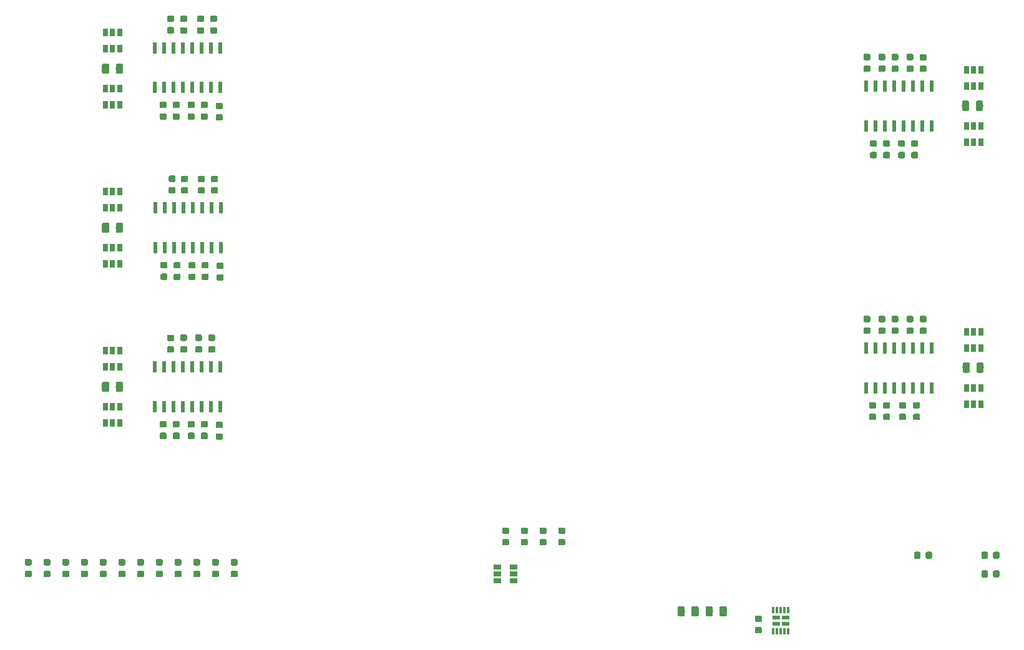
<source format=gbr>
G04 #@! TF.GenerationSoftware,KiCad,Pcbnew,5.0.2-bee76a0~70~ubuntu18.04.1*
G04 #@! TF.CreationDate,2019-05-04T20:09:11-07:00*
G04 #@! TF.ProjectId,aa-daughterboard-lvds,61612d64-6175-4676-9874-6572626f6172,rev?*
G04 #@! TF.SameCoordinates,Original*
G04 #@! TF.FileFunction,Paste,Top*
G04 #@! TF.FilePolarity,Positive*
%FSLAX46Y46*%
G04 Gerber Fmt 4.6, Leading zero omitted, Abs format (unit mm)*
G04 Created by KiCad (PCBNEW 5.0.2-bee76a0~70~ubuntu18.04.1) date Sat 04 May 2019 08:09:11 PM PDT*
%MOMM*%
%LPD*%
G01*
G04 APERTURE LIST*
%ADD10C,0.100000*%
%ADD11C,0.875000*%
%ADD12R,0.600000X1.500000*%
%ADD13C,0.975000*%
%ADD14R,1.050000X0.600000*%
%ADD15R,0.300000X0.850000*%
%ADD16R,0.650000X1.060000*%
%ADD17R,1.060000X0.650000*%
G04 APERTURE END LIST*
D10*
G04 #@! TO.C,C13*
G36*
X98702691Y-94915053D02*
X98723926Y-94918203D01*
X98744750Y-94923419D01*
X98764962Y-94930651D01*
X98784368Y-94939830D01*
X98802781Y-94950866D01*
X98820024Y-94963654D01*
X98835930Y-94978070D01*
X98850346Y-94993976D01*
X98863134Y-95011219D01*
X98874170Y-95029632D01*
X98883349Y-95049038D01*
X98890581Y-95069250D01*
X98895797Y-95090074D01*
X98898947Y-95111309D01*
X98900000Y-95132750D01*
X98900000Y-95570250D01*
X98898947Y-95591691D01*
X98895797Y-95612926D01*
X98890581Y-95633750D01*
X98883349Y-95653962D01*
X98874170Y-95673368D01*
X98863134Y-95691781D01*
X98850346Y-95709024D01*
X98835930Y-95724930D01*
X98820024Y-95739346D01*
X98802781Y-95752134D01*
X98784368Y-95763170D01*
X98764962Y-95772349D01*
X98744750Y-95779581D01*
X98723926Y-95784797D01*
X98702691Y-95787947D01*
X98681250Y-95789000D01*
X98168750Y-95789000D01*
X98147309Y-95787947D01*
X98126074Y-95784797D01*
X98105250Y-95779581D01*
X98085038Y-95772349D01*
X98065632Y-95763170D01*
X98047219Y-95752134D01*
X98029976Y-95739346D01*
X98014070Y-95724930D01*
X97999654Y-95709024D01*
X97986866Y-95691781D01*
X97975830Y-95673368D01*
X97966651Y-95653962D01*
X97959419Y-95633750D01*
X97954203Y-95612926D01*
X97951053Y-95591691D01*
X97950000Y-95570250D01*
X97950000Y-95132750D01*
X97951053Y-95111309D01*
X97954203Y-95090074D01*
X97959419Y-95069250D01*
X97966651Y-95049038D01*
X97975830Y-95029632D01*
X97986866Y-95011219D01*
X97999654Y-94993976D01*
X98014070Y-94978070D01*
X98029976Y-94963654D01*
X98047219Y-94950866D01*
X98065632Y-94939830D01*
X98085038Y-94930651D01*
X98105250Y-94923419D01*
X98126074Y-94918203D01*
X98147309Y-94915053D01*
X98168750Y-94914000D01*
X98681250Y-94914000D01*
X98702691Y-94915053D01*
X98702691Y-94915053D01*
G37*
D11*
X98425000Y-95351500D03*
D10*
G36*
X98702691Y-96490053D02*
X98723926Y-96493203D01*
X98744750Y-96498419D01*
X98764962Y-96505651D01*
X98784368Y-96514830D01*
X98802781Y-96525866D01*
X98820024Y-96538654D01*
X98835930Y-96553070D01*
X98850346Y-96568976D01*
X98863134Y-96586219D01*
X98874170Y-96604632D01*
X98883349Y-96624038D01*
X98890581Y-96644250D01*
X98895797Y-96665074D01*
X98898947Y-96686309D01*
X98900000Y-96707750D01*
X98900000Y-97145250D01*
X98898947Y-97166691D01*
X98895797Y-97187926D01*
X98890581Y-97208750D01*
X98883349Y-97228962D01*
X98874170Y-97248368D01*
X98863134Y-97266781D01*
X98850346Y-97284024D01*
X98835930Y-97299930D01*
X98820024Y-97314346D01*
X98802781Y-97327134D01*
X98784368Y-97338170D01*
X98764962Y-97347349D01*
X98744750Y-97354581D01*
X98723926Y-97359797D01*
X98702691Y-97362947D01*
X98681250Y-97364000D01*
X98168750Y-97364000D01*
X98147309Y-97362947D01*
X98126074Y-97359797D01*
X98105250Y-97354581D01*
X98085038Y-97347349D01*
X98065632Y-97338170D01*
X98047219Y-97327134D01*
X98029976Y-97314346D01*
X98014070Y-97299930D01*
X97999654Y-97284024D01*
X97986866Y-97266781D01*
X97975830Y-97248368D01*
X97966651Y-97228962D01*
X97959419Y-97208750D01*
X97954203Y-97187926D01*
X97951053Y-97166691D01*
X97950000Y-97145250D01*
X97950000Y-96707750D01*
X97951053Y-96686309D01*
X97954203Y-96665074D01*
X97959419Y-96644250D01*
X97966651Y-96624038D01*
X97975830Y-96604632D01*
X97986866Y-96586219D01*
X97999654Y-96568976D01*
X98014070Y-96553070D01*
X98029976Y-96538654D01*
X98047219Y-96525866D01*
X98065632Y-96514830D01*
X98085038Y-96505651D01*
X98105250Y-96498419D01*
X98126074Y-96493203D01*
X98147309Y-96490053D01*
X98168750Y-96489000D01*
X98681250Y-96489000D01*
X98702691Y-96490053D01*
X98702691Y-96490053D01*
G37*
D11*
X98425000Y-96926500D03*
G04 #@! TD*
D10*
G04 #@! TO.C,R33*
G36*
X91971691Y-104694053D02*
X91992926Y-104697203D01*
X92013750Y-104702419D01*
X92033962Y-104709651D01*
X92053368Y-104718830D01*
X92071781Y-104729866D01*
X92089024Y-104742654D01*
X92104930Y-104757070D01*
X92119346Y-104772976D01*
X92132134Y-104790219D01*
X92143170Y-104808632D01*
X92152349Y-104828038D01*
X92159581Y-104848250D01*
X92164797Y-104869074D01*
X92167947Y-104890309D01*
X92169000Y-104911750D01*
X92169000Y-105349250D01*
X92167947Y-105370691D01*
X92164797Y-105391926D01*
X92159581Y-105412750D01*
X92152349Y-105432962D01*
X92143170Y-105452368D01*
X92132134Y-105470781D01*
X92119346Y-105488024D01*
X92104930Y-105503930D01*
X92089024Y-105518346D01*
X92071781Y-105531134D01*
X92053368Y-105542170D01*
X92033962Y-105551349D01*
X92013750Y-105558581D01*
X91992926Y-105563797D01*
X91971691Y-105566947D01*
X91950250Y-105568000D01*
X91437750Y-105568000D01*
X91416309Y-105566947D01*
X91395074Y-105563797D01*
X91374250Y-105558581D01*
X91354038Y-105551349D01*
X91334632Y-105542170D01*
X91316219Y-105531134D01*
X91298976Y-105518346D01*
X91283070Y-105503930D01*
X91268654Y-105488024D01*
X91255866Y-105470781D01*
X91244830Y-105452368D01*
X91235651Y-105432962D01*
X91228419Y-105412750D01*
X91223203Y-105391926D01*
X91220053Y-105370691D01*
X91219000Y-105349250D01*
X91219000Y-104911750D01*
X91220053Y-104890309D01*
X91223203Y-104869074D01*
X91228419Y-104848250D01*
X91235651Y-104828038D01*
X91244830Y-104808632D01*
X91255866Y-104790219D01*
X91268654Y-104772976D01*
X91283070Y-104757070D01*
X91298976Y-104742654D01*
X91316219Y-104729866D01*
X91334632Y-104718830D01*
X91354038Y-104709651D01*
X91374250Y-104702419D01*
X91395074Y-104697203D01*
X91416309Y-104694053D01*
X91437750Y-104693000D01*
X91950250Y-104693000D01*
X91971691Y-104694053D01*
X91971691Y-104694053D01*
G37*
D11*
X91694000Y-105130500D03*
D10*
G36*
X91971691Y-106269053D02*
X91992926Y-106272203D01*
X92013750Y-106277419D01*
X92033962Y-106284651D01*
X92053368Y-106293830D01*
X92071781Y-106304866D01*
X92089024Y-106317654D01*
X92104930Y-106332070D01*
X92119346Y-106347976D01*
X92132134Y-106365219D01*
X92143170Y-106383632D01*
X92152349Y-106403038D01*
X92159581Y-106423250D01*
X92164797Y-106444074D01*
X92167947Y-106465309D01*
X92169000Y-106486750D01*
X92169000Y-106924250D01*
X92167947Y-106945691D01*
X92164797Y-106966926D01*
X92159581Y-106987750D01*
X92152349Y-107007962D01*
X92143170Y-107027368D01*
X92132134Y-107045781D01*
X92119346Y-107063024D01*
X92104930Y-107078930D01*
X92089024Y-107093346D01*
X92071781Y-107106134D01*
X92053368Y-107117170D01*
X92033962Y-107126349D01*
X92013750Y-107133581D01*
X91992926Y-107138797D01*
X91971691Y-107141947D01*
X91950250Y-107143000D01*
X91437750Y-107143000D01*
X91416309Y-107141947D01*
X91395074Y-107138797D01*
X91374250Y-107133581D01*
X91354038Y-107126349D01*
X91334632Y-107117170D01*
X91316219Y-107106134D01*
X91298976Y-107093346D01*
X91283070Y-107078930D01*
X91268654Y-107063024D01*
X91255866Y-107045781D01*
X91244830Y-107027368D01*
X91235651Y-107007962D01*
X91228419Y-106987750D01*
X91223203Y-106966926D01*
X91220053Y-106945691D01*
X91219000Y-106924250D01*
X91219000Y-106486750D01*
X91220053Y-106465309D01*
X91223203Y-106444074D01*
X91228419Y-106423250D01*
X91235651Y-106403038D01*
X91244830Y-106383632D01*
X91255866Y-106365219D01*
X91268654Y-106347976D01*
X91283070Y-106332070D01*
X91298976Y-106317654D01*
X91316219Y-106304866D01*
X91334632Y-106293830D01*
X91354038Y-106284651D01*
X91374250Y-106277419D01*
X91395074Y-106272203D01*
X91416309Y-106269053D01*
X91437750Y-106268000D01*
X91950250Y-106268000D01*
X91971691Y-106269053D01*
X91971691Y-106269053D01*
G37*
D11*
X91694000Y-106705500D03*
G04 #@! TD*
D10*
G04 #@! TO.C,R50*
G36*
X92860691Y-94836127D02*
X92881926Y-94839277D01*
X92902750Y-94844493D01*
X92922962Y-94851725D01*
X92942368Y-94860904D01*
X92960781Y-94871940D01*
X92978024Y-94884728D01*
X92993930Y-94899144D01*
X93008346Y-94915050D01*
X93021134Y-94932293D01*
X93032170Y-94950706D01*
X93041349Y-94970112D01*
X93048581Y-94990324D01*
X93053797Y-95011148D01*
X93056947Y-95032383D01*
X93058000Y-95053824D01*
X93058000Y-95491324D01*
X93056947Y-95512765D01*
X93053797Y-95534000D01*
X93048581Y-95554824D01*
X93041349Y-95575036D01*
X93032170Y-95594442D01*
X93021134Y-95612855D01*
X93008346Y-95630098D01*
X92993930Y-95646004D01*
X92978024Y-95660420D01*
X92960781Y-95673208D01*
X92942368Y-95684244D01*
X92922962Y-95693423D01*
X92902750Y-95700655D01*
X92881926Y-95705871D01*
X92860691Y-95709021D01*
X92839250Y-95710074D01*
X92326750Y-95710074D01*
X92305309Y-95709021D01*
X92284074Y-95705871D01*
X92263250Y-95700655D01*
X92243038Y-95693423D01*
X92223632Y-95684244D01*
X92205219Y-95673208D01*
X92187976Y-95660420D01*
X92172070Y-95646004D01*
X92157654Y-95630098D01*
X92144866Y-95612855D01*
X92133830Y-95594442D01*
X92124651Y-95575036D01*
X92117419Y-95554824D01*
X92112203Y-95534000D01*
X92109053Y-95512765D01*
X92108000Y-95491324D01*
X92108000Y-95053824D01*
X92109053Y-95032383D01*
X92112203Y-95011148D01*
X92117419Y-94990324D01*
X92124651Y-94970112D01*
X92133830Y-94950706D01*
X92144866Y-94932293D01*
X92157654Y-94915050D01*
X92172070Y-94899144D01*
X92187976Y-94884728D01*
X92205219Y-94871940D01*
X92223632Y-94860904D01*
X92243038Y-94851725D01*
X92263250Y-94844493D01*
X92284074Y-94839277D01*
X92305309Y-94836127D01*
X92326750Y-94835074D01*
X92839250Y-94835074D01*
X92860691Y-94836127D01*
X92860691Y-94836127D01*
G37*
D11*
X92583000Y-95272574D03*
D10*
G36*
X92860691Y-96411127D02*
X92881926Y-96414277D01*
X92902750Y-96419493D01*
X92922962Y-96426725D01*
X92942368Y-96435904D01*
X92960781Y-96446940D01*
X92978024Y-96459728D01*
X92993930Y-96474144D01*
X93008346Y-96490050D01*
X93021134Y-96507293D01*
X93032170Y-96525706D01*
X93041349Y-96545112D01*
X93048581Y-96565324D01*
X93053797Y-96586148D01*
X93056947Y-96607383D01*
X93058000Y-96628824D01*
X93058000Y-97066324D01*
X93056947Y-97087765D01*
X93053797Y-97109000D01*
X93048581Y-97129824D01*
X93041349Y-97150036D01*
X93032170Y-97169442D01*
X93021134Y-97187855D01*
X93008346Y-97205098D01*
X92993930Y-97221004D01*
X92978024Y-97235420D01*
X92960781Y-97248208D01*
X92942368Y-97259244D01*
X92922962Y-97268423D01*
X92902750Y-97275655D01*
X92881926Y-97280871D01*
X92860691Y-97284021D01*
X92839250Y-97285074D01*
X92326750Y-97285074D01*
X92305309Y-97284021D01*
X92284074Y-97280871D01*
X92263250Y-97275655D01*
X92243038Y-97268423D01*
X92223632Y-97259244D01*
X92205219Y-97248208D01*
X92187976Y-97235420D01*
X92172070Y-97221004D01*
X92157654Y-97205098D01*
X92144866Y-97187855D01*
X92133830Y-97169442D01*
X92124651Y-97150036D01*
X92117419Y-97129824D01*
X92112203Y-97109000D01*
X92109053Y-97087765D01*
X92108000Y-97066324D01*
X92108000Y-96628824D01*
X92109053Y-96607383D01*
X92112203Y-96586148D01*
X92117419Y-96565324D01*
X92124651Y-96545112D01*
X92133830Y-96525706D01*
X92144866Y-96507293D01*
X92157654Y-96490050D01*
X92172070Y-96474144D01*
X92187976Y-96459728D01*
X92205219Y-96446940D01*
X92223632Y-96435904D01*
X92243038Y-96426725D01*
X92263250Y-96419493D01*
X92284074Y-96414277D01*
X92305309Y-96411127D01*
X92326750Y-96410074D01*
X92839250Y-96410074D01*
X92860691Y-96411127D01*
X92860691Y-96411127D01*
G37*
D11*
X92583000Y-96847574D03*
G04 #@! TD*
D10*
G04 #@! TO.C,C6*
G36*
X186459691Y-103703553D02*
X186480926Y-103706703D01*
X186501750Y-103711919D01*
X186521962Y-103719151D01*
X186541368Y-103728330D01*
X186559781Y-103739366D01*
X186577024Y-103752154D01*
X186592930Y-103766570D01*
X186607346Y-103782476D01*
X186620134Y-103799719D01*
X186631170Y-103818132D01*
X186640349Y-103837538D01*
X186647581Y-103857750D01*
X186652797Y-103878574D01*
X186655947Y-103899809D01*
X186657000Y-103921250D01*
X186657000Y-104358750D01*
X186655947Y-104380191D01*
X186652797Y-104401426D01*
X186647581Y-104422250D01*
X186640349Y-104442462D01*
X186631170Y-104461868D01*
X186620134Y-104480281D01*
X186607346Y-104497524D01*
X186592930Y-104513430D01*
X186577024Y-104527846D01*
X186559781Y-104540634D01*
X186541368Y-104551670D01*
X186521962Y-104560849D01*
X186501750Y-104568081D01*
X186480926Y-104573297D01*
X186459691Y-104576447D01*
X186438250Y-104577500D01*
X185925750Y-104577500D01*
X185904309Y-104576447D01*
X185883074Y-104573297D01*
X185862250Y-104568081D01*
X185842038Y-104560849D01*
X185822632Y-104551670D01*
X185804219Y-104540634D01*
X185786976Y-104527846D01*
X185771070Y-104513430D01*
X185756654Y-104497524D01*
X185743866Y-104480281D01*
X185732830Y-104461868D01*
X185723651Y-104442462D01*
X185716419Y-104422250D01*
X185711203Y-104401426D01*
X185708053Y-104380191D01*
X185707000Y-104358750D01*
X185707000Y-103921250D01*
X185708053Y-103899809D01*
X185711203Y-103878574D01*
X185716419Y-103857750D01*
X185723651Y-103837538D01*
X185732830Y-103818132D01*
X185743866Y-103799719D01*
X185756654Y-103782476D01*
X185771070Y-103766570D01*
X185786976Y-103752154D01*
X185804219Y-103739366D01*
X185822632Y-103728330D01*
X185842038Y-103719151D01*
X185862250Y-103711919D01*
X185883074Y-103706703D01*
X185904309Y-103703553D01*
X185925750Y-103702500D01*
X186438250Y-103702500D01*
X186459691Y-103703553D01*
X186459691Y-103703553D01*
G37*
D11*
X186182000Y-104140000D03*
D10*
G36*
X186459691Y-102128553D02*
X186480926Y-102131703D01*
X186501750Y-102136919D01*
X186521962Y-102144151D01*
X186541368Y-102153330D01*
X186559781Y-102164366D01*
X186577024Y-102177154D01*
X186592930Y-102191570D01*
X186607346Y-102207476D01*
X186620134Y-102224719D01*
X186631170Y-102243132D01*
X186640349Y-102262538D01*
X186647581Y-102282750D01*
X186652797Y-102303574D01*
X186655947Y-102324809D01*
X186657000Y-102346250D01*
X186657000Y-102783750D01*
X186655947Y-102805191D01*
X186652797Y-102826426D01*
X186647581Y-102847250D01*
X186640349Y-102867462D01*
X186631170Y-102886868D01*
X186620134Y-102905281D01*
X186607346Y-102922524D01*
X186592930Y-102938430D01*
X186577024Y-102952846D01*
X186559781Y-102965634D01*
X186541368Y-102976670D01*
X186521962Y-102985849D01*
X186501750Y-102993081D01*
X186480926Y-102998297D01*
X186459691Y-103001447D01*
X186438250Y-103002500D01*
X185925750Y-103002500D01*
X185904309Y-103001447D01*
X185883074Y-102998297D01*
X185862250Y-102993081D01*
X185842038Y-102985849D01*
X185822632Y-102976670D01*
X185804219Y-102965634D01*
X185786976Y-102952846D01*
X185771070Y-102938430D01*
X185756654Y-102922524D01*
X185743866Y-102905281D01*
X185732830Y-102886868D01*
X185723651Y-102867462D01*
X185716419Y-102847250D01*
X185711203Y-102826426D01*
X185708053Y-102805191D01*
X185707000Y-102783750D01*
X185707000Y-102346250D01*
X185708053Y-102324809D01*
X185711203Y-102303574D01*
X185716419Y-102282750D01*
X185723651Y-102262538D01*
X185732830Y-102243132D01*
X185743866Y-102224719D01*
X185756654Y-102207476D01*
X185771070Y-102191570D01*
X185786976Y-102177154D01*
X185804219Y-102164366D01*
X185822632Y-102153330D01*
X185842038Y-102144151D01*
X185862250Y-102136919D01*
X185883074Y-102131703D01*
X185904309Y-102128553D01*
X185925750Y-102127500D01*
X186438250Y-102127500D01*
X186459691Y-102128553D01*
X186459691Y-102128553D01*
G37*
D11*
X186182000Y-102565000D03*
G04 #@! TD*
D10*
G04 #@! TO.C,C14*
G36*
X98575691Y-74773053D02*
X98596926Y-74776203D01*
X98617750Y-74781419D01*
X98637962Y-74788651D01*
X98657368Y-74797830D01*
X98675781Y-74808866D01*
X98693024Y-74821654D01*
X98708930Y-74836070D01*
X98723346Y-74851976D01*
X98736134Y-74869219D01*
X98747170Y-74887632D01*
X98756349Y-74907038D01*
X98763581Y-74927250D01*
X98768797Y-74948074D01*
X98771947Y-74969309D01*
X98773000Y-74990750D01*
X98773000Y-75428250D01*
X98771947Y-75449691D01*
X98768797Y-75470926D01*
X98763581Y-75491750D01*
X98756349Y-75511962D01*
X98747170Y-75531368D01*
X98736134Y-75549781D01*
X98723346Y-75567024D01*
X98708930Y-75582930D01*
X98693024Y-75597346D01*
X98675781Y-75610134D01*
X98657368Y-75621170D01*
X98637962Y-75630349D01*
X98617750Y-75637581D01*
X98596926Y-75642797D01*
X98575691Y-75645947D01*
X98554250Y-75647000D01*
X98041750Y-75647000D01*
X98020309Y-75645947D01*
X97999074Y-75642797D01*
X97978250Y-75637581D01*
X97958038Y-75630349D01*
X97938632Y-75621170D01*
X97920219Y-75610134D01*
X97902976Y-75597346D01*
X97887070Y-75582930D01*
X97872654Y-75567024D01*
X97859866Y-75549781D01*
X97848830Y-75531368D01*
X97839651Y-75511962D01*
X97832419Y-75491750D01*
X97827203Y-75470926D01*
X97824053Y-75449691D01*
X97823000Y-75428250D01*
X97823000Y-74990750D01*
X97824053Y-74969309D01*
X97827203Y-74948074D01*
X97832419Y-74927250D01*
X97839651Y-74907038D01*
X97848830Y-74887632D01*
X97859866Y-74869219D01*
X97872654Y-74851976D01*
X97887070Y-74836070D01*
X97902976Y-74821654D01*
X97920219Y-74808866D01*
X97938632Y-74797830D01*
X97958038Y-74788651D01*
X97978250Y-74781419D01*
X97999074Y-74776203D01*
X98020309Y-74773053D01*
X98041750Y-74772000D01*
X98554250Y-74772000D01*
X98575691Y-74773053D01*
X98575691Y-74773053D01*
G37*
D11*
X98298000Y-75209500D03*
D10*
G36*
X98575691Y-73198053D02*
X98596926Y-73201203D01*
X98617750Y-73206419D01*
X98637962Y-73213651D01*
X98657368Y-73222830D01*
X98675781Y-73233866D01*
X98693024Y-73246654D01*
X98708930Y-73261070D01*
X98723346Y-73276976D01*
X98736134Y-73294219D01*
X98747170Y-73312632D01*
X98756349Y-73332038D01*
X98763581Y-73352250D01*
X98768797Y-73373074D01*
X98771947Y-73394309D01*
X98773000Y-73415750D01*
X98773000Y-73853250D01*
X98771947Y-73874691D01*
X98768797Y-73895926D01*
X98763581Y-73916750D01*
X98756349Y-73936962D01*
X98747170Y-73956368D01*
X98736134Y-73974781D01*
X98723346Y-73992024D01*
X98708930Y-74007930D01*
X98693024Y-74022346D01*
X98675781Y-74035134D01*
X98657368Y-74046170D01*
X98637962Y-74055349D01*
X98617750Y-74062581D01*
X98596926Y-74067797D01*
X98575691Y-74070947D01*
X98554250Y-74072000D01*
X98041750Y-74072000D01*
X98020309Y-74070947D01*
X97999074Y-74067797D01*
X97978250Y-74062581D01*
X97958038Y-74055349D01*
X97938632Y-74046170D01*
X97920219Y-74035134D01*
X97902976Y-74022346D01*
X97887070Y-74007930D01*
X97872654Y-73992024D01*
X97859866Y-73974781D01*
X97848830Y-73956368D01*
X97839651Y-73936962D01*
X97832419Y-73916750D01*
X97827203Y-73895926D01*
X97824053Y-73874691D01*
X97823000Y-73853250D01*
X97823000Y-73415750D01*
X97824053Y-73394309D01*
X97827203Y-73373074D01*
X97832419Y-73352250D01*
X97839651Y-73332038D01*
X97848830Y-73312632D01*
X97859866Y-73294219D01*
X97872654Y-73276976D01*
X97887070Y-73261070D01*
X97902976Y-73246654D01*
X97920219Y-73233866D01*
X97938632Y-73222830D01*
X97958038Y-73213651D01*
X97978250Y-73206419D01*
X97999074Y-73201203D01*
X98020309Y-73198053D01*
X98041750Y-73197000D01*
X98554250Y-73197000D01*
X98575691Y-73198053D01*
X98575691Y-73198053D01*
G37*
D11*
X98298000Y-73634500D03*
G04 #@! TD*
D10*
G04 #@! TO.C,C7*
G36*
X186459691Y-66568553D02*
X186480926Y-66571703D01*
X186501750Y-66576919D01*
X186521962Y-66584151D01*
X186541368Y-66593330D01*
X186559781Y-66604366D01*
X186577024Y-66617154D01*
X186592930Y-66631570D01*
X186607346Y-66647476D01*
X186620134Y-66664719D01*
X186631170Y-66683132D01*
X186640349Y-66702538D01*
X186647581Y-66722750D01*
X186652797Y-66743574D01*
X186655947Y-66764809D01*
X186657000Y-66786250D01*
X186657000Y-67223750D01*
X186655947Y-67245191D01*
X186652797Y-67266426D01*
X186647581Y-67287250D01*
X186640349Y-67307462D01*
X186631170Y-67326868D01*
X186620134Y-67345281D01*
X186607346Y-67362524D01*
X186592930Y-67378430D01*
X186577024Y-67392846D01*
X186559781Y-67405634D01*
X186541368Y-67416670D01*
X186521962Y-67425849D01*
X186501750Y-67433081D01*
X186480926Y-67438297D01*
X186459691Y-67441447D01*
X186438250Y-67442500D01*
X185925750Y-67442500D01*
X185904309Y-67441447D01*
X185883074Y-67438297D01*
X185862250Y-67433081D01*
X185842038Y-67425849D01*
X185822632Y-67416670D01*
X185804219Y-67405634D01*
X185786976Y-67392846D01*
X185771070Y-67378430D01*
X185756654Y-67362524D01*
X185743866Y-67345281D01*
X185732830Y-67326868D01*
X185723651Y-67307462D01*
X185716419Y-67287250D01*
X185711203Y-67266426D01*
X185708053Y-67245191D01*
X185707000Y-67223750D01*
X185707000Y-66786250D01*
X185708053Y-66764809D01*
X185711203Y-66743574D01*
X185716419Y-66722750D01*
X185723651Y-66702538D01*
X185732830Y-66683132D01*
X185743866Y-66664719D01*
X185756654Y-66647476D01*
X185771070Y-66631570D01*
X185786976Y-66617154D01*
X185804219Y-66604366D01*
X185822632Y-66593330D01*
X185842038Y-66584151D01*
X185862250Y-66576919D01*
X185883074Y-66571703D01*
X185904309Y-66568553D01*
X185925750Y-66567500D01*
X186438250Y-66567500D01*
X186459691Y-66568553D01*
X186459691Y-66568553D01*
G37*
D11*
X186182000Y-67005000D03*
D10*
G36*
X186459691Y-68143553D02*
X186480926Y-68146703D01*
X186501750Y-68151919D01*
X186521962Y-68159151D01*
X186541368Y-68168330D01*
X186559781Y-68179366D01*
X186577024Y-68192154D01*
X186592930Y-68206570D01*
X186607346Y-68222476D01*
X186620134Y-68239719D01*
X186631170Y-68258132D01*
X186640349Y-68277538D01*
X186647581Y-68297750D01*
X186652797Y-68318574D01*
X186655947Y-68339809D01*
X186657000Y-68361250D01*
X186657000Y-68798750D01*
X186655947Y-68820191D01*
X186652797Y-68841426D01*
X186647581Y-68862250D01*
X186640349Y-68882462D01*
X186631170Y-68901868D01*
X186620134Y-68920281D01*
X186607346Y-68937524D01*
X186592930Y-68953430D01*
X186577024Y-68967846D01*
X186559781Y-68980634D01*
X186541368Y-68991670D01*
X186521962Y-69000849D01*
X186501750Y-69008081D01*
X186480926Y-69013297D01*
X186459691Y-69016447D01*
X186438250Y-69017500D01*
X185925750Y-69017500D01*
X185904309Y-69016447D01*
X185883074Y-69013297D01*
X185862250Y-69008081D01*
X185842038Y-69000849D01*
X185822632Y-68991670D01*
X185804219Y-68980634D01*
X185786976Y-68967846D01*
X185771070Y-68953430D01*
X185756654Y-68937524D01*
X185743866Y-68920281D01*
X185732830Y-68901868D01*
X185723651Y-68882462D01*
X185716419Y-68862250D01*
X185711203Y-68841426D01*
X185708053Y-68820191D01*
X185707000Y-68798750D01*
X185707000Y-68361250D01*
X185708053Y-68339809D01*
X185711203Y-68318574D01*
X185716419Y-68297750D01*
X185723651Y-68277538D01*
X185732830Y-68258132D01*
X185743866Y-68239719D01*
X185756654Y-68222476D01*
X185771070Y-68206570D01*
X185786976Y-68192154D01*
X185804219Y-68179366D01*
X185822632Y-68168330D01*
X185842038Y-68159151D01*
X185862250Y-68151919D01*
X185883074Y-68146703D01*
X185904309Y-68143553D01*
X185925750Y-68142500D01*
X186438250Y-68142500D01*
X186459691Y-68143553D01*
X186459691Y-68143553D01*
G37*
D11*
X186182000Y-68580000D03*
G04 #@! TD*
D10*
G04 #@! TO.C,C12*
G36*
X98575691Y-116505053D02*
X98596926Y-116508203D01*
X98617750Y-116513419D01*
X98637962Y-116520651D01*
X98657368Y-116529830D01*
X98675781Y-116540866D01*
X98693024Y-116553654D01*
X98708930Y-116568070D01*
X98723346Y-116583976D01*
X98736134Y-116601219D01*
X98747170Y-116619632D01*
X98756349Y-116639038D01*
X98763581Y-116659250D01*
X98768797Y-116680074D01*
X98771947Y-116701309D01*
X98773000Y-116722750D01*
X98773000Y-117160250D01*
X98771947Y-117181691D01*
X98768797Y-117202926D01*
X98763581Y-117223750D01*
X98756349Y-117243962D01*
X98747170Y-117263368D01*
X98736134Y-117281781D01*
X98723346Y-117299024D01*
X98708930Y-117314930D01*
X98693024Y-117329346D01*
X98675781Y-117342134D01*
X98657368Y-117353170D01*
X98637962Y-117362349D01*
X98617750Y-117369581D01*
X98596926Y-117374797D01*
X98575691Y-117377947D01*
X98554250Y-117379000D01*
X98041750Y-117379000D01*
X98020309Y-117377947D01*
X97999074Y-117374797D01*
X97978250Y-117369581D01*
X97958038Y-117362349D01*
X97938632Y-117353170D01*
X97920219Y-117342134D01*
X97902976Y-117329346D01*
X97887070Y-117314930D01*
X97872654Y-117299024D01*
X97859866Y-117281781D01*
X97848830Y-117263368D01*
X97839651Y-117243962D01*
X97832419Y-117223750D01*
X97827203Y-117202926D01*
X97824053Y-117181691D01*
X97823000Y-117160250D01*
X97823000Y-116722750D01*
X97824053Y-116701309D01*
X97827203Y-116680074D01*
X97832419Y-116659250D01*
X97839651Y-116639038D01*
X97848830Y-116619632D01*
X97859866Y-116601219D01*
X97872654Y-116583976D01*
X97887070Y-116568070D01*
X97902976Y-116553654D01*
X97920219Y-116540866D01*
X97938632Y-116529830D01*
X97958038Y-116520651D01*
X97978250Y-116513419D01*
X97999074Y-116508203D01*
X98020309Y-116505053D01*
X98041750Y-116504000D01*
X98554250Y-116504000D01*
X98575691Y-116505053D01*
X98575691Y-116505053D01*
G37*
D11*
X98298000Y-116941500D03*
D10*
G36*
X98575691Y-118080053D02*
X98596926Y-118083203D01*
X98617750Y-118088419D01*
X98637962Y-118095651D01*
X98657368Y-118104830D01*
X98675781Y-118115866D01*
X98693024Y-118128654D01*
X98708930Y-118143070D01*
X98723346Y-118158976D01*
X98736134Y-118176219D01*
X98747170Y-118194632D01*
X98756349Y-118214038D01*
X98763581Y-118234250D01*
X98768797Y-118255074D01*
X98771947Y-118276309D01*
X98773000Y-118297750D01*
X98773000Y-118735250D01*
X98771947Y-118756691D01*
X98768797Y-118777926D01*
X98763581Y-118798750D01*
X98756349Y-118818962D01*
X98747170Y-118838368D01*
X98736134Y-118856781D01*
X98723346Y-118874024D01*
X98708930Y-118889930D01*
X98693024Y-118904346D01*
X98675781Y-118917134D01*
X98657368Y-118928170D01*
X98637962Y-118937349D01*
X98617750Y-118944581D01*
X98596926Y-118949797D01*
X98575691Y-118952947D01*
X98554250Y-118954000D01*
X98041750Y-118954000D01*
X98020309Y-118952947D01*
X97999074Y-118949797D01*
X97978250Y-118944581D01*
X97958038Y-118937349D01*
X97938632Y-118928170D01*
X97920219Y-118917134D01*
X97902976Y-118904346D01*
X97887070Y-118889930D01*
X97872654Y-118874024D01*
X97859866Y-118856781D01*
X97848830Y-118838368D01*
X97839651Y-118818962D01*
X97832419Y-118798750D01*
X97827203Y-118777926D01*
X97824053Y-118756691D01*
X97823000Y-118735250D01*
X97823000Y-118297750D01*
X97824053Y-118276309D01*
X97827203Y-118255074D01*
X97832419Y-118234250D01*
X97839651Y-118214038D01*
X97848830Y-118194632D01*
X97859866Y-118176219D01*
X97872654Y-118158976D01*
X97887070Y-118143070D01*
X97902976Y-118128654D01*
X97920219Y-118115866D01*
X97938632Y-118104830D01*
X97958038Y-118095651D01*
X97978250Y-118088419D01*
X97999074Y-118083203D01*
X98020309Y-118080053D01*
X98041750Y-118079000D01*
X98554250Y-118079000D01*
X98575691Y-118080053D01*
X98575691Y-118080053D01*
G37*
D11*
X98298000Y-118516500D03*
G04 #@! TD*
D10*
G04 #@! TO.C,R30*
G36*
X192301691Y-68143553D02*
X192322926Y-68146703D01*
X192343750Y-68151919D01*
X192363962Y-68159151D01*
X192383368Y-68168330D01*
X192401781Y-68179366D01*
X192419024Y-68192154D01*
X192434930Y-68206570D01*
X192449346Y-68222476D01*
X192462134Y-68239719D01*
X192473170Y-68258132D01*
X192482349Y-68277538D01*
X192489581Y-68297750D01*
X192494797Y-68318574D01*
X192497947Y-68339809D01*
X192499000Y-68361250D01*
X192499000Y-68798750D01*
X192497947Y-68820191D01*
X192494797Y-68841426D01*
X192489581Y-68862250D01*
X192482349Y-68882462D01*
X192473170Y-68901868D01*
X192462134Y-68920281D01*
X192449346Y-68937524D01*
X192434930Y-68953430D01*
X192419024Y-68967846D01*
X192401781Y-68980634D01*
X192383368Y-68991670D01*
X192363962Y-69000849D01*
X192343750Y-69008081D01*
X192322926Y-69013297D01*
X192301691Y-69016447D01*
X192280250Y-69017500D01*
X191767750Y-69017500D01*
X191746309Y-69016447D01*
X191725074Y-69013297D01*
X191704250Y-69008081D01*
X191684038Y-69000849D01*
X191664632Y-68991670D01*
X191646219Y-68980634D01*
X191628976Y-68967846D01*
X191613070Y-68953430D01*
X191598654Y-68937524D01*
X191585866Y-68920281D01*
X191574830Y-68901868D01*
X191565651Y-68882462D01*
X191558419Y-68862250D01*
X191553203Y-68841426D01*
X191550053Y-68820191D01*
X191549000Y-68798750D01*
X191549000Y-68361250D01*
X191550053Y-68339809D01*
X191553203Y-68318574D01*
X191558419Y-68297750D01*
X191565651Y-68277538D01*
X191574830Y-68258132D01*
X191585866Y-68239719D01*
X191598654Y-68222476D01*
X191613070Y-68206570D01*
X191628976Y-68192154D01*
X191646219Y-68179366D01*
X191664632Y-68168330D01*
X191684038Y-68159151D01*
X191704250Y-68151919D01*
X191725074Y-68146703D01*
X191746309Y-68143553D01*
X191767750Y-68142500D01*
X192280250Y-68142500D01*
X192301691Y-68143553D01*
X192301691Y-68143553D01*
G37*
D11*
X192024000Y-68580000D03*
D10*
G36*
X192301691Y-66568553D02*
X192322926Y-66571703D01*
X192343750Y-66576919D01*
X192363962Y-66584151D01*
X192383368Y-66593330D01*
X192401781Y-66604366D01*
X192419024Y-66617154D01*
X192434930Y-66631570D01*
X192449346Y-66647476D01*
X192462134Y-66664719D01*
X192473170Y-66683132D01*
X192482349Y-66702538D01*
X192489581Y-66722750D01*
X192494797Y-66743574D01*
X192497947Y-66764809D01*
X192499000Y-66786250D01*
X192499000Y-67223750D01*
X192497947Y-67245191D01*
X192494797Y-67266426D01*
X192489581Y-67287250D01*
X192482349Y-67307462D01*
X192473170Y-67326868D01*
X192462134Y-67345281D01*
X192449346Y-67362524D01*
X192434930Y-67378430D01*
X192419024Y-67392846D01*
X192401781Y-67405634D01*
X192383368Y-67416670D01*
X192363962Y-67425849D01*
X192343750Y-67433081D01*
X192322926Y-67438297D01*
X192301691Y-67441447D01*
X192280250Y-67442500D01*
X191767750Y-67442500D01*
X191746309Y-67441447D01*
X191725074Y-67438297D01*
X191704250Y-67433081D01*
X191684038Y-67425849D01*
X191664632Y-67416670D01*
X191646219Y-67405634D01*
X191628976Y-67392846D01*
X191613070Y-67378430D01*
X191598654Y-67362524D01*
X191585866Y-67345281D01*
X191574830Y-67326868D01*
X191565651Y-67307462D01*
X191558419Y-67287250D01*
X191553203Y-67266426D01*
X191550053Y-67245191D01*
X191549000Y-67223750D01*
X191549000Y-66786250D01*
X191550053Y-66764809D01*
X191553203Y-66743574D01*
X191558419Y-66722750D01*
X191565651Y-66702538D01*
X191574830Y-66683132D01*
X191585866Y-66664719D01*
X191598654Y-66647476D01*
X191613070Y-66631570D01*
X191628976Y-66617154D01*
X191646219Y-66604366D01*
X191664632Y-66593330D01*
X191684038Y-66584151D01*
X191704250Y-66576919D01*
X191725074Y-66571703D01*
X191746309Y-66568553D01*
X191767750Y-66567500D01*
X192280250Y-66567500D01*
X192301691Y-66568553D01*
X192301691Y-66568553D01*
G37*
D11*
X192024000Y-67005000D03*
G04 #@! TD*
D10*
G04 #@! TO.C,R31*
G36*
X190269691Y-66568553D02*
X190290926Y-66571703D01*
X190311750Y-66576919D01*
X190331962Y-66584151D01*
X190351368Y-66593330D01*
X190369781Y-66604366D01*
X190387024Y-66617154D01*
X190402930Y-66631570D01*
X190417346Y-66647476D01*
X190430134Y-66664719D01*
X190441170Y-66683132D01*
X190450349Y-66702538D01*
X190457581Y-66722750D01*
X190462797Y-66743574D01*
X190465947Y-66764809D01*
X190467000Y-66786250D01*
X190467000Y-67223750D01*
X190465947Y-67245191D01*
X190462797Y-67266426D01*
X190457581Y-67287250D01*
X190450349Y-67307462D01*
X190441170Y-67326868D01*
X190430134Y-67345281D01*
X190417346Y-67362524D01*
X190402930Y-67378430D01*
X190387024Y-67392846D01*
X190369781Y-67405634D01*
X190351368Y-67416670D01*
X190331962Y-67425849D01*
X190311750Y-67433081D01*
X190290926Y-67438297D01*
X190269691Y-67441447D01*
X190248250Y-67442500D01*
X189735750Y-67442500D01*
X189714309Y-67441447D01*
X189693074Y-67438297D01*
X189672250Y-67433081D01*
X189652038Y-67425849D01*
X189632632Y-67416670D01*
X189614219Y-67405634D01*
X189596976Y-67392846D01*
X189581070Y-67378430D01*
X189566654Y-67362524D01*
X189553866Y-67345281D01*
X189542830Y-67326868D01*
X189533651Y-67307462D01*
X189526419Y-67287250D01*
X189521203Y-67266426D01*
X189518053Y-67245191D01*
X189517000Y-67223750D01*
X189517000Y-66786250D01*
X189518053Y-66764809D01*
X189521203Y-66743574D01*
X189526419Y-66722750D01*
X189533651Y-66702538D01*
X189542830Y-66683132D01*
X189553866Y-66664719D01*
X189566654Y-66647476D01*
X189581070Y-66631570D01*
X189596976Y-66617154D01*
X189614219Y-66604366D01*
X189632632Y-66593330D01*
X189652038Y-66584151D01*
X189672250Y-66576919D01*
X189693074Y-66571703D01*
X189714309Y-66568553D01*
X189735750Y-66567500D01*
X190248250Y-66567500D01*
X190269691Y-66568553D01*
X190269691Y-66568553D01*
G37*
D11*
X189992000Y-67005000D03*
D10*
G36*
X190269691Y-68143553D02*
X190290926Y-68146703D01*
X190311750Y-68151919D01*
X190331962Y-68159151D01*
X190351368Y-68168330D01*
X190369781Y-68179366D01*
X190387024Y-68192154D01*
X190402930Y-68206570D01*
X190417346Y-68222476D01*
X190430134Y-68239719D01*
X190441170Y-68258132D01*
X190450349Y-68277538D01*
X190457581Y-68297750D01*
X190462797Y-68318574D01*
X190465947Y-68339809D01*
X190467000Y-68361250D01*
X190467000Y-68798750D01*
X190465947Y-68820191D01*
X190462797Y-68841426D01*
X190457581Y-68862250D01*
X190450349Y-68882462D01*
X190441170Y-68901868D01*
X190430134Y-68920281D01*
X190417346Y-68937524D01*
X190402930Y-68953430D01*
X190387024Y-68967846D01*
X190369781Y-68980634D01*
X190351368Y-68991670D01*
X190331962Y-69000849D01*
X190311750Y-69008081D01*
X190290926Y-69013297D01*
X190269691Y-69016447D01*
X190248250Y-69017500D01*
X189735750Y-69017500D01*
X189714309Y-69016447D01*
X189693074Y-69013297D01*
X189672250Y-69008081D01*
X189652038Y-69000849D01*
X189632632Y-68991670D01*
X189614219Y-68980634D01*
X189596976Y-68967846D01*
X189581070Y-68953430D01*
X189566654Y-68937524D01*
X189553866Y-68920281D01*
X189542830Y-68901868D01*
X189533651Y-68882462D01*
X189526419Y-68862250D01*
X189521203Y-68841426D01*
X189518053Y-68820191D01*
X189517000Y-68798750D01*
X189517000Y-68361250D01*
X189518053Y-68339809D01*
X189521203Y-68318574D01*
X189526419Y-68297750D01*
X189533651Y-68277538D01*
X189542830Y-68258132D01*
X189553866Y-68239719D01*
X189566654Y-68222476D01*
X189581070Y-68206570D01*
X189596976Y-68192154D01*
X189614219Y-68179366D01*
X189632632Y-68168330D01*
X189652038Y-68159151D01*
X189672250Y-68151919D01*
X189693074Y-68146703D01*
X189714309Y-68143553D01*
X189735750Y-68142500D01*
X190248250Y-68142500D01*
X190269691Y-68143553D01*
X190269691Y-68143553D01*
G37*
D11*
X189992000Y-68580000D03*
G04 #@! TD*
D12*
G04 #@! TO.C,U7*
X98552000Y-92892574D03*
X97282000Y-92892574D03*
X96012000Y-92892574D03*
X94742000Y-92892574D03*
X93472000Y-92892574D03*
X92202000Y-92892574D03*
X90932000Y-92892574D03*
X89662000Y-92892574D03*
X89662000Y-87492574D03*
X90932000Y-87492574D03*
X92202000Y-87492574D03*
X93472000Y-87492574D03*
X94742000Y-87492574D03*
X96012000Y-87492574D03*
X97282000Y-87492574D03*
X98552000Y-87492574D03*
G04 #@! TD*
G04 #@! TO.C,U6*
X98425000Y-114460000D03*
X97155000Y-114460000D03*
X95885000Y-114460000D03*
X94615000Y-114460000D03*
X93345000Y-114460000D03*
X92075000Y-114460000D03*
X90805000Y-114460000D03*
X89535000Y-114460000D03*
X89535000Y-109060000D03*
X90805000Y-109060000D03*
X92075000Y-109060000D03*
X93345000Y-109060000D03*
X94615000Y-109060000D03*
X95885000Y-109060000D03*
X97155000Y-109060000D03*
X98425000Y-109060000D03*
G04 #@! TD*
G04 #@! TO.C,U5*
X186055000Y-70960000D03*
X187325000Y-70960000D03*
X188595000Y-70960000D03*
X189865000Y-70960000D03*
X191135000Y-70960000D03*
X192405000Y-70960000D03*
X193675000Y-70960000D03*
X194945000Y-70960000D03*
X194945000Y-76360000D03*
X193675000Y-76360000D03*
X192405000Y-76360000D03*
X191135000Y-76360000D03*
X189865000Y-76360000D03*
X188595000Y-76360000D03*
X187325000Y-76360000D03*
X186055000Y-76360000D03*
G04 #@! TD*
G04 #@! TO.C,U4*
X186055000Y-106520000D03*
X187325000Y-106520000D03*
X188595000Y-106520000D03*
X189865000Y-106520000D03*
X191135000Y-106520000D03*
X192405000Y-106520000D03*
X193675000Y-106520000D03*
X194945000Y-106520000D03*
X194945000Y-111920000D03*
X193675000Y-111920000D03*
X192405000Y-111920000D03*
X191135000Y-111920000D03*
X189865000Y-111920000D03*
X188595000Y-111920000D03*
X187325000Y-111920000D03*
X186055000Y-111920000D03*
G04 #@! TD*
G04 #@! TO.C,U8*
X98425000Y-71153000D03*
X97155000Y-71153000D03*
X95885000Y-71153000D03*
X94615000Y-71153000D03*
X93345000Y-71153000D03*
X92075000Y-71153000D03*
X90805000Y-71153000D03*
X89535000Y-71153000D03*
X89535000Y-65753000D03*
X90805000Y-65753000D03*
X92075000Y-65753000D03*
X93345000Y-65753000D03*
X94615000Y-65753000D03*
X95885000Y-65753000D03*
X97155000Y-65753000D03*
X98425000Y-65753000D03*
G04 #@! TD*
D10*
G04 #@! TO.C,R28*
G36*
X189126691Y-78303553D02*
X189147926Y-78306703D01*
X189168750Y-78311919D01*
X189188962Y-78319151D01*
X189208368Y-78328330D01*
X189226781Y-78339366D01*
X189244024Y-78352154D01*
X189259930Y-78366570D01*
X189274346Y-78382476D01*
X189287134Y-78399719D01*
X189298170Y-78418132D01*
X189307349Y-78437538D01*
X189314581Y-78457750D01*
X189319797Y-78478574D01*
X189322947Y-78499809D01*
X189324000Y-78521250D01*
X189324000Y-78958750D01*
X189322947Y-78980191D01*
X189319797Y-79001426D01*
X189314581Y-79022250D01*
X189307349Y-79042462D01*
X189298170Y-79061868D01*
X189287134Y-79080281D01*
X189274346Y-79097524D01*
X189259930Y-79113430D01*
X189244024Y-79127846D01*
X189226781Y-79140634D01*
X189208368Y-79151670D01*
X189188962Y-79160849D01*
X189168750Y-79168081D01*
X189147926Y-79173297D01*
X189126691Y-79176447D01*
X189105250Y-79177500D01*
X188592750Y-79177500D01*
X188571309Y-79176447D01*
X188550074Y-79173297D01*
X188529250Y-79168081D01*
X188509038Y-79160849D01*
X188489632Y-79151670D01*
X188471219Y-79140634D01*
X188453976Y-79127846D01*
X188438070Y-79113430D01*
X188423654Y-79097524D01*
X188410866Y-79080281D01*
X188399830Y-79061868D01*
X188390651Y-79042462D01*
X188383419Y-79022250D01*
X188378203Y-79001426D01*
X188375053Y-78980191D01*
X188374000Y-78958750D01*
X188374000Y-78521250D01*
X188375053Y-78499809D01*
X188378203Y-78478574D01*
X188383419Y-78457750D01*
X188390651Y-78437538D01*
X188399830Y-78418132D01*
X188410866Y-78399719D01*
X188423654Y-78382476D01*
X188438070Y-78366570D01*
X188453976Y-78352154D01*
X188471219Y-78339366D01*
X188489632Y-78328330D01*
X188509038Y-78319151D01*
X188529250Y-78311919D01*
X188550074Y-78306703D01*
X188571309Y-78303553D01*
X188592750Y-78302500D01*
X189105250Y-78302500D01*
X189126691Y-78303553D01*
X189126691Y-78303553D01*
G37*
D11*
X188849000Y-78740000D03*
D10*
G36*
X189126691Y-79878553D02*
X189147926Y-79881703D01*
X189168750Y-79886919D01*
X189188962Y-79894151D01*
X189208368Y-79903330D01*
X189226781Y-79914366D01*
X189244024Y-79927154D01*
X189259930Y-79941570D01*
X189274346Y-79957476D01*
X189287134Y-79974719D01*
X189298170Y-79993132D01*
X189307349Y-80012538D01*
X189314581Y-80032750D01*
X189319797Y-80053574D01*
X189322947Y-80074809D01*
X189324000Y-80096250D01*
X189324000Y-80533750D01*
X189322947Y-80555191D01*
X189319797Y-80576426D01*
X189314581Y-80597250D01*
X189307349Y-80617462D01*
X189298170Y-80636868D01*
X189287134Y-80655281D01*
X189274346Y-80672524D01*
X189259930Y-80688430D01*
X189244024Y-80702846D01*
X189226781Y-80715634D01*
X189208368Y-80726670D01*
X189188962Y-80735849D01*
X189168750Y-80743081D01*
X189147926Y-80748297D01*
X189126691Y-80751447D01*
X189105250Y-80752500D01*
X188592750Y-80752500D01*
X188571309Y-80751447D01*
X188550074Y-80748297D01*
X188529250Y-80743081D01*
X188509038Y-80735849D01*
X188489632Y-80726670D01*
X188471219Y-80715634D01*
X188453976Y-80702846D01*
X188438070Y-80688430D01*
X188423654Y-80672524D01*
X188410866Y-80655281D01*
X188399830Y-80636868D01*
X188390651Y-80617462D01*
X188383419Y-80597250D01*
X188378203Y-80576426D01*
X188375053Y-80555191D01*
X188374000Y-80533750D01*
X188374000Y-80096250D01*
X188375053Y-80074809D01*
X188378203Y-80053574D01*
X188383419Y-80032750D01*
X188390651Y-80012538D01*
X188399830Y-79993132D01*
X188410866Y-79974719D01*
X188423654Y-79957476D01*
X188438070Y-79941570D01*
X188453976Y-79927154D01*
X188471219Y-79914366D01*
X188489632Y-79903330D01*
X188509038Y-79894151D01*
X188529250Y-79886919D01*
X188550074Y-79881703D01*
X188571309Y-79878553D01*
X188592750Y-79877500D01*
X189105250Y-79877500D01*
X189126691Y-79878553D01*
X189126691Y-79878553D01*
G37*
D11*
X188849000Y-80315000D03*
G04 #@! TD*
D10*
G04 #@! TO.C,R34*
G36*
X90955691Y-116403553D02*
X90976926Y-116406703D01*
X90997750Y-116411919D01*
X91017962Y-116419151D01*
X91037368Y-116428330D01*
X91055781Y-116439366D01*
X91073024Y-116452154D01*
X91088930Y-116466570D01*
X91103346Y-116482476D01*
X91116134Y-116499719D01*
X91127170Y-116518132D01*
X91136349Y-116537538D01*
X91143581Y-116557750D01*
X91148797Y-116578574D01*
X91151947Y-116599809D01*
X91153000Y-116621250D01*
X91153000Y-117058750D01*
X91151947Y-117080191D01*
X91148797Y-117101426D01*
X91143581Y-117122250D01*
X91136349Y-117142462D01*
X91127170Y-117161868D01*
X91116134Y-117180281D01*
X91103346Y-117197524D01*
X91088930Y-117213430D01*
X91073024Y-117227846D01*
X91055781Y-117240634D01*
X91037368Y-117251670D01*
X91017962Y-117260849D01*
X90997750Y-117268081D01*
X90976926Y-117273297D01*
X90955691Y-117276447D01*
X90934250Y-117277500D01*
X90421750Y-117277500D01*
X90400309Y-117276447D01*
X90379074Y-117273297D01*
X90358250Y-117268081D01*
X90338038Y-117260849D01*
X90318632Y-117251670D01*
X90300219Y-117240634D01*
X90282976Y-117227846D01*
X90267070Y-117213430D01*
X90252654Y-117197524D01*
X90239866Y-117180281D01*
X90228830Y-117161868D01*
X90219651Y-117142462D01*
X90212419Y-117122250D01*
X90207203Y-117101426D01*
X90204053Y-117080191D01*
X90203000Y-117058750D01*
X90203000Y-116621250D01*
X90204053Y-116599809D01*
X90207203Y-116578574D01*
X90212419Y-116557750D01*
X90219651Y-116537538D01*
X90228830Y-116518132D01*
X90239866Y-116499719D01*
X90252654Y-116482476D01*
X90267070Y-116466570D01*
X90282976Y-116452154D01*
X90300219Y-116439366D01*
X90318632Y-116428330D01*
X90338038Y-116419151D01*
X90358250Y-116411919D01*
X90379074Y-116406703D01*
X90400309Y-116403553D01*
X90421750Y-116402500D01*
X90934250Y-116402500D01*
X90955691Y-116403553D01*
X90955691Y-116403553D01*
G37*
D11*
X90678000Y-116840000D03*
D10*
G36*
X90955691Y-117978553D02*
X90976926Y-117981703D01*
X90997750Y-117986919D01*
X91017962Y-117994151D01*
X91037368Y-118003330D01*
X91055781Y-118014366D01*
X91073024Y-118027154D01*
X91088930Y-118041570D01*
X91103346Y-118057476D01*
X91116134Y-118074719D01*
X91127170Y-118093132D01*
X91136349Y-118112538D01*
X91143581Y-118132750D01*
X91148797Y-118153574D01*
X91151947Y-118174809D01*
X91153000Y-118196250D01*
X91153000Y-118633750D01*
X91151947Y-118655191D01*
X91148797Y-118676426D01*
X91143581Y-118697250D01*
X91136349Y-118717462D01*
X91127170Y-118736868D01*
X91116134Y-118755281D01*
X91103346Y-118772524D01*
X91088930Y-118788430D01*
X91073024Y-118802846D01*
X91055781Y-118815634D01*
X91037368Y-118826670D01*
X91017962Y-118835849D01*
X90997750Y-118843081D01*
X90976926Y-118848297D01*
X90955691Y-118851447D01*
X90934250Y-118852500D01*
X90421750Y-118852500D01*
X90400309Y-118851447D01*
X90379074Y-118848297D01*
X90358250Y-118843081D01*
X90338038Y-118835849D01*
X90318632Y-118826670D01*
X90300219Y-118815634D01*
X90282976Y-118802846D01*
X90267070Y-118788430D01*
X90252654Y-118772524D01*
X90239866Y-118755281D01*
X90228830Y-118736868D01*
X90219651Y-118717462D01*
X90212419Y-118697250D01*
X90207203Y-118676426D01*
X90204053Y-118655191D01*
X90203000Y-118633750D01*
X90203000Y-118196250D01*
X90204053Y-118174809D01*
X90207203Y-118153574D01*
X90212419Y-118132750D01*
X90219651Y-118112538D01*
X90228830Y-118093132D01*
X90239866Y-118074719D01*
X90252654Y-118057476D01*
X90267070Y-118041570D01*
X90282976Y-118027154D01*
X90300219Y-118014366D01*
X90318632Y-118003330D01*
X90338038Y-117994151D01*
X90358250Y-117986919D01*
X90379074Y-117981703D01*
X90400309Y-117978553D01*
X90421750Y-117977500D01*
X90934250Y-117977500D01*
X90955691Y-117978553D01*
X90955691Y-117978553D01*
G37*
D11*
X90678000Y-118415000D03*
G04 #@! TD*
D10*
G04 #@! TO.C,R43*
G36*
X96543691Y-74646053D02*
X96564926Y-74649203D01*
X96585750Y-74654419D01*
X96605962Y-74661651D01*
X96625368Y-74670830D01*
X96643781Y-74681866D01*
X96661024Y-74694654D01*
X96676930Y-74709070D01*
X96691346Y-74724976D01*
X96704134Y-74742219D01*
X96715170Y-74760632D01*
X96724349Y-74780038D01*
X96731581Y-74800250D01*
X96736797Y-74821074D01*
X96739947Y-74842309D01*
X96741000Y-74863750D01*
X96741000Y-75301250D01*
X96739947Y-75322691D01*
X96736797Y-75343926D01*
X96731581Y-75364750D01*
X96724349Y-75384962D01*
X96715170Y-75404368D01*
X96704134Y-75422781D01*
X96691346Y-75440024D01*
X96676930Y-75455930D01*
X96661024Y-75470346D01*
X96643781Y-75483134D01*
X96625368Y-75494170D01*
X96605962Y-75503349D01*
X96585750Y-75510581D01*
X96564926Y-75515797D01*
X96543691Y-75518947D01*
X96522250Y-75520000D01*
X96009750Y-75520000D01*
X95988309Y-75518947D01*
X95967074Y-75515797D01*
X95946250Y-75510581D01*
X95926038Y-75503349D01*
X95906632Y-75494170D01*
X95888219Y-75483134D01*
X95870976Y-75470346D01*
X95855070Y-75455930D01*
X95840654Y-75440024D01*
X95827866Y-75422781D01*
X95816830Y-75404368D01*
X95807651Y-75384962D01*
X95800419Y-75364750D01*
X95795203Y-75343926D01*
X95792053Y-75322691D01*
X95791000Y-75301250D01*
X95791000Y-74863750D01*
X95792053Y-74842309D01*
X95795203Y-74821074D01*
X95800419Y-74800250D01*
X95807651Y-74780038D01*
X95816830Y-74760632D01*
X95827866Y-74742219D01*
X95840654Y-74724976D01*
X95855070Y-74709070D01*
X95870976Y-74694654D01*
X95888219Y-74681866D01*
X95906632Y-74670830D01*
X95926038Y-74661651D01*
X95946250Y-74654419D01*
X95967074Y-74649203D01*
X95988309Y-74646053D01*
X96009750Y-74645000D01*
X96522250Y-74645000D01*
X96543691Y-74646053D01*
X96543691Y-74646053D01*
G37*
D11*
X96266000Y-75082500D03*
D10*
G36*
X96543691Y-73071053D02*
X96564926Y-73074203D01*
X96585750Y-73079419D01*
X96605962Y-73086651D01*
X96625368Y-73095830D01*
X96643781Y-73106866D01*
X96661024Y-73119654D01*
X96676930Y-73134070D01*
X96691346Y-73149976D01*
X96704134Y-73167219D01*
X96715170Y-73185632D01*
X96724349Y-73205038D01*
X96731581Y-73225250D01*
X96736797Y-73246074D01*
X96739947Y-73267309D01*
X96741000Y-73288750D01*
X96741000Y-73726250D01*
X96739947Y-73747691D01*
X96736797Y-73768926D01*
X96731581Y-73789750D01*
X96724349Y-73809962D01*
X96715170Y-73829368D01*
X96704134Y-73847781D01*
X96691346Y-73865024D01*
X96676930Y-73880930D01*
X96661024Y-73895346D01*
X96643781Y-73908134D01*
X96625368Y-73919170D01*
X96605962Y-73928349D01*
X96585750Y-73935581D01*
X96564926Y-73940797D01*
X96543691Y-73943947D01*
X96522250Y-73945000D01*
X96009750Y-73945000D01*
X95988309Y-73943947D01*
X95967074Y-73940797D01*
X95946250Y-73935581D01*
X95926038Y-73928349D01*
X95906632Y-73919170D01*
X95888219Y-73908134D01*
X95870976Y-73895346D01*
X95855070Y-73880930D01*
X95840654Y-73865024D01*
X95827866Y-73847781D01*
X95816830Y-73829368D01*
X95807651Y-73809962D01*
X95800419Y-73789750D01*
X95795203Y-73768926D01*
X95792053Y-73747691D01*
X95791000Y-73726250D01*
X95791000Y-73288750D01*
X95792053Y-73267309D01*
X95795203Y-73246074D01*
X95800419Y-73225250D01*
X95807651Y-73205038D01*
X95816830Y-73185632D01*
X95827866Y-73167219D01*
X95840654Y-73149976D01*
X95855070Y-73134070D01*
X95870976Y-73119654D01*
X95888219Y-73106866D01*
X95906632Y-73095830D01*
X95926038Y-73086651D01*
X95946250Y-73079419D01*
X95967074Y-73074203D01*
X95988309Y-73071053D01*
X96009750Y-73070000D01*
X96522250Y-73070000D01*
X96543691Y-73071053D01*
X96543691Y-73071053D01*
G37*
D11*
X96266000Y-73507500D03*
G04 #@! TD*
D10*
G04 #@! TO.C,R47*
G36*
X94765691Y-117978553D02*
X94786926Y-117981703D01*
X94807750Y-117986919D01*
X94827962Y-117994151D01*
X94847368Y-118003330D01*
X94865781Y-118014366D01*
X94883024Y-118027154D01*
X94898930Y-118041570D01*
X94913346Y-118057476D01*
X94926134Y-118074719D01*
X94937170Y-118093132D01*
X94946349Y-118112538D01*
X94953581Y-118132750D01*
X94958797Y-118153574D01*
X94961947Y-118174809D01*
X94963000Y-118196250D01*
X94963000Y-118633750D01*
X94961947Y-118655191D01*
X94958797Y-118676426D01*
X94953581Y-118697250D01*
X94946349Y-118717462D01*
X94937170Y-118736868D01*
X94926134Y-118755281D01*
X94913346Y-118772524D01*
X94898930Y-118788430D01*
X94883024Y-118802846D01*
X94865781Y-118815634D01*
X94847368Y-118826670D01*
X94827962Y-118835849D01*
X94807750Y-118843081D01*
X94786926Y-118848297D01*
X94765691Y-118851447D01*
X94744250Y-118852500D01*
X94231750Y-118852500D01*
X94210309Y-118851447D01*
X94189074Y-118848297D01*
X94168250Y-118843081D01*
X94148038Y-118835849D01*
X94128632Y-118826670D01*
X94110219Y-118815634D01*
X94092976Y-118802846D01*
X94077070Y-118788430D01*
X94062654Y-118772524D01*
X94049866Y-118755281D01*
X94038830Y-118736868D01*
X94029651Y-118717462D01*
X94022419Y-118697250D01*
X94017203Y-118676426D01*
X94014053Y-118655191D01*
X94013000Y-118633750D01*
X94013000Y-118196250D01*
X94014053Y-118174809D01*
X94017203Y-118153574D01*
X94022419Y-118132750D01*
X94029651Y-118112538D01*
X94038830Y-118093132D01*
X94049866Y-118074719D01*
X94062654Y-118057476D01*
X94077070Y-118041570D01*
X94092976Y-118027154D01*
X94110219Y-118014366D01*
X94128632Y-118003330D01*
X94148038Y-117994151D01*
X94168250Y-117986919D01*
X94189074Y-117981703D01*
X94210309Y-117978553D01*
X94231750Y-117977500D01*
X94744250Y-117977500D01*
X94765691Y-117978553D01*
X94765691Y-117978553D01*
G37*
D11*
X94488000Y-118415000D03*
D10*
G36*
X94765691Y-116403553D02*
X94786926Y-116406703D01*
X94807750Y-116411919D01*
X94827962Y-116419151D01*
X94847368Y-116428330D01*
X94865781Y-116439366D01*
X94883024Y-116452154D01*
X94898930Y-116466570D01*
X94913346Y-116482476D01*
X94926134Y-116499719D01*
X94937170Y-116518132D01*
X94946349Y-116537538D01*
X94953581Y-116557750D01*
X94958797Y-116578574D01*
X94961947Y-116599809D01*
X94963000Y-116621250D01*
X94963000Y-117058750D01*
X94961947Y-117080191D01*
X94958797Y-117101426D01*
X94953581Y-117122250D01*
X94946349Y-117142462D01*
X94937170Y-117161868D01*
X94926134Y-117180281D01*
X94913346Y-117197524D01*
X94898930Y-117213430D01*
X94883024Y-117227846D01*
X94865781Y-117240634D01*
X94847368Y-117251670D01*
X94827962Y-117260849D01*
X94807750Y-117268081D01*
X94786926Y-117273297D01*
X94765691Y-117276447D01*
X94744250Y-117277500D01*
X94231750Y-117277500D01*
X94210309Y-117276447D01*
X94189074Y-117273297D01*
X94168250Y-117268081D01*
X94148038Y-117260849D01*
X94128632Y-117251670D01*
X94110219Y-117240634D01*
X94092976Y-117227846D01*
X94077070Y-117213430D01*
X94062654Y-117197524D01*
X94049866Y-117180281D01*
X94038830Y-117161868D01*
X94029651Y-117142462D01*
X94022419Y-117122250D01*
X94017203Y-117101426D01*
X94014053Y-117080191D01*
X94013000Y-117058750D01*
X94013000Y-116621250D01*
X94014053Y-116599809D01*
X94017203Y-116578574D01*
X94022419Y-116557750D01*
X94029651Y-116537538D01*
X94038830Y-116518132D01*
X94049866Y-116499719D01*
X94062654Y-116482476D01*
X94077070Y-116466570D01*
X94092976Y-116452154D01*
X94110219Y-116439366D01*
X94128632Y-116428330D01*
X94148038Y-116419151D01*
X94168250Y-116411919D01*
X94189074Y-116406703D01*
X94210309Y-116403553D01*
X94231750Y-116402500D01*
X94744250Y-116402500D01*
X94765691Y-116403553D01*
X94765691Y-116403553D01*
G37*
D11*
X94488000Y-116840000D03*
G04 #@! TD*
D10*
G04 #@! TO.C,R21*
G36*
X192936691Y-78303553D02*
X192957926Y-78306703D01*
X192978750Y-78311919D01*
X192998962Y-78319151D01*
X193018368Y-78328330D01*
X193036781Y-78339366D01*
X193054024Y-78352154D01*
X193069930Y-78366570D01*
X193084346Y-78382476D01*
X193097134Y-78399719D01*
X193108170Y-78418132D01*
X193117349Y-78437538D01*
X193124581Y-78457750D01*
X193129797Y-78478574D01*
X193132947Y-78499809D01*
X193134000Y-78521250D01*
X193134000Y-78958750D01*
X193132947Y-78980191D01*
X193129797Y-79001426D01*
X193124581Y-79022250D01*
X193117349Y-79042462D01*
X193108170Y-79061868D01*
X193097134Y-79080281D01*
X193084346Y-79097524D01*
X193069930Y-79113430D01*
X193054024Y-79127846D01*
X193036781Y-79140634D01*
X193018368Y-79151670D01*
X192998962Y-79160849D01*
X192978750Y-79168081D01*
X192957926Y-79173297D01*
X192936691Y-79176447D01*
X192915250Y-79177500D01*
X192402750Y-79177500D01*
X192381309Y-79176447D01*
X192360074Y-79173297D01*
X192339250Y-79168081D01*
X192319038Y-79160849D01*
X192299632Y-79151670D01*
X192281219Y-79140634D01*
X192263976Y-79127846D01*
X192248070Y-79113430D01*
X192233654Y-79097524D01*
X192220866Y-79080281D01*
X192209830Y-79061868D01*
X192200651Y-79042462D01*
X192193419Y-79022250D01*
X192188203Y-79001426D01*
X192185053Y-78980191D01*
X192184000Y-78958750D01*
X192184000Y-78521250D01*
X192185053Y-78499809D01*
X192188203Y-78478574D01*
X192193419Y-78457750D01*
X192200651Y-78437538D01*
X192209830Y-78418132D01*
X192220866Y-78399719D01*
X192233654Y-78382476D01*
X192248070Y-78366570D01*
X192263976Y-78352154D01*
X192281219Y-78339366D01*
X192299632Y-78328330D01*
X192319038Y-78319151D01*
X192339250Y-78311919D01*
X192360074Y-78306703D01*
X192381309Y-78303553D01*
X192402750Y-78302500D01*
X192915250Y-78302500D01*
X192936691Y-78303553D01*
X192936691Y-78303553D01*
G37*
D11*
X192659000Y-78740000D03*
D10*
G36*
X192936691Y-79878553D02*
X192957926Y-79881703D01*
X192978750Y-79886919D01*
X192998962Y-79894151D01*
X193018368Y-79903330D01*
X193036781Y-79914366D01*
X193054024Y-79927154D01*
X193069930Y-79941570D01*
X193084346Y-79957476D01*
X193097134Y-79974719D01*
X193108170Y-79993132D01*
X193117349Y-80012538D01*
X193124581Y-80032750D01*
X193129797Y-80053574D01*
X193132947Y-80074809D01*
X193134000Y-80096250D01*
X193134000Y-80533750D01*
X193132947Y-80555191D01*
X193129797Y-80576426D01*
X193124581Y-80597250D01*
X193117349Y-80617462D01*
X193108170Y-80636868D01*
X193097134Y-80655281D01*
X193084346Y-80672524D01*
X193069930Y-80688430D01*
X193054024Y-80702846D01*
X193036781Y-80715634D01*
X193018368Y-80726670D01*
X192998962Y-80735849D01*
X192978750Y-80743081D01*
X192957926Y-80748297D01*
X192936691Y-80751447D01*
X192915250Y-80752500D01*
X192402750Y-80752500D01*
X192381309Y-80751447D01*
X192360074Y-80748297D01*
X192339250Y-80743081D01*
X192319038Y-80735849D01*
X192299632Y-80726670D01*
X192281219Y-80715634D01*
X192263976Y-80702846D01*
X192248070Y-80688430D01*
X192233654Y-80672524D01*
X192220866Y-80655281D01*
X192209830Y-80636868D01*
X192200651Y-80617462D01*
X192193419Y-80597250D01*
X192188203Y-80576426D01*
X192185053Y-80555191D01*
X192184000Y-80533750D01*
X192184000Y-80096250D01*
X192185053Y-80074809D01*
X192188203Y-80053574D01*
X192193419Y-80032750D01*
X192200651Y-80012538D01*
X192209830Y-79993132D01*
X192220866Y-79974719D01*
X192233654Y-79957476D01*
X192248070Y-79941570D01*
X192263976Y-79927154D01*
X192281219Y-79914366D01*
X192299632Y-79903330D01*
X192319038Y-79894151D01*
X192339250Y-79886919D01*
X192360074Y-79881703D01*
X192381309Y-79878553D01*
X192402750Y-79877500D01*
X192915250Y-79877500D01*
X192936691Y-79878553D01*
X192936691Y-79878553D01*
G37*
D11*
X192659000Y-80315000D03*
G04 #@! TD*
D10*
G04 #@! TO.C,R41*
G36*
X91971691Y-61361553D02*
X91992926Y-61364703D01*
X92013750Y-61369919D01*
X92033962Y-61377151D01*
X92053368Y-61386330D01*
X92071781Y-61397366D01*
X92089024Y-61410154D01*
X92104930Y-61424570D01*
X92119346Y-61440476D01*
X92132134Y-61457719D01*
X92143170Y-61476132D01*
X92152349Y-61495538D01*
X92159581Y-61515750D01*
X92164797Y-61536574D01*
X92167947Y-61557809D01*
X92169000Y-61579250D01*
X92169000Y-62016750D01*
X92167947Y-62038191D01*
X92164797Y-62059426D01*
X92159581Y-62080250D01*
X92152349Y-62100462D01*
X92143170Y-62119868D01*
X92132134Y-62138281D01*
X92119346Y-62155524D01*
X92104930Y-62171430D01*
X92089024Y-62185846D01*
X92071781Y-62198634D01*
X92053368Y-62209670D01*
X92033962Y-62218849D01*
X92013750Y-62226081D01*
X91992926Y-62231297D01*
X91971691Y-62234447D01*
X91950250Y-62235500D01*
X91437750Y-62235500D01*
X91416309Y-62234447D01*
X91395074Y-62231297D01*
X91374250Y-62226081D01*
X91354038Y-62218849D01*
X91334632Y-62209670D01*
X91316219Y-62198634D01*
X91298976Y-62185846D01*
X91283070Y-62171430D01*
X91268654Y-62155524D01*
X91255866Y-62138281D01*
X91244830Y-62119868D01*
X91235651Y-62100462D01*
X91228419Y-62080250D01*
X91223203Y-62059426D01*
X91220053Y-62038191D01*
X91219000Y-62016750D01*
X91219000Y-61579250D01*
X91220053Y-61557809D01*
X91223203Y-61536574D01*
X91228419Y-61515750D01*
X91235651Y-61495538D01*
X91244830Y-61476132D01*
X91255866Y-61457719D01*
X91268654Y-61440476D01*
X91283070Y-61424570D01*
X91298976Y-61410154D01*
X91316219Y-61397366D01*
X91334632Y-61386330D01*
X91354038Y-61377151D01*
X91374250Y-61369919D01*
X91395074Y-61364703D01*
X91416309Y-61361553D01*
X91437750Y-61360500D01*
X91950250Y-61360500D01*
X91971691Y-61361553D01*
X91971691Y-61361553D01*
G37*
D11*
X91694000Y-61798000D03*
D10*
G36*
X91971691Y-62936553D02*
X91992926Y-62939703D01*
X92013750Y-62944919D01*
X92033962Y-62952151D01*
X92053368Y-62961330D01*
X92071781Y-62972366D01*
X92089024Y-62985154D01*
X92104930Y-62999570D01*
X92119346Y-63015476D01*
X92132134Y-63032719D01*
X92143170Y-63051132D01*
X92152349Y-63070538D01*
X92159581Y-63090750D01*
X92164797Y-63111574D01*
X92167947Y-63132809D01*
X92169000Y-63154250D01*
X92169000Y-63591750D01*
X92167947Y-63613191D01*
X92164797Y-63634426D01*
X92159581Y-63655250D01*
X92152349Y-63675462D01*
X92143170Y-63694868D01*
X92132134Y-63713281D01*
X92119346Y-63730524D01*
X92104930Y-63746430D01*
X92089024Y-63760846D01*
X92071781Y-63773634D01*
X92053368Y-63784670D01*
X92033962Y-63793849D01*
X92013750Y-63801081D01*
X91992926Y-63806297D01*
X91971691Y-63809447D01*
X91950250Y-63810500D01*
X91437750Y-63810500D01*
X91416309Y-63809447D01*
X91395074Y-63806297D01*
X91374250Y-63801081D01*
X91354038Y-63793849D01*
X91334632Y-63784670D01*
X91316219Y-63773634D01*
X91298976Y-63760846D01*
X91283070Y-63746430D01*
X91268654Y-63730524D01*
X91255866Y-63713281D01*
X91244830Y-63694868D01*
X91235651Y-63675462D01*
X91228419Y-63655250D01*
X91223203Y-63634426D01*
X91220053Y-63613191D01*
X91219000Y-63591750D01*
X91219000Y-63154250D01*
X91220053Y-63132809D01*
X91223203Y-63111574D01*
X91228419Y-63090750D01*
X91235651Y-63070538D01*
X91244830Y-63051132D01*
X91255866Y-63032719D01*
X91268654Y-63015476D01*
X91283070Y-62999570D01*
X91298976Y-62985154D01*
X91316219Y-62972366D01*
X91334632Y-62961330D01*
X91354038Y-62952151D01*
X91374250Y-62944919D01*
X91395074Y-62939703D01*
X91416309Y-62936553D01*
X91437750Y-62935500D01*
X91950250Y-62935500D01*
X91971691Y-62936553D01*
X91971691Y-62936553D01*
G37*
D11*
X91694000Y-63373000D03*
G04 #@! TD*
D10*
G04 #@! TO.C,R39*
G36*
X96670691Y-96411127D02*
X96691926Y-96414277D01*
X96712750Y-96419493D01*
X96732962Y-96426725D01*
X96752368Y-96435904D01*
X96770781Y-96446940D01*
X96788024Y-96459728D01*
X96803930Y-96474144D01*
X96818346Y-96490050D01*
X96831134Y-96507293D01*
X96842170Y-96525706D01*
X96851349Y-96545112D01*
X96858581Y-96565324D01*
X96863797Y-96586148D01*
X96866947Y-96607383D01*
X96868000Y-96628824D01*
X96868000Y-97066324D01*
X96866947Y-97087765D01*
X96863797Y-97109000D01*
X96858581Y-97129824D01*
X96851349Y-97150036D01*
X96842170Y-97169442D01*
X96831134Y-97187855D01*
X96818346Y-97205098D01*
X96803930Y-97221004D01*
X96788024Y-97235420D01*
X96770781Y-97248208D01*
X96752368Y-97259244D01*
X96732962Y-97268423D01*
X96712750Y-97275655D01*
X96691926Y-97280871D01*
X96670691Y-97284021D01*
X96649250Y-97285074D01*
X96136750Y-97285074D01*
X96115309Y-97284021D01*
X96094074Y-97280871D01*
X96073250Y-97275655D01*
X96053038Y-97268423D01*
X96033632Y-97259244D01*
X96015219Y-97248208D01*
X95997976Y-97235420D01*
X95982070Y-97221004D01*
X95967654Y-97205098D01*
X95954866Y-97187855D01*
X95943830Y-97169442D01*
X95934651Y-97150036D01*
X95927419Y-97129824D01*
X95922203Y-97109000D01*
X95919053Y-97087765D01*
X95918000Y-97066324D01*
X95918000Y-96628824D01*
X95919053Y-96607383D01*
X95922203Y-96586148D01*
X95927419Y-96565324D01*
X95934651Y-96545112D01*
X95943830Y-96525706D01*
X95954866Y-96507293D01*
X95967654Y-96490050D01*
X95982070Y-96474144D01*
X95997976Y-96459728D01*
X96015219Y-96446940D01*
X96033632Y-96435904D01*
X96053038Y-96426725D01*
X96073250Y-96419493D01*
X96094074Y-96414277D01*
X96115309Y-96411127D01*
X96136750Y-96410074D01*
X96649250Y-96410074D01*
X96670691Y-96411127D01*
X96670691Y-96411127D01*
G37*
D11*
X96393000Y-96847574D03*
D10*
G36*
X96670691Y-94836127D02*
X96691926Y-94839277D01*
X96712750Y-94844493D01*
X96732962Y-94851725D01*
X96752368Y-94860904D01*
X96770781Y-94871940D01*
X96788024Y-94884728D01*
X96803930Y-94899144D01*
X96818346Y-94915050D01*
X96831134Y-94932293D01*
X96842170Y-94950706D01*
X96851349Y-94970112D01*
X96858581Y-94990324D01*
X96863797Y-95011148D01*
X96866947Y-95032383D01*
X96868000Y-95053824D01*
X96868000Y-95491324D01*
X96866947Y-95512765D01*
X96863797Y-95534000D01*
X96858581Y-95554824D01*
X96851349Y-95575036D01*
X96842170Y-95594442D01*
X96831134Y-95612855D01*
X96818346Y-95630098D01*
X96803930Y-95646004D01*
X96788024Y-95660420D01*
X96770781Y-95673208D01*
X96752368Y-95684244D01*
X96732962Y-95693423D01*
X96712750Y-95700655D01*
X96691926Y-95705871D01*
X96670691Y-95709021D01*
X96649250Y-95710074D01*
X96136750Y-95710074D01*
X96115309Y-95709021D01*
X96094074Y-95705871D01*
X96073250Y-95700655D01*
X96053038Y-95693423D01*
X96033632Y-95684244D01*
X96015219Y-95673208D01*
X95997976Y-95660420D01*
X95982070Y-95646004D01*
X95967654Y-95630098D01*
X95954866Y-95612855D01*
X95943830Y-95594442D01*
X95934651Y-95575036D01*
X95927419Y-95554824D01*
X95922203Y-95534000D01*
X95919053Y-95512765D01*
X95918000Y-95491324D01*
X95918000Y-95053824D01*
X95919053Y-95032383D01*
X95922203Y-95011148D01*
X95927419Y-94990324D01*
X95934651Y-94970112D01*
X95943830Y-94950706D01*
X95954866Y-94932293D01*
X95967654Y-94915050D01*
X95982070Y-94899144D01*
X95997976Y-94884728D01*
X96015219Y-94871940D01*
X96033632Y-94860904D01*
X96053038Y-94851725D01*
X96073250Y-94844493D01*
X96094074Y-94839277D01*
X96115309Y-94836127D01*
X96136750Y-94835074D01*
X96649250Y-94835074D01*
X96670691Y-94836127D01*
X96670691Y-94836127D01*
G37*
D11*
X96393000Y-95272574D03*
G04 #@! TD*
D10*
G04 #@! TO.C,R38*
G36*
X91082691Y-94813553D02*
X91103926Y-94816703D01*
X91124750Y-94821919D01*
X91144962Y-94829151D01*
X91164368Y-94838330D01*
X91182781Y-94849366D01*
X91200024Y-94862154D01*
X91215930Y-94876570D01*
X91230346Y-94892476D01*
X91243134Y-94909719D01*
X91254170Y-94928132D01*
X91263349Y-94947538D01*
X91270581Y-94967750D01*
X91275797Y-94988574D01*
X91278947Y-95009809D01*
X91280000Y-95031250D01*
X91280000Y-95468750D01*
X91278947Y-95490191D01*
X91275797Y-95511426D01*
X91270581Y-95532250D01*
X91263349Y-95552462D01*
X91254170Y-95571868D01*
X91243134Y-95590281D01*
X91230346Y-95607524D01*
X91215930Y-95623430D01*
X91200024Y-95637846D01*
X91182781Y-95650634D01*
X91164368Y-95661670D01*
X91144962Y-95670849D01*
X91124750Y-95678081D01*
X91103926Y-95683297D01*
X91082691Y-95686447D01*
X91061250Y-95687500D01*
X90548750Y-95687500D01*
X90527309Y-95686447D01*
X90506074Y-95683297D01*
X90485250Y-95678081D01*
X90465038Y-95670849D01*
X90445632Y-95661670D01*
X90427219Y-95650634D01*
X90409976Y-95637846D01*
X90394070Y-95623430D01*
X90379654Y-95607524D01*
X90366866Y-95590281D01*
X90355830Y-95571868D01*
X90346651Y-95552462D01*
X90339419Y-95532250D01*
X90334203Y-95511426D01*
X90331053Y-95490191D01*
X90330000Y-95468750D01*
X90330000Y-95031250D01*
X90331053Y-95009809D01*
X90334203Y-94988574D01*
X90339419Y-94967750D01*
X90346651Y-94947538D01*
X90355830Y-94928132D01*
X90366866Y-94909719D01*
X90379654Y-94892476D01*
X90394070Y-94876570D01*
X90409976Y-94862154D01*
X90427219Y-94849366D01*
X90445632Y-94838330D01*
X90465038Y-94829151D01*
X90485250Y-94821919D01*
X90506074Y-94816703D01*
X90527309Y-94813553D01*
X90548750Y-94812500D01*
X91061250Y-94812500D01*
X91082691Y-94813553D01*
X91082691Y-94813553D01*
G37*
D11*
X90805000Y-95250000D03*
D10*
G36*
X91082691Y-96388553D02*
X91103926Y-96391703D01*
X91124750Y-96396919D01*
X91144962Y-96404151D01*
X91164368Y-96413330D01*
X91182781Y-96424366D01*
X91200024Y-96437154D01*
X91215930Y-96451570D01*
X91230346Y-96467476D01*
X91243134Y-96484719D01*
X91254170Y-96503132D01*
X91263349Y-96522538D01*
X91270581Y-96542750D01*
X91275797Y-96563574D01*
X91278947Y-96584809D01*
X91280000Y-96606250D01*
X91280000Y-97043750D01*
X91278947Y-97065191D01*
X91275797Y-97086426D01*
X91270581Y-97107250D01*
X91263349Y-97127462D01*
X91254170Y-97146868D01*
X91243134Y-97165281D01*
X91230346Y-97182524D01*
X91215930Y-97198430D01*
X91200024Y-97212846D01*
X91182781Y-97225634D01*
X91164368Y-97236670D01*
X91144962Y-97245849D01*
X91124750Y-97253081D01*
X91103926Y-97258297D01*
X91082691Y-97261447D01*
X91061250Y-97262500D01*
X90548750Y-97262500D01*
X90527309Y-97261447D01*
X90506074Y-97258297D01*
X90485250Y-97253081D01*
X90465038Y-97245849D01*
X90445632Y-97236670D01*
X90427219Y-97225634D01*
X90409976Y-97212846D01*
X90394070Y-97198430D01*
X90379654Y-97182524D01*
X90366866Y-97165281D01*
X90355830Y-97146868D01*
X90346651Y-97127462D01*
X90339419Y-97107250D01*
X90334203Y-97086426D01*
X90331053Y-97065191D01*
X90330000Y-97043750D01*
X90330000Y-96606250D01*
X90331053Y-96584809D01*
X90334203Y-96563574D01*
X90339419Y-96542750D01*
X90346651Y-96522538D01*
X90355830Y-96503132D01*
X90366866Y-96484719D01*
X90379654Y-96467476D01*
X90394070Y-96451570D01*
X90409976Y-96437154D01*
X90427219Y-96424366D01*
X90445632Y-96413330D01*
X90465038Y-96404151D01*
X90485250Y-96396919D01*
X90506074Y-96391703D01*
X90527309Y-96388553D01*
X90548750Y-96387500D01*
X91061250Y-96387500D01*
X91082691Y-96388553D01*
X91082691Y-96388553D01*
G37*
D11*
X90805000Y-96825000D03*
G04 #@! TD*
D10*
G04 #@! TO.C,R37*
G36*
X92180569Y-83078553D02*
X92201804Y-83081703D01*
X92222628Y-83086919D01*
X92242840Y-83094151D01*
X92262246Y-83103330D01*
X92280659Y-83114366D01*
X92297902Y-83127154D01*
X92313808Y-83141570D01*
X92328224Y-83157476D01*
X92341012Y-83174719D01*
X92352048Y-83193132D01*
X92361227Y-83212538D01*
X92368459Y-83232750D01*
X92373675Y-83253574D01*
X92376825Y-83274809D01*
X92377878Y-83296250D01*
X92377878Y-83733750D01*
X92376825Y-83755191D01*
X92373675Y-83776426D01*
X92368459Y-83797250D01*
X92361227Y-83817462D01*
X92352048Y-83836868D01*
X92341012Y-83855281D01*
X92328224Y-83872524D01*
X92313808Y-83888430D01*
X92297902Y-83902846D01*
X92280659Y-83915634D01*
X92262246Y-83926670D01*
X92242840Y-83935849D01*
X92222628Y-83943081D01*
X92201804Y-83948297D01*
X92180569Y-83951447D01*
X92159128Y-83952500D01*
X91646628Y-83952500D01*
X91625187Y-83951447D01*
X91603952Y-83948297D01*
X91583128Y-83943081D01*
X91562916Y-83935849D01*
X91543510Y-83926670D01*
X91525097Y-83915634D01*
X91507854Y-83902846D01*
X91491948Y-83888430D01*
X91477532Y-83872524D01*
X91464744Y-83855281D01*
X91453708Y-83836868D01*
X91444529Y-83817462D01*
X91437297Y-83797250D01*
X91432081Y-83776426D01*
X91428931Y-83755191D01*
X91427878Y-83733750D01*
X91427878Y-83296250D01*
X91428931Y-83274809D01*
X91432081Y-83253574D01*
X91437297Y-83232750D01*
X91444529Y-83212538D01*
X91453708Y-83193132D01*
X91464744Y-83174719D01*
X91477532Y-83157476D01*
X91491948Y-83141570D01*
X91507854Y-83127154D01*
X91525097Y-83114366D01*
X91543510Y-83103330D01*
X91562916Y-83094151D01*
X91583128Y-83086919D01*
X91603952Y-83081703D01*
X91625187Y-83078553D01*
X91646628Y-83077500D01*
X92159128Y-83077500D01*
X92180569Y-83078553D01*
X92180569Y-83078553D01*
G37*
D11*
X91902878Y-83515000D03*
D10*
G36*
X92180569Y-84653553D02*
X92201804Y-84656703D01*
X92222628Y-84661919D01*
X92242840Y-84669151D01*
X92262246Y-84678330D01*
X92280659Y-84689366D01*
X92297902Y-84702154D01*
X92313808Y-84716570D01*
X92328224Y-84732476D01*
X92341012Y-84749719D01*
X92352048Y-84768132D01*
X92361227Y-84787538D01*
X92368459Y-84807750D01*
X92373675Y-84828574D01*
X92376825Y-84849809D01*
X92377878Y-84871250D01*
X92377878Y-85308750D01*
X92376825Y-85330191D01*
X92373675Y-85351426D01*
X92368459Y-85372250D01*
X92361227Y-85392462D01*
X92352048Y-85411868D01*
X92341012Y-85430281D01*
X92328224Y-85447524D01*
X92313808Y-85463430D01*
X92297902Y-85477846D01*
X92280659Y-85490634D01*
X92262246Y-85501670D01*
X92242840Y-85510849D01*
X92222628Y-85518081D01*
X92201804Y-85523297D01*
X92180569Y-85526447D01*
X92159128Y-85527500D01*
X91646628Y-85527500D01*
X91625187Y-85526447D01*
X91603952Y-85523297D01*
X91583128Y-85518081D01*
X91562916Y-85510849D01*
X91543510Y-85501670D01*
X91525097Y-85490634D01*
X91507854Y-85477846D01*
X91491948Y-85463430D01*
X91477532Y-85447524D01*
X91464744Y-85430281D01*
X91453708Y-85411868D01*
X91444529Y-85392462D01*
X91437297Y-85372250D01*
X91432081Y-85351426D01*
X91428931Y-85330191D01*
X91427878Y-85308750D01*
X91427878Y-84871250D01*
X91428931Y-84849809D01*
X91432081Y-84828574D01*
X91437297Y-84807750D01*
X91444529Y-84787538D01*
X91453708Y-84768132D01*
X91464744Y-84749719D01*
X91477532Y-84732476D01*
X91491948Y-84716570D01*
X91507854Y-84702154D01*
X91525097Y-84689366D01*
X91543510Y-84678330D01*
X91562916Y-84669151D01*
X91583128Y-84661919D01*
X91603952Y-84656703D01*
X91625187Y-84653553D01*
X91646628Y-84652500D01*
X92159128Y-84652500D01*
X92180569Y-84653553D01*
X92180569Y-84653553D01*
G37*
D11*
X91902878Y-85090000D03*
G04 #@! TD*
D10*
G04 #@! TO.C,R36*
G36*
X97940691Y-84676127D02*
X97961926Y-84679277D01*
X97982750Y-84684493D01*
X98002962Y-84691725D01*
X98022368Y-84700904D01*
X98040781Y-84711940D01*
X98058024Y-84724728D01*
X98073930Y-84739144D01*
X98088346Y-84755050D01*
X98101134Y-84772293D01*
X98112170Y-84790706D01*
X98121349Y-84810112D01*
X98128581Y-84830324D01*
X98133797Y-84851148D01*
X98136947Y-84872383D01*
X98138000Y-84893824D01*
X98138000Y-85331324D01*
X98136947Y-85352765D01*
X98133797Y-85374000D01*
X98128581Y-85394824D01*
X98121349Y-85415036D01*
X98112170Y-85434442D01*
X98101134Y-85452855D01*
X98088346Y-85470098D01*
X98073930Y-85486004D01*
X98058024Y-85500420D01*
X98040781Y-85513208D01*
X98022368Y-85524244D01*
X98002962Y-85533423D01*
X97982750Y-85540655D01*
X97961926Y-85545871D01*
X97940691Y-85549021D01*
X97919250Y-85550074D01*
X97406750Y-85550074D01*
X97385309Y-85549021D01*
X97364074Y-85545871D01*
X97343250Y-85540655D01*
X97323038Y-85533423D01*
X97303632Y-85524244D01*
X97285219Y-85513208D01*
X97267976Y-85500420D01*
X97252070Y-85486004D01*
X97237654Y-85470098D01*
X97224866Y-85452855D01*
X97213830Y-85434442D01*
X97204651Y-85415036D01*
X97197419Y-85394824D01*
X97192203Y-85374000D01*
X97189053Y-85352765D01*
X97188000Y-85331324D01*
X97188000Y-84893824D01*
X97189053Y-84872383D01*
X97192203Y-84851148D01*
X97197419Y-84830324D01*
X97204651Y-84810112D01*
X97213830Y-84790706D01*
X97224866Y-84772293D01*
X97237654Y-84755050D01*
X97252070Y-84739144D01*
X97267976Y-84724728D01*
X97285219Y-84711940D01*
X97303632Y-84700904D01*
X97323038Y-84691725D01*
X97343250Y-84684493D01*
X97364074Y-84679277D01*
X97385309Y-84676127D01*
X97406750Y-84675074D01*
X97919250Y-84675074D01*
X97940691Y-84676127D01*
X97940691Y-84676127D01*
G37*
D11*
X97663000Y-85112574D03*
D10*
G36*
X97940691Y-83101127D02*
X97961926Y-83104277D01*
X97982750Y-83109493D01*
X98002962Y-83116725D01*
X98022368Y-83125904D01*
X98040781Y-83136940D01*
X98058024Y-83149728D01*
X98073930Y-83164144D01*
X98088346Y-83180050D01*
X98101134Y-83197293D01*
X98112170Y-83215706D01*
X98121349Y-83235112D01*
X98128581Y-83255324D01*
X98133797Y-83276148D01*
X98136947Y-83297383D01*
X98138000Y-83318824D01*
X98138000Y-83756324D01*
X98136947Y-83777765D01*
X98133797Y-83799000D01*
X98128581Y-83819824D01*
X98121349Y-83840036D01*
X98112170Y-83859442D01*
X98101134Y-83877855D01*
X98088346Y-83895098D01*
X98073930Y-83911004D01*
X98058024Y-83925420D01*
X98040781Y-83938208D01*
X98022368Y-83949244D01*
X98002962Y-83958423D01*
X97982750Y-83965655D01*
X97961926Y-83970871D01*
X97940691Y-83974021D01*
X97919250Y-83975074D01*
X97406750Y-83975074D01*
X97385309Y-83974021D01*
X97364074Y-83970871D01*
X97343250Y-83965655D01*
X97323038Y-83958423D01*
X97303632Y-83949244D01*
X97285219Y-83938208D01*
X97267976Y-83925420D01*
X97252070Y-83911004D01*
X97237654Y-83895098D01*
X97224866Y-83877855D01*
X97213830Y-83859442D01*
X97204651Y-83840036D01*
X97197419Y-83819824D01*
X97192203Y-83799000D01*
X97189053Y-83777765D01*
X97188000Y-83756324D01*
X97188000Y-83318824D01*
X97189053Y-83297383D01*
X97192203Y-83276148D01*
X97197419Y-83255324D01*
X97204651Y-83235112D01*
X97213830Y-83215706D01*
X97224866Y-83197293D01*
X97237654Y-83180050D01*
X97252070Y-83164144D01*
X97267976Y-83149728D01*
X97285219Y-83136940D01*
X97303632Y-83125904D01*
X97323038Y-83116725D01*
X97343250Y-83109493D01*
X97364074Y-83104277D01*
X97385309Y-83101127D01*
X97406750Y-83100074D01*
X97919250Y-83100074D01*
X97940691Y-83101127D01*
X97940691Y-83101127D01*
G37*
D11*
X97663000Y-83537574D03*
G04 #@! TD*
D10*
G04 #@! TO.C,R55*
G36*
X94765691Y-74646053D02*
X94786926Y-74649203D01*
X94807750Y-74654419D01*
X94827962Y-74661651D01*
X94847368Y-74670830D01*
X94865781Y-74681866D01*
X94883024Y-74694654D01*
X94898930Y-74709070D01*
X94913346Y-74724976D01*
X94926134Y-74742219D01*
X94937170Y-74760632D01*
X94946349Y-74780038D01*
X94953581Y-74800250D01*
X94958797Y-74821074D01*
X94961947Y-74842309D01*
X94963000Y-74863750D01*
X94963000Y-75301250D01*
X94961947Y-75322691D01*
X94958797Y-75343926D01*
X94953581Y-75364750D01*
X94946349Y-75384962D01*
X94937170Y-75404368D01*
X94926134Y-75422781D01*
X94913346Y-75440024D01*
X94898930Y-75455930D01*
X94883024Y-75470346D01*
X94865781Y-75483134D01*
X94847368Y-75494170D01*
X94827962Y-75503349D01*
X94807750Y-75510581D01*
X94786926Y-75515797D01*
X94765691Y-75518947D01*
X94744250Y-75520000D01*
X94231750Y-75520000D01*
X94210309Y-75518947D01*
X94189074Y-75515797D01*
X94168250Y-75510581D01*
X94148038Y-75503349D01*
X94128632Y-75494170D01*
X94110219Y-75483134D01*
X94092976Y-75470346D01*
X94077070Y-75455930D01*
X94062654Y-75440024D01*
X94049866Y-75422781D01*
X94038830Y-75404368D01*
X94029651Y-75384962D01*
X94022419Y-75364750D01*
X94017203Y-75343926D01*
X94014053Y-75322691D01*
X94013000Y-75301250D01*
X94013000Y-74863750D01*
X94014053Y-74842309D01*
X94017203Y-74821074D01*
X94022419Y-74800250D01*
X94029651Y-74780038D01*
X94038830Y-74760632D01*
X94049866Y-74742219D01*
X94062654Y-74724976D01*
X94077070Y-74709070D01*
X94092976Y-74694654D01*
X94110219Y-74681866D01*
X94128632Y-74670830D01*
X94148038Y-74661651D01*
X94168250Y-74654419D01*
X94189074Y-74649203D01*
X94210309Y-74646053D01*
X94231750Y-74645000D01*
X94744250Y-74645000D01*
X94765691Y-74646053D01*
X94765691Y-74646053D01*
G37*
D11*
X94488000Y-75082500D03*
D10*
G36*
X94765691Y-73071053D02*
X94786926Y-73074203D01*
X94807750Y-73079419D01*
X94827962Y-73086651D01*
X94847368Y-73095830D01*
X94865781Y-73106866D01*
X94883024Y-73119654D01*
X94898930Y-73134070D01*
X94913346Y-73149976D01*
X94926134Y-73167219D01*
X94937170Y-73185632D01*
X94946349Y-73205038D01*
X94953581Y-73225250D01*
X94958797Y-73246074D01*
X94961947Y-73267309D01*
X94963000Y-73288750D01*
X94963000Y-73726250D01*
X94961947Y-73747691D01*
X94958797Y-73768926D01*
X94953581Y-73789750D01*
X94946349Y-73809962D01*
X94937170Y-73829368D01*
X94926134Y-73847781D01*
X94913346Y-73865024D01*
X94898930Y-73880930D01*
X94883024Y-73895346D01*
X94865781Y-73908134D01*
X94847368Y-73919170D01*
X94827962Y-73928349D01*
X94807750Y-73935581D01*
X94786926Y-73940797D01*
X94765691Y-73943947D01*
X94744250Y-73945000D01*
X94231750Y-73945000D01*
X94210309Y-73943947D01*
X94189074Y-73940797D01*
X94168250Y-73935581D01*
X94148038Y-73928349D01*
X94128632Y-73919170D01*
X94110219Y-73908134D01*
X94092976Y-73895346D01*
X94077070Y-73880930D01*
X94062654Y-73865024D01*
X94049866Y-73847781D01*
X94038830Y-73829368D01*
X94029651Y-73809962D01*
X94022419Y-73789750D01*
X94017203Y-73768926D01*
X94014053Y-73747691D01*
X94013000Y-73726250D01*
X94013000Y-73288750D01*
X94014053Y-73267309D01*
X94017203Y-73246074D01*
X94022419Y-73225250D01*
X94029651Y-73205038D01*
X94038830Y-73185632D01*
X94049866Y-73167219D01*
X94062654Y-73149976D01*
X94077070Y-73134070D01*
X94092976Y-73119654D01*
X94110219Y-73106866D01*
X94128632Y-73095830D01*
X94148038Y-73086651D01*
X94168250Y-73079419D01*
X94189074Y-73074203D01*
X94210309Y-73071053D01*
X94231750Y-73070000D01*
X94744250Y-73070000D01*
X94765691Y-73071053D01*
X94765691Y-73071053D01*
G37*
D11*
X94488000Y-73507500D03*
G04 #@! TD*
D10*
G04 #@! TO.C,R48*
G36*
X96162691Y-83101127D02*
X96183926Y-83104277D01*
X96204750Y-83109493D01*
X96224962Y-83116725D01*
X96244368Y-83125904D01*
X96262781Y-83136940D01*
X96280024Y-83149728D01*
X96295930Y-83164144D01*
X96310346Y-83180050D01*
X96323134Y-83197293D01*
X96334170Y-83215706D01*
X96343349Y-83235112D01*
X96350581Y-83255324D01*
X96355797Y-83276148D01*
X96358947Y-83297383D01*
X96360000Y-83318824D01*
X96360000Y-83756324D01*
X96358947Y-83777765D01*
X96355797Y-83799000D01*
X96350581Y-83819824D01*
X96343349Y-83840036D01*
X96334170Y-83859442D01*
X96323134Y-83877855D01*
X96310346Y-83895098D01*
X96295930Y-83911004D01*
X96280024Y-83925420D01*
X96262781Y-83938208D01*
X96244368Y-83949244D01*
X96224962Y-83958423D01*
X96204750Y-83965655D01*
X96183926Y-83970871D01*
X96162691Y-83974021D01*
X96141250Y-83975074D01*
X95628750Y-83975074D01*
X95607309Y-83974021D01*
X95586074Y-83970871D01*
X95565250Y-83965655D01*
X95545038Y-83958423D01*
X95525632Y-83949244D01*
X95507219Y-83938208D01*
X95489976Y-83925420D01*
X95474070Y-83911004D01*
X95459654Y-83895098D01*
X95446866Y-83877855D01*
X95435830Y-83859442D01*
X95426651Y-83840036D01*
X95419419Y-83819824D01*
X95414203Y-83799000D01*
X95411053Y-83777765D01*
X95410000Y-83756324D01*
X95410000Y-83318824D01*
X95411053Y-83297383D01*
X95414203Y-83276148D01*
X95419419Y-83255324D01*
X95426651Y-83235112D01*
X95435830Y-83215706D01*
X95446866Y-83197293D01*
X95459654Y-83180050D01*
X95474070Y-83164144D01*
X95489976Y-83149728D01*
X95507219Y-83136940D01*
X95525632Y-83125904D01*
X95545038Y-83116725D01*
X95565250Y-83109493D01*
X95586074Y-83104277D01*
X95607309Y-83101127D01*
X95628750Y-83100074D01*
X96141250Y-83100074D01*
X96162691Y-83101127D01*
X96162691Y-83101127D01*
G37*
D11*
X95885000Y-83537574D03*
D10*
G36*
X96162691Y-84676127D02*
X96183926Y-84679277D01*
X96204750Y-84684493D01*
X96224962Y-84691725D01*
X96244368Y-84700904D01*
X96262781Y-84711940D01*
X96280024Y-84724728D01*
X96295930Y-84739144D01*
X96310346Y-84755050D01*
X96323134Y-84772293D01*
X96334170Y-84790706D01*
X96343349Y-84810112D01*
X96350581Y-84830324D01*
X96355797Y-84851148D01*
X96358947Y-84872383D01*
X96360000Y-84893824D01*
X96360000Y-85331324D01*
X96358947Y-85352765D01*
X96355797Y-85374000D01*
X96350581Y-85394824D01*
X96343349Y-85415036D01*
X96334170Y-85434442D01*
X96323134Y-85452855D01*
X96310346Y-85470098D01*
X96295930Y-85486004D01*
X96280024Y-85500420D01*
X96262781Y-85513208D01*
X96244368Y-85524244D01*
X96224962Y-85533423D01*
X96204750Y-85540655D01*
X96183926Y-85545871D01*
X96162691Y-85549021D01*
X96141250Y-85550074D01*
X95628750Y-85550074D01*
X95607309Y-85549021D01*
X95586074Y-85545871D01*
X95565250Y-85540655D01*
X95545038Y-85533423D01*
X95525632Y-85524244D01*
X95507219Y-85513208D01*
X95489976Y-85500420D01*
X95474070Y-85486004D01*
X95459654Y-85470098D01*
X95446866Y-85452855D01*
X95435830Y-85434442D01*
X95426651Y-85415036D01*
X95419419Y-85394824D01*
X95414203Y-85374000D01*
X95411053Y-85352765D01*
X95410000Y-85331324D01*
X95410000Y-84893824D01*
X95411053Y-84872383D01*
X95414203Y-84851148D01*
X95419419Y-84830324D01*
X95426651Y-84810112D01*
X95435830Y-84790706D01*
X95446866Y-84772293D01*
X95459654Y-84755050D01*
X95474070Y-84739144D01*
X95489976Y-84724728D01*
X95507219Y-84711940D01*
X95525632Y-84700904D01*
X95545038Y-84691725D01*
X95565250Y-84684493D01*
X95586074Y-84679277D01*
X95607309Y-84676127D01*
X95628750Y-84675074D01*
X96141250Y-84675074D01*
X96162691Y-84676127D01*
X96162691Y-84676127D01*
G37*
D11*
X95885000Y-85112574D03*
G04 #@! TD*
D10*
G04 #@! TO.C,R32*
G36*
X97559691Y-106243553D02*
X97580926Y-106246703D01*
X97601750Y-106251919D01*
X97621962Y-106259151D01*
X97641368Y-106268330D01*
X97659781Y-106279366D01*
X97677024Y-106292154D01*
X97692930Y-106306570D01*
X97707346Y-106322476D01*
X97720134Y-106339719D01*
X97731170Y-106358132D01*
X97740349Y-106377538D01*
X97747581Y-106397750D01*
X97752797Y-106418574D01*
X97755947Y-106439809D01*
X97757000Y-106461250D01*
X97757000Y-106898750D01*
X97755947Y-106920191D01*
X97752797Y-106941426D01*
X97747581Y-106962250D01*
X97740349Y-106982462D01*
X97731170Y-107001868D01*
X97720134Y-107020281D01*
X97707346Y-107037524D01*
X97692930Y-107053430D01*
X97677024Y-107067846D01*
X97659781Y-107080634D01*
X97641368Y-107091670D01*
X97621962Y-107100849D01*
X97601750Y-107108081D01*
X97580926Y-107113297D01*
X97559691Y-107116447D01*
X97538250Y-107117500D01*
X97025750Y-107117500D01*
X97004309Y-107116447D01*
X96983074Y-107113297D01*
X96962250Y-107108081D01*
X96942038Y-107100849D01*
X96922632Y-107091670D01*
X96904219Y-107080634D01*
X96886976Y-107067846D01*
X96871070Y-107053430D01*
X96856654Y-107037524D01*
X96843866Y-107020281D01*
X96832830Y-107001868D01*
X96823651Y-106982462D01*
X96816419Y-106962250D01*
X96811203Y-106941426D01*
X96808053Y-106920191D01*
X96807000Y-106898750D01*
X96807000Y-106461250D01*
X96808053Y-106439809D01*
X96811203Y-106418574D01*
X96816419Y-106397750D01*
X96823651Y-106377538D01*
X96832830Y-106358132D01*
X96843866Y-106339719D01*
X96856654Y-106322476D01*
X96871070Y-106306570D01*
X96886976Y-106292154D01*
X96904219Y-106279366D01*
X96922632Y-106268330D01*
X96942038Y-106259151D01*
X96962250Y-106251919D01*
X96983074Y-106246703D01*
X97004309Y-106243553D01*
X97025750Y-106242500D01*
X97538250Y-106242500D01*
X97559691Y-106243553D01*
X97559691Y-106243553D01*
G37*
D11*
X97282000Y-106680000D03*
D10*
G36*
X97559691Y-104668553D02*
X97580926Y-104671703D01*
X97601750Y-104676919D01*
X97621962Y-104684151D01*
X97641368Y-104693330D01*
X97659781Y-104704366D01*
X97677024Y-104717154D01*
X97692930Y-104731570D01*
X97707346Y-104747476D01*
X97720134Y-104764719D01*
X97731170Y-104783132D01*
X97740349Y-104802538D01*
X97747581Y-104822750D01*
X97752797Y-104843574D01*
X97755947Y-104864809D01*
X97757000Y-104886250D01*
X97757000Y-105323750D01*
X97755947Y-105345191D01*
X97752797Y-105366426D01*
X97747581Y-105387250D01*
X97740349Y-105407462D01*
X97731170Y-105426868D01*
X97720134Y-105445281D01*
X97707346Y-105462524D01*
X97692930Y-105478430D01*
X97677024Y-105492846D01*
X97659781Y-105505634D01*
X97641368Y-105516670D01*
X97621962Y-105525849D01*
X97601750Y-105533081D01*
X97580926Y-105538297D01*
X97559691Y-105541447D01*
X97538250Y-105542500D01*
X97025750Y-105542500D01*
X97004309Y-105541447D01*
X96983074Y-105538297D01*
X96962250Y-105533081D01*
X96942038Y-105525849D01*
X96922632Y-105516670D01*
X96904219Y-105505634D01*
X96886976Y-105492846D01*
X96871070Y-105478430D01*
X96856654Y-105462524D01*
X96843866Y-105445281D01*
X96832830Y-105426868D01*
X96823651Y-105407462D01*
X96816419Y-105387250D01*
X96811203Y-105366426D01*
X96808053Y-105345191D01*
X96807000Y-105323750D01*
X96807000Y-104886250D01*
X96808053Y-104864809D01*
X96811203Y-104843574D01*
X96816419Y-104822750D01*
X96823651Y-104802538D01*
X96832830Y-104783132D01*
X96843866Y-104764719D01*
X96856654Y-104747476D01*
X96871070Y-104731570D01*
X96886976Y-104717154D01*
X96904219Y-104704366D01*
X96922632Y-104693330D01*
X96942038Y-104684151D01*
X96962250Y-104676919D01*
X96983074Y-104671703D01*
X97004309Y-104668553D01*
X97025750Y-104667500D01*
X97538250Y-104667500D01*
X97559691Y-104668553D01*
X97559691Y-104668553D01*
G37*
D11*
X97282000Y-105105000D03*
G04 #@! TD*
D10*
G04 #@! TO.C,R16*
G36*
X187221691Y-115413053D02*
X187242926Y-115416203D01*
X187263750Y-115421419D01*
X187283962Y-115428651D01*
X187303368Y-115437830D01*
X187321781Y-115448866D01*
X187339024Y-115461654D01*
X187354930Y-115476070D01*
X187369346Y-115491976D01*
X187382134Y-115509219D01*
X187393170Y-115527632D01*
X187402349Y-115547038D01*
X187409581Y-115567250D01*
X187414797Y-115588074D01*
X187417947Y-115609309D01*
X187419000Y-115630750D01*
X187419000Y-116068250D01*
X187417947Y-116089691D01*
X187414797Y-116110926D01*
X187409581Y-116131750D01*
X187402349Y-116151962D01*
X187393170Y-116171368D01*
X187382134Y-116189781D01*
X187369346Y-116207024D01*
X187354930Y-116222930D01*
X187339024Y-116237346D01*
X187321781Y-116250134D01*
X187303368Y-116261170D01*
X187283962Y-116270349D01*
X187263750Y-116277581D01*
X187242926Y-116282797D01*
X187221691Y-116285947D01*
X187200250Y-116287000D01*
X186687750Y-116287000D01*
X186666309Y-116285947D01*
X186645074Y-116282797D01*
X186624250Y-116277581D01*
X186604038Y-116270349D01*
X186584632Y-116261170D01*
X186566219Y-116250134D01*
X186548976Y-116237346D01*
X186533070Y-116222930D01*
X186518654Y-116207024D01*
X186505866Y-116189781D01*
X186494830Y-116171368D01*
X186485651Y-116151962D01*
X186478419Y-116131750D01*
X186473203Y-116110926D01*
X186470053Y-116089691D01*
X186469000Y-116068250D01*
X186469000Y-115630750D01*
X186470053Y-115609309D01*
X186473203Y-115588074D01*
X186478419Y-115567250D01*
X186485651Y-115547038D01*
X186494830Y-115527632D01*
X186505866Y-115509219D01*
X186518654Y-115491976D01*
X186533070Y-115476070D01*
X186548976Y-115461654D01*
X186566219Y-115448866D01*
X186584632Y-115437830D01*
X186604038Y-115428651D01*
X186624250Y-115421419D01*
X186645074Y-115416203D01*
X186666309Y-115413053D01*
X186687750Y-115412000D01*
X187200250Y-115412000D01*
X187221691Y-115413053D01*
X187221691Y-115413053D01*
G37*
D11*
X186944000Y-115849500D03*
D10*
G36*
X187221691Y-113838053D02*
X187242926Y-113841203D01*
X187263750Y-113846419D01*
X187283962Y-113853651D01*
X187303368Y-113862830D01*
X187321781Y-113873866D01*
X187339024Y-113886654D01*
X187354930Y-113901070D01*
X187369346Y-113916976D01*
X187382134Y-113934219D01*
X187393170Y-113952632D01*
X187402349Y-113972038D01*
X187409581Y-113992250D01*
X187414797Y-114013074D01*
X187417947Y-114034309D01*
X187419000Y-114055750D01*
X187419000Y-114493250D01*
X187417947Y-114514691D01*
X187414797Y-114535926D01*
X187409581Y-114556750D01*
X187402349Y-114576962D01*
X187393170Y-114596368D01*
X187382134Y-114614781D01*
X187369346Y-114632024D01*
X187354930Y-114647930D01*
X187339024Y-114662346D01*
X187321781Y-114675134D01*
X187303368Y-114686170D01*
X187283962Y-114695349D01*
X187263750Y-114702581D01*
X187242926Y-114707797D01*
X187221691Y-114710947D01*
X187200250Y-114712000D01*
X186687750Y-114712000D01*
X186666309Y-114710947D01*
X186645074Y-114707797D01*
X186624250Y-114702581D01*
X186604038Y-114695349D01*
X186584632Y-114686170D01*
X186566219Y-114675134D01*
X186548976Y-114662346D01*
X186533070Y-114647930D01*
X186518654Y-114632024D01*
X186505866Y-114614781D01*
X186494830Y-114596368D01*
X186485651Y-114576962D01*
X186478419Y-114556750D01*
X186473203Y-114535926D01*
X186470053Y-114514691D01*
X186469000Y-114493250D01*
X186469000Y-114055750D01*
X186470053Y-114034309D01*
X186473203Y-114013074D01*
X186478419Y-113992250D01*
X186485651Y-113972038D01*
X186494830Y-113952632D01*
X186505866Y-113934219D01*
X186518654Y-113916976D01*
X186533070Y-113901070D01*
X186548976Y-113886654D01*
X186566219Y-113873866D01*
X186584632Y-113862830D01*
X186604038Y-113853651D01*
X186624250Y-113846419D01*
X186645074Y-113841203D01*
X186666309Y-113838053D01*
X186687750Y-113837000D01*
X187200250Y-113837000D01*
X187221691Y-113838053D01*
X187221691Y-113838053D01*
G37*
D11*
X186944000Y-114274500D03*
G04 #@! TD*
D10*
G04 #@! TO.C,R46*
G36*
X92733691Y-116403553D02*
X92754926Y-116406703D01*
X92775750Y-116411919D01*
X92795962Y-116419151D01*
X92815368Y-116428330D01*
X92833781Y-116439366D01*
X92851024Y-116452154D01*
X92866930Y-116466570D01*
X92881346Y-116482476D01*
X92894134Y-116499719D01*
X92905170Y-116518132D01*
X92914349Y-116537538D01*
X92921581Y-116557750D01*
X92926797Y-116578574D01*
X92929947Y-116599809D01*
X92931000Y-116621250D01*
X92931000Y-117058750D01*
X92929947Y-117080191D01*
X92926797Y-117101426D01*
X92921581Y-117122250D01*
X92914349Y-117142462D01*
X92905170Y-117161868D01*
X92894134Y-117180281D01*
X92881346Y-117197524D01*
X92866930Y-117213430D01*
X92851024Y-117227846D01*
X92833781Y-117240634D01*
X92815368Y-117251670D01*
X92795962Y-117260849D01*
X92775750Y-117268081D01*
X92754926Y-117273297D01*
X92733691Y-117276447D01*
X92712250Y-117277500D01*
X92199750Y-117277500D01*
X92178309Y-117276447D01*
X92157074Y-117273297D01*
X92136250Y-117268081D01*
X92116038Y-117260849D01*
X92096632Y-117251670D01*
X92078219Y-117240634D01*
X92060976Y-117227846D01*
X92045070Y-117213430D01*
X92030654Y-117197524D01*
X92017866Y-117180281D01*
X92006830Y-117161868D01*
X91997651Y-117142462D01*
X91990419Y-117122250D01*
X91985203Y-117101426D01*
X91982053Y-117080191D01*
X91981000Y-117058750D01*
X91981000Y-116621250D01*
X91982053Y-116599809D01*
X91985203Y-116578574D01*
X91990419Y-116557750D01*
X91997651Y-116537538D01*
X92006830Y-116518132D01*
X92017866Y-116499719D01*
X92030654Y-116482476D01*
X92045070Y-116466570D01*
X92060976Y-116452154D01*
X92078219Y-116439366D01*
X92096632Y-116428330D01*
X92116038Y-116419151D01*
X92136250Y-116411919D01*
X92157074Y-116406703D01*
X92178309Y-116403553D01*
X92199750Y-116402500D01*
X92712250Y-116402500D01*
X92733691Y-116403553D01*
X92733691Y-116403553D01*
G37*
D11*
X92456000Y-116840000D03*
D10*
G36*
X92733691Y-117978553D02*
X92754926Y-117981703D01*
X92775750Y-117986919D01*
X92795962Y-117994151D01*
X92815368Y-118003330D01*
X92833781Y-118014366D01*
X92851024Y-118027154D01*
X92866930Y-118041570D01*
X92881346Y-118057476D01*
X92894134Y-118074719D01*
X92905170Y-118093132D01*
X92914349Y-118112538D01*
X92921581Y-118132750D01*
X92926797Y-118153574D01*
X92929947Y-118174809D01*
X92931000Y-118196250D01*
X92931000Y-118633750D01*
X92929947Y-118655191D01*
X92926797Y-118676426D01*
X92921581Y-118697250D01*
X92914349Y-118717462D01*
X92905170Y-118736868D01*
X92894134Y-118755281D01*
X92881346Y-118772524D01*
X92866930Y-118788430D01*
X92851024Y-118802846D01*
X92833781Y-118815634D01*
X92815368Y-118826670D01*
X92795962Y-118835849D01*
X92775750Y-118843081D01*
X92754926Y-118848297D01*
X92733691Y-118851447D01*
X92712250Y-118852500D01*
X92199750Y-118852500D01*
X92178309Y-118851447D01*
X92157074Y-118848297D01*
X92136250Y-118843081D01*
X92116038Y-118835849D01*
X92096632Y-118826670D01*
X92078219Y-118815634D01*
X92060976Y-118802846D01*
X92045070Y-118788430D01*
X92030654Y-118772524D01*
X92017866Y-118755281D01*
X92006830Y-118736868D01*
X91997651Y-118717462D01*
X91990419Y-118697250D01*
X91985203Y-118676426D01*
X91982053Y-118655191D01*
X91981000Y-118633750D01*
X91981000Y-118196250D01*
X91982053Y-118174809D01*
X91985203Y-118153574D01*
X91990419Y-118132750D01*
X91997651Y-118112538D01*
X92006830Y-118093132D01*
X92017866Y-118074719D01*
X92030654Y-118057476D01*
X92045070Y-118041570D01*
X92060976Y-118027154D01*
X92078219Y-118014366D01*
X92096632Y-118003330D01*
X92116038Y-117994151D01*
X92136250Y-117986919D01*
X92157074Y-117981703D01*
X92178309Y-117978553D01*
X92199750Y-117977500D01*
X92712250Y-117977500D01*
X92733691Y-117978553D01*
X92733691Y-117978553D01*
G37*
D11*
X92456000Y-118415000D03*
G04 #@! TD*
D10*
G04 #@! TO.C,R42*
G36*
X90955691Y-73071053D02*
X90976926Y-73074203D01*
X90997750Y-73079419D01*
X91017962Y-73086651D01*
X91037368Y-73095830D01*
X91055781Y-73106866D01*
X91073024Y-73119654D01*
X91088930Y-73134070D01*
X91103346Y-73149976D01*
X91116134Y-73167219D01*
X91127170Y-73185632D01*
X91136349Y-73205038D01*
X91143581Y-73225250D01*
X91148797Y-73246074D01*
X91151947Y-73267309D01*
X91153000Y-73288750D01*
X91153000Y-73726250D01*
X91151947Y-73747691D01*
X91148797Y-73768926D01*
X91143581Y-73789750D01*
X91136349Y-73809962D01*
X91127170Y-73829368D01*
X91116134Y-73847781D01*
X91103346Y-73865024D01*
X91088930Y-73880930D01*
X91073024Y-73895346D01*
X91055781Y-73908134D01*
X91037368Y-73919170D01*
X91017962Y-73928349D01*
X90997750Y-73935581D01*
X90976926Y-73940797D01*
X90955691Y-73943947D01*
X90934250Y-73945000D01*
X90421750Y-73945000D01*
X90400309Y-73943947D01*
X90379074Y-73940797D01*
X90358250Y-73935581D01*
X90338038Y-73928349D01*
X90318632Y-73919170D01*
X90300219Y-73908134D01*
X90282976Y-73895346D01*
X90267070Y-73880930D01*
X90252654Y-73865024D01*
X90239866Y-73847781D01*
X90228830Y-73829368D01*
X90219651Y-73809962D01*
X90212419Y-73789750D01*
X90207203Y-73768926D01*
X90204053Y-73747691D01*
X90203000Y-73726250D01*
X90203000Y-73288750D01*
X90204053Y-73267309D01*
X90207203Y-73246074D01*
X90212419Y-73225250D01*
X90219651Y-73205038D01*
X90228830Y-73185632D01*
X90239866Y-73167219D01*
X90252654Y-73149976D01*
X90267070Y-73134070D01*
X90282976Y-73119654D01*
X90300219Y-73106866D01*
X90318632Y-73095830D01*
X90338038Y-73086651D01*
X90358250Y-73079419D01*
X90379074Y-73074203D01*
X90400309Y-73071053D01*
X90421750Y-73070000D01*
X90934250Y-73070000D01*
X90955691Y-73071053D01*
X90955691Y-73071053D01*
G37*
D11*
X90678000Y-73507500D03*
D10*
G36*
X90955691Y-74646053D02*
X90976926Y-74649203D01*
X90997750Y-74654419D01*
X91017962Y-74661651D01*
X91037368Y-74670830D01*
X91055781Y-74681866D01*
X91073024Y-74694654D01*
X91088930Y-74709070D01*
X91103346Y-74724976D01*
X91116134Y-74742219D01*
X91127170Y-74760632D01*
X91136349Y-74780038D01*
X91143581Y-74800250D01*
X91148797Y-74821074D01*
X91151947Y-74842309D01*
X91153000Y-74863750D01*
X91153000Y-75301250D01*
X91151947Y-75322691D01*
X91148797Y-75343926D01*
X91143581Y-75364750D01*
X91136349Y-75384962D01*
X91127170Y-75404368D01*
X91116134Y-75422781D01*
X91103346Y-75440024D01*
X91088930Y-75455930D01*
X91073024Y-75470346D01*
X91055781Y-75483134D01*
X91037368Y-75494170D01*
X91017962Y-75503349D01*
X90997750Y-75510581D01*
X90976926Y-75515797D01*
X90955691Y-75518947D01*
X90934250Y-75520000D01*
X90421750Y-75520000D01*
X90400309Y-75518947D01*
X90379074Y-75515797D01*
X90358250Y-75510581D01*
X90338038Y-75503349D01*
X90318632Y-75494170D01*
X90300219Y-75483134D01*
X90282976Y-75470346D01*
X90267070Y-75455930D01*
X90252654Y-75440024D01*
X90239866Y-75422781D01*
X90228830Y-75404368D01*
X90219651Y-75384962D01*
X90212419Y-75364750D01*
X90207203Y-75343926D01*
X90204053Y-75322691D01*
X90203000Y-75301250D01*
X90203000Y-74863750D01*
X90204053Y-74842309D01*
X90207203Y-74821074D01*
X90212419Y-74800250D01*
X90219651Y-74780038D01*
X90228830Y-74760632D01*
X90239866Y-74742219D01*
X90252654Y-74724976D01*
X90267070Y-74709070D01*
X90282976Y-74694654D01*
X90300219Y-74681866D01*
X90318632Y-74670830D01*
X90338038Y-74661651D01*
X90358250Y-74654419D01*
X90379074Y-74649203D01*
X90400309Y-74646053D01*
X90421750Y-74645000D01*
X90934250Y-74645000D01*
X90955691Y-74646053D01*
X90955691Y-74646053D01*
G37*
D11*
X90678000Y-75082500D03*
G04 #@! TD*
D10*
G04 #@! TO.C,R54*
G36*
X92733691Y-73071053D02*
X92754926Y-73074203D01*
X92775750Y-73079419D01*
X92795962Y-73086651D01*
X92815368Y-73095830D01*
X92833781Y-73106866D01*
X92851024Y-73119654D01*
X92866930Y-73134070D01*
X92881346Y-73149976D01*
X92894134Y-73167219D01*
X92905170Y-73185632D01*
X92914349Y-73205038D01*
X92921581Y-73225250D01*
X92926797Y-73246074D01*
X92929947Y-73267309D01*
X92931000Y-73288750D01*
X92931000Y-73726250D01*
X92929947Y-73747691D01*
X92926797Y-73768926D01*
X92921581Y-73789750D01*
X92914349Y-73809962D01*
X92905170Y-73829368D01*
X92894134Y-73847781D01*
X92881346Y-73865024D01*
X92866930Y-73880930D01*
X92851024Y-73895346D01*
X92833781Y-73908134D01*
X92815368Y-73919170D01*
X92795962Y-73928349D01*
X92775750Y-73935581D01*
X92754926Y-73940797D01*
X92733691Y-73943947D01*
X92712250Y-73945000D01*
X92199750Y-73945000D01*
X92178309Y-73943947D01*
X92157074Y-73940797D01*
X92136250Y-73935581D01*
X92116038Y-73928349D01*
X92096632Y-73919170D01*
X92078219Y-73908134D01*
X92060976Y-73895346D01*
X92045070Y-73880930D01*
X92030654Y-73865024D01*
X92017866Y-73847781D01*
X92006830Y-73829368D01*
X91997651Y-73809962D01*
X91990419Y-73789750D01*
X91985203Y-73768926D01*
X91982053Y-73747691D01*
X91981000Y-73726250D01*
X91981000Y-73288750D01*
X91982053Y-73267309D01*
X91985203Y-73246074D01*
X91990419Y-73225250D01*
X91997651Y-73205038D01*
X92006830Y-73185632D01*
X92017866Y-73167219D01*
X92030654Y-73149976D01*
X92045070Y-73134070D01*
X92060976Y-73119654D01*
X92078219Y-73106866D01*
X92096632Y-73095830D01*
X92116038Y-73086651D01*
X92136250Y-73079419D01*
X92157074Y-73074203D01*
X92178309Y-73071053D01*
X92199750Y-73070000D01*
X92712250Y-73070000D01*
X92733691Y-73071053D01*
X92733691Y-73071053D01*
G37*
D11*
X92456000Y-73507500D03*
D10*
G36*
X92733691Y-74646053D02*
X92754926Y-74649203D01*
X92775750Y-74654419D01*
X92795962Y-74661651D01*
X92815368Y-74670830D01*
X92833781Y-74681866D01*
X92851024Y-74694654D01*
X92866930Y-74709070D01*
X92881346Y-74724976D01*
X92894134Y-74742219D01*
X92905170Y-74760632D01*
X92914349Y-74780038D01*
X92921581Y-74800250D01*
X92926797Y-74821074D01*
X92929947Y-74842309D01*
X92931000Y-74863750D01*
X92931000Y-75301250D01*
X92929947Y-75322691D01*
X92926797Y-75343926D01*
X92921581Y-75364750D01*
X92914349Y-75384962D01*
X92905170Y-75404368D01*
X92894134Y-75422781D01*
X92881346Y-75440024D01*
X92866930Y-75455930D01*
X92851024Y-75470346D01*
X92833781Y-75483134D01*
X92815368Y-75494170D01*
X92795962Y-75503349D01*
X92775750Y-75510581D01*
X92754926Y-75515797D01*
X92733691Y-75518947D01*
X92712250Y-75520000D01*
X92199750Y-75520000D01*
X92178309Y-75518947D01*
X92157074Y-75515797D01*
X92136250Y-75510581D01*
X92116038Y-75503349D01*
X92096632Y-75494170D01*
X92078219Y-75483134D01*
X92060976Y-75470346D01*
X92045070Y-75455930D01*
X92030654Y-75440024D01*
X92017866Y-75422781D01*
X92006830Y-75404368D01*
X91997651Y-75384962D01*
X91990419Y-75364750D01*
X91985203Y-75343926D01*
X91982053Y-75322691D01*
X91981000Y-75301250D01*
X91981000Y-74863750D01*
X91982053Y-74842309D01*
X91985203Y-74821074D01*
X91990419Y-74800250D01*
X91997651Y-74780038D01*
X92006830Y-74760632D01*
X92017866Y-74742219D01*
X92030654Y-74724976D01*
X92045070Y-74709070D01*
X92060976Y-74694654D01*
X92078219Y-74681866D01*
X92096632Y-74670830D01*
X92116038Y-74661651D01*
X92136250Y-74654419D01*
X92157074Y-74649203D01*
X92178309Y-74646053D01*
X92199750Y-74645000D01*
X92712250Y-74645000D01*
X92733691Y-74646053D01*
X92733691Y-74646053D01*
G37*
D11*
X92456000Y-75082500D03*
G04 #@! TD*
D10*
G04 #@! TO.C,R53*
G36*
X93749691Y-61387053D02*
X93770926Y-61390203D01*
X93791750Y-61395419D01*
X93811962Y-61402651D01*
X93831368Y-61411830D01*
X93849781Y-61422866D01*
X93867024Y-61435654D01*
X93882930Y-61450070D01*
X93897346Y-61465976D01*
X93910134Y-61483219D01*
X93921170Y-61501632D01*
X93930349Y-61521038D01*
X93937581Y-61541250D01*
X93942797Y-61562074D01*
X93945947Y-61583309D01*
X93947000Y-61604750D01*
X93947000Y-62042250D01*
X93945947Y-62063691D01*
X93942797Y-62084926D01*
X93937581Y-62105750D01*
X93930349Y-62125962D01*
X93921170Y-62145368D01*
X93910134Y-62163781D01*
X93897346Y-62181024D01*
X93882930Y-62196930D01*
X93867024Y-62211346D01*
X93849781Y-62224134D01*
X93831368Y-62235170D01*
X93811962Y-62244349D01*
X93791750Y-62251581D01*
X93770926Y-62256797D01*
X93749691Y-62259947D01*
X93728250Y-62261000D01*
X93215750Y-62261000D01*
X93194309Y-62259947D01*
X93173074Y-62256797D01*
X93152250Y-62251581D01*
X93132038Y-62244349D01*
X93112632Y-62235170D01*
X93094219Y-62224134D01*
X93076976Y-62211346D01*
X93061070Y-62196930D01*
X93046654Y-62181024D01*
X93033866Y-62163781D01*
X93022830Y-62145368D01*
X93013651Y-62125962D01*
X93006419Y-62105750D01*
X93001203Y-62084926D01*
X92998053Y-62063691D01*
X92997000Y-62042250D01*
X92997000Y-61604750D01*
X92998053Y-61583309D01*
X93001203Y-61562074D01*
X93006419Y-61541250D01*
X93013651Y-61521038D01*
X93022830Y-61501632D01*
X93033866Y-61483219D01*
X93046654Y-61465976D01*
X93061070Y-61450070D01*
X93076976Y-61435654D01*
X93094219Y-61422866D01*
X93112632Y-61411830D01*
X93132038Y-61402651D01*
X93152250Y-61395419D01*
X93173074Y-61390203D01*
X93194309Y-61387053D01*
X93215750Y-61386000D01*
X93728250Y-61386000D01*
X93749691Y-61387053D01*
X93749691Y-61387053D01*
G37*
D11*
X93472000Y-61823500D03*
D10*
G36*
X93749691Y-62962053D02*
X93770926Y-62965203D01*
X93791750Y-62970419D01*
X93811962Y-62977651D01*
X93831368Y-62986830D01*
X93849781Y-62997866D01*
X93867024Y-63010654D01*
X93882930Y-63025070D01*
X93897346Y-63040976D01*
X93910134Y-63058219D01*
X93921170Y-63076632D01*
X93930349Y-63096038D01*
X93937581Y-63116250D01*
X93942797Y-63137074D01*
X93945947Y-63158309D01*
X93947000Y-63179750D01*
X93947000Y-63617250D01*
X93945947Y-63638691D01*
X93942797Y-63659926D01*
X93937581Y-63680750D01*
X93930349Y-63700962D01*
X93921170Y-63720368D01*
X93910134Y-63738781D01*
X93897346Y-63756024D01*
X93882930Y-63771930D01*
X93867024Y-63786346D01*
X93849781Y-63799134D01*
X93831368Y-63810170D01*
X93811962Y-63819349D01*
X93791750Y-63826581D01*
X93770926Y-63831797D01*
X93749691Y-63834947D01*
X93728250Y-63836000D01*
X93215750Y-63836000D01*
X93194309Y-63834947D01*
X93173074Y-63831797D01*
X93152250Y-63826581D01*
X93132038Y-63819349D01*
X93112632Y-63810170D01*
X93094219Y-63799134D01*
X93076976Y-63786346D01*
X93061070Y-63771930D01*
X93046654Y-63756024D01*
X93033866Y-63738781D01*
X93022830Y-63720368D01*
X93013651Y-63700962D01*
X93006419Y-63680750D01*
X93001203Y-63659926D01*
X92998053Y-63638691D01*
X92997000Y-63617250D01*
X92997000Y-63179750D01*
X92998053Y-63158309D01*
X93001203Y-63137074D01*
X93006419Y-63116250D01*
X93013651Y-63096038D01*
X93022830Y-63076632D01*
X93033866Y-63058219D01*
X93046654Y-63040976D01*
X93061070Y-63025070D01*
X93076976Y-63010654D01*
X93094219Y-62997866D01*
X93112632Y-62986830D01*
X93132038Y-62977651D01*
X93152250Y-62970419D01*
X93173074Y-62965203D01*
X93194309Y-62962053D01*
X93215750Y-62961000D01*
X93728250Y-62961000D01*
X93749691Y-62962053D01*
X93749691Y-62962053D01*
G37*
D11*
X93472000Y-63398500D03*
G04 #@! TD*
D10*
G04 #@! TO.C,R52*
G36*
X96035691Y-62962053D02*
X96056926Y-62965203D01*
X96077750Y-62970419D01*
X96097962Y-62977651D01*
X96117368Y-62986830D01*
X96135781Y-62997866D01*
X96153024Y-63010654D01*
X96168930Y-63025070D01*
X96183346Y-63040976D01*
X96196134Y-63058219D01*
X96207170Y-63076632D01*
X96216349Y-63096038D01*
X96223581Y-63116250D01*
X96228797Y-63137074D01*
X96231947Y-63158309D01*
X96233000Y-63179750D01*
X96233000Y-63617250D01*
X96231947Y-63638691D01*
X96228797Y-63659926D01*
X96223581Y-63680750D01*
X96216349Y-63700962D01*
X96207170Y-63720368D01*
X96196134Y-63738781D01*
X96183346Y-63756024D01*
X96168930Y-63771930D01*
X96153024Y-63786346D01*
X96135781Y-63799134D01*
X96117368Y-63810170D01*
X96097962Y-63819349D01*
X96077750Y-63826581D01*
X96056926Y-63831797D01*
X96035691Y-63834947D01*
X96014250Y-63836000D01*
X95501750Y-63836000D01*
X95480309Y-63834947D01*
X95459074Y-63831797D01*
X95438250Y-63826581D01*
X95418038Y-63819349D01*
X95398632Y-63810170D01*
X95380219Y-63799134D01*
X95362976Y-63786346D01*
X95347070Y-63771930D01*
X95332654Y-63756024D01*
X95319866Y-63738781D01*
X95308830Y-63720368D01*
X95299651Y-63700962D01*
X95292419Y-63680750D01*
X95287203Y-63659926D01*
X95284053Y-63638691D01*
X95283000Y-63617250D01*
X95283000Y-63179750D01*
X95284053Y-63158309D01*
X95287203Y-63137074D01*
X95292419Y-63116250D01*
X95299651Y-63096038D01*
X95308830Y-63076632D01*
X95319866Y-63058219D01*
X95332654Y-63040976D01*
X95347070Y-63025070D01*
X95362976Y-63010654D01*
X95380219Y-62997866D01*
X95398632Y-62986830D01*
X95418038Y-62977651D01*
X95438250Y-62970419D01*
X95459074Y-62965203D01*
X95480309Y-62962053D01*
X95501750Y-62961000D01*
X96014250Y-62961000D01*
X96035691Y-62962053D01*
X96035691Y-62962053D01*
G37*
D11*
X95758000Y-63398500D03*
D10*
G36*
X96035691Y-61387053D02*
X96056926Y-61390203D01*
X96077750Y-61395419D01*
X96097962Y-61402651D01*
X96117368Y-61411830D01*
X96135781Y-61422866D01*
X96153024Y-61435654D01*
X96168930Y-61450070D01*
X96183346Y-61465976D01*
X96196134Y-61483219D01*
X96207170Y-61501632D01*
X96216349Y-61521038D01*
X96223581Y-61541250D01*
X96228797Y-61562074D01*
X96231947Y-61583309D01*
X96233000Y-61604750D01*
X96233000Y-62042250D01*
X96231947Y-62063691D01*
X96228797Y-62084926D01*
X96223581Y-62105750D01*
X96216349Y-62125962D01*
X96207170Y-62145368D01*
X96196134Y-62163781D01*
X96183346Y-62181024D01*
X96168930Y-62196930D01*
X96153024Y-62211346D01*
X96135781Y-62224134D01*
X96117368Y-62235170D01*
X96097962Y-62244349D01*
X96077750Y-62251581D01*
X96056926Y-62256797D01*
X96035691Y-62259947D01*
X96014250Y-62261000D01*
X95501750Y-62261000D01*
X95480309Y-62259947D01*
X95459074Y-62256797D01*
X95438250Y-62251581D01*
X95418038Y-62244349D01*
X95398632Y-62235170D01*
X95380219Y-62224134D01*
X95362976Y-62211346D01*
X95347070Y-62196930D01*
X95332654Y-62181024D01*
X95319866Y-62163781D01*
X95308830Y-62145368D01*
X95299651Y-62125962D01*
X95292419Y-62105750D01*
X95287203Y-62084926D01*
X95284053Y-62063691D01*
X95283000Y-62042250D01*
X95283000Y-61604750D01*
X95284053Y-61583309D01*
X95287203Y-61562074D01*
X95292419Y-61541250D01*
X95299651Y-61521038D01*
X95308830Y-61501632D01*
X95319866Y-61483219D01*
X95332654Y-61465976D01*
X95347070Y-61450070D01*
X95362976Y-61435654D01*
X95380219Y-61422866D01*
X95398632Y-61411830D01*
X95418038Y-61402651D01*
X95438250Y-61395419D01*
X95459074Y-61390203D01*
X95480309Y-61387053D01*
X95501750Y-61386000D01*
X96014250Y-61386000D01*
X96035691Y-61387053D01*
X96035691Y-61387053D01*
G37*
D11*
X95758000Y-61823500D03*
G04 #@! TD*
D10*
G04 #@! TO.C,R35*
G36*
X96543691Y-117978553D02*
X96564926Y-117981703D01*
X96585750Y-117986919D01*
X96605962Y-117994151D01*
X96625368Y-118003330D01*
X96643781Y-118014366D01*
X96661024Y-118027154D01*
X96676930Y-118041570D01*
X96691346Y-118057476D01*
X96704134Y-118074719D01*
X96715170Y-118093132D01*
X96724349Y-118112538D01*
X96731581Y-118132750D01*
X96736797Y-118153574D01*
X96739947Y-118174809D01*
X96741000Y-118196250D01*
X96741000Y-118633750D01*
X96739947Y-118655191D01*
X96736797Y-118676426D01*
X96731581Y-118697250D01*
X96724349Y-118717462D01*
X96715170Y-118736868D01*
X96704134Y-118755281D01*
X96691346Y-118772524D01*
X96676930Y-118788430D01*
X96661024Y-118802846D01*
X96643781Y-118815634D01*
X96625368Y-118826670D01*
X96605962Y-118835849D01*
X96585750Y-118843081D01*
X96564926Y-118848297D01*
X96543691Y-118851447D01*
X96522250Y-118852500D01*
X96009750Y-118852500D01*
X95988309Y-118851447D01*
X95967074Y-118848297D01*
X95946250Y-118843081D01*
X95926038Y-118835849D01*
X95906632Y-118826670D01*
X95888219Y-118815634D01*
X95870976Y-118802846D01*
X95855070Y-118788430D01*
X95840654Y-118772524D01*
X95827866Y-118755281D01*
X95816830Y-118736868D01*
X95807651Y-118717462D01*
X95800419Y-118697250D01*
X95795203Y-118676426D01*
X95792053Y-118655191D01*
X95791000Y-118633750D01*
X95791000Y-118196250D01*
X95792053Y-118174809D01*
X95795203Y-118153574D01*
X95800419Y-118132750D01*
X95807651Y-118112538D01*
X95816830Y-118093132D01*
X95827866Y-118074719D01*
X95840654Y-118057476D01*
X95855070Y-118041570D01*
X95870976Y-118027154D01*
X95888219Y-118014366D01*
X95906632Y-118003330D01*
X95926038Y-117994151D01*
X95946250Y-117986919D01*
X95967074Y-117981703D01*
X95988309Y-117978553D01*
X96009750Y-117977500D01*
X96522250Y-117977500D01*
X96543691Y-117978553D01*
X96543691Y-117978553D01*
G37*
D11*
X96266000Y-118415000D03*
D10*
G36*
X96543691Y-116403553D02*
X96564926Y-116406703D01*
X96585750Y-116411919D01*
X96605962Y-116419151D01*
X96625368Y-116428330D01*
X96643781Y-116439366D01*
X96661024Y-116452154D01*
X96676930Y-116466570D01*
X96691346Y-116482476D01*
X96704134Y-116499719D01*
X96715170Y-116518132D01*
X96724349Y-116537538D01*
X96731581Y-116557750D01*
X96736797Y-116578574D01*
X96739947Y-116599809D01*
X96741000Y-116621250D01*
X96741000Y-117058750D01*
X96739947Y-117080191D01*
X96736797Y-117101426D01*
X96731581Y-117122250D01*
X96724349Y-117142462D01*
X96715170Y-117161868D01*
X96704134Y-117180281D01*
X96691346Y-117197524D01*
X96676930Y-117213430D01*
X96661024Y-117227846D01*
X96643781Y-117240634D01*
X96625368Y-117251670D01*
X96605962Y-117260849D01*
X96585750Y-117268081D01*
X96564926Y-117273297D01*
X96543691Y-117276447D01*
X96522250Y-117277500D01*
X96009750Y-117277500D01*
X95988309Y-117276447D01*
X95967074Y-117273297D01*
X95946250Y-117268081D01*
X95926038Y-117260849D01*
X95906632Y-117251670D01*
X95888219Y-117240634D01*
X95870976Y-117227846D01*
X95855070Y-117213430D01*
X95840654Y-117197524D01*
X95827866Y-117180281D01*
X95816830Y-117161868D01*
X95807651Y-117142462D01*
X95800419Y-117122250D01*
X95795203Y-117101426D01*
X95792053Y-117080191D01*
X95791000Y-117058750D01*
X95791000Y-116621250D01*
X95792053Y-116599809D01*
X95795203Y-116578574D01*
X95800419Y-116557750D01*
X95807651Y-116537538D01*
X95816830Y-116518132D01*
X95827866Y-116499719D01*
X95840654Y-116482476D01*
X95855070Y-116466570D01*
X95870976Y-116452154D01*
X95888219Y-116439366D01*
X95906632Y-116428330D01*
X95926038Y-116419151D01*
X95946250Y-116411919D01*
X95967074Y-116406703D01*
X95988309Y-116403553D01*
X96009750Y-116402500D01*
X96522250Y-116402500D01*
X96543691Y-116403553D01*
X96543691Y-116403553D01*
G37*
D11*
X96266000Y-116840000D03*
G04 #@! TD*
D10*
G04 #@! TO.C,R51*
G36*
X94892691Y-94836127D02*
X94913926Y-94839277D01*
X94934750Y-94844493D01*
X94954962Y-94851725D01*
X94974368Y-94860904D01*
X94992781Y-94871940D01*
X95010024Y-94884728D01*
X95025930Y-94899144D01*
X95040346Y-94915050D01*
X95053134Y-94932293D01*
X95064170Y-94950706D01*
X95073349Y-94970112D01*
X95080581Y-94990324D01*
X95085797Y-95011148D01*
X95088947Y-95032383D01*
X95090000Y-95053824D01*
X95090000Y-95491324D01*
X95088947Y-95512765D01*
X95085797Y-95534000D01*
X95080581Y-95554824D01*
X95073349Y-95575036D01*
X95064170Y-95594442D01*
X95053134Y-95612855D01*
X95040346Y-95630098D01*
X95025930Y-95646004D01*
X95010024Y-95660420D01*
X94992781Y-95673208D01*
X94974368Y-95684244D01*
X94954962Y-95693423D01*
X94934750Y-95700655D01*
X94913926Y-95705871D01*
X94892691Y-95709021D01*
X94871250Y-95710074D01*
X94358750Y-95710074D01*
X94337309Y-95709021D01*
X94316074Y-95705871D01*
X94295250Y-95700655D01*
X94275038Y-95693423D01*
X94255632Y-95684244D01*
X94237219Y-95673208D01*
X94219976Y-95660420D01*
X94204070Y-95646004D01*
X94189654Y-95630098D01*
X94176866Y-95612855D01*
X94165830Y-95594442D01*
X94156651Y-95575036D01*
X94149419Y-95554824D01*
X94144203Y-95534000D01*
X94141053Y-95512765D01*
X94140000Y-95491324D01*
X94140000Y-95053824D01*
X94141053Y-95032383D01*
X94144203Y-95011148D01*
X94149419Y-94990324D01*
X94156651Y-94970112D01*
X94165830Y-94950706D01*
X94176866Y-94932293D01*
X94189654Y-94915050D01*
X94204070Y-94899144D01*
X94219976Y-94884728D01*
X94237219Y-94871940D01*
X94255632Y-94860904D01*
X94275038Y-94851725D01*
X94295250Y-94844493D01*
X94316074Y-94839277D01*
X94337309Y-94836127D01*
X94358750Y-94835074D01*
X94871250Y-94835074D01*
X94892691Y-94836127D01*
X94892691Y-94836127D01*
G37*
D11*
X94615000Y-95272574D03*
D10*
G36*
X94892691Y-96411127D02*
X94913926Y-96414277D01*
X94934750Y-96419493D01*
X94954962Y-96426725D01*
X94974368Y-96435904D01*
X94992781Y-96446940D01*
X95010024Y-96459728D01*
X95025930Y-96474144D01*
X95040346Y-96490050D01*
X95053134Y-96507293D01*
X95064170Y-96525706D01*
X95073349Y-96545112D01*
X95080581Y-96565324D01*
X95085797Y-96586148D01*
X95088947Y-96607383D01*
X95090000Y-96628824D01*
X95090000Y-97066324D01*
X95088947Y-97087765D01*
X95085797Y-97109000D01*
X95080581Y-97129824D01*
X95073349Y-97150036D01*
X95064170Y-97169442D01*
X95053134Y-97187855D01*
X95040346Y-97205098D01*
X95025930Y-97221004D01*
X95010024Y-97235420D01*
X94992781Y-97248208D01*
X94974368Y-97259244D01*
X94954962Y-97268423D01*
X94934750Y-97275655D01*
X94913926Y-97280871D01*
X94892691Y-97284021D01*
X94871250Y-97285074D01*
X94358750Y-97285074D01*
X94337309Y-97284021D01*
X94316074Y-97280871D01*
X94295250Y-97275655D01*
X94275038Y-97268423D01*
X94255632Y-97259244D01*
X94237219Y-97248208D01*
X94219976Y-97235420D01*
X94204070Y-97221004D01*
X94189654Y-97205098D01*
X94176866Y-97187855D01*
X94165830Y-97169442D01*
X94156651Y-97150036D01*
X94149419Y-97129824D01*
X94144203Y-97109000D01*
X94141053Y-97087765D01*
X94140000Y-97066324D01*
X94140000Y-96628824D01*
X94141053Y-96607383D01*
X94144203Y-96586148D01*
X94149419Y-96565324D01*
X94156651Y-96545112D01*
X94165830Y-96525706D01*
X94176866Y-96507293D01*
X94189654Y-96490050D01*
X94204070Y-96474144D01*
X94219976Y-96459728D01*
X94237219Y-96446940D01*
X94255632Y-96435904D01*
X94275038Y-96426725D01*
X94295250Y-96419493D01*
X94316074Y-96414277D01*
X94337309Y-96411127D01*
X94358750Y-96410074D01*
X94871250Y-96410074D01*
X94892691Y-96411127D01*
X94892691Y-96411127D01*
G37*
D11*
X94615000Y-96847574D03*
G04 #@! TD*
D10*
G04 #@! TO.C,R24*
G36*
X189126691Y-115413053D02*
X189147926Y-115416203D01*
X189168750Y-115421419D01*
X189188962Y-115428651D01*
X189208368Y-115437830D01*
X189226781Y-115448866D01*
X189244024Y-115461654D01*
X189259930Y-115476070D01*
X189274346Y-115491976D01*
X189287134Y-115509219D01*
X189298170Y-115527632D01*
X189307349Y-115547038D01*
X189314581Y-115567250D01*
X189319797Y-115588074D01*
X189322947Y-115609309D01*
X189324000Y-115630750D01*
X189324000Y-116068250D01*
X189322947Y-116089691D01*
X189319797Y-116110926D01*
X189314581Y-116131750D01*
X189307349Y-116151962D01*
X189298170Y-116171368D01*
X189287134Y-116189781D01*
X189274346Y-116207024D01*
X189259930Y-116222930D01*
X189244024Y-116237346D01*
X189226781Y-116250134D01*
X189208368Y-116261170D01*
X189188962Y-116270349D01*
X189168750Y-116277581D01*
X189147926Y-116282797D01*
X189126691Y-116285947D01*
X189105250Y-116287000D01*
X188592750Y-116287000D01*
X188571309Y-116285947D01*
X188550074Y-116282797D01*
X188529250Y-116277581D01*
X188509038Y-116270349D01*
X188489632Y-116261170D01*
X188471219Y-116250134D01*
X188453976Y-116237346D01*
X188438070Y-116222930D01*
X188423654Y-116207024D01*
X188410866Y-116189781D01*
X188399830Y-116171368D01*
X188390651Y-116151962D01*
X188383419Y-116131750D01*
X188378203Y-116110926D01*
X188375053Y-116089691D01*
X188374000Y-116068250D01*
X188374000Y-115630750D01*
X188375053Y-115609309D01*
X188378203Y-115588074D01*
X188383419Y-115567250D01*
X188390651Y-115547038D01*
X188399830Y-115527632D01*
X188410866Y-115509219D01*
X188423654Y-115491976D01*
X188438070Y-115476070D01*
X188453976Y-115461654D01*
X188471219Y-115448866D01*
X188489632Y-115437830D01*
X188509038Y-115428651D01*
X188529250Y-115421419D01*
X188550074Y-115416203D01*
X188571309Y-115413053D01*
X188592750Y-115412000D01*
X189105250Y-115412000D01*
X189126691Y-115413053D01*
X189126691Y-115413053D01*
G37*
D11*
X188849000Y-115849500D03*
D10*
G36*
X189126691Y-113838053D02*
X189147926Y-113841203D01*
X189168750Y-113846419D01*
X189188962Y-113853651D01*
X189208368Y-113862830D01*
X189226781Y-113873866D01*
X189244024Y-113886654D01*
X189259930Y-113901070D01*
X189274346Y-113916976D01*
X189287134Y-113934219D01*
X189298170Y-113952632D01*
X189307349Y-113972038D01*
X189314581Y-113992250D01*
X189319797Y-114013074D01*
X189322947Y-114034309D01*
X189324000Y-114055750D01*
X189324000Y-114493250D01*
X189322947Y-114514691D01*
X189319797Y-114535926D01*
X189314581Y-114556750D01*
X189307349Y-114576962D01*
X189298170Y-114596368D01*
X189287134Y-114614781D01*
X189274346Y-114632024D01*
X189259930Y-114647930D01*
X189244024Y-114662346D01*
X189226781Y-114675134D01*
X189208368Y-114686170D01*
X189188962Y-114695349D01*
X189168750Y-114702581D01*
X189147926Y-114707797D01*
X189126691Y-114710947D01*
X189105250Y-114712000D01*
X188592750Y-114712000D01*
X188571309Y-114710947D01*
X188550074Y-114707797D01*
X188529250Y-114702581D01*
X188509038Y-114695349D01*
X188489632Y-114686170D01*
X188471219Y-114675134D01*
X188453976Y-114662346D01*
X188438070Y-114647930D01*
X188423654Y-114632024D01*
X188410866Y-114614781D01*
X188399830Y-114596368D01*
X188390651Y-114576962D01*
X188383419Y-114556750D01*
X188378203Y-114535926D01*
X188375053Y-114514691D01*
X188374000Y-114493250D01*
X188374000Y-114055750D01*
X188375053Y-114034309D01*
X188378203Y-114013074D01*
X188383419Y-113992250D01*
X188390651Y-113972038D01*
X188399830Y-113952632D01*
X188410866Y-113934219D01*
X188423654Y-113916976D01*
X188438070Y-113901070D01*
X188453976Y-113886654D01*
X188471219Y-113873866D01*
X188489632Y-113862830D01*
X188509038Y-113853651D01*
X188529250Y-113846419D01*
X188550074Y-113841203D01*
X188571309Y-113838053D01*
X188592750Y-113837000D01*
X189105250Y-113837000D01*
X189126691Y-113838053D01*
X189126691Y-113838053D01*
G37*
D11*
X188849000Y-114274500D03*
G04 #@! TD*
D10*
G04 #@! TO.C,R23*
G36*
X188491691Y-68143553D02*
X188512926Y-68146703D01*
X188533750Y-68151919D01*
X188553962Y-68159151D01*
X188573368Y-68168330D01*
X188591781Y-68179366D01*
X188609024Y-68192154D01*
X188624930Y-68206570D01*
X188639346Y-68222476D01*
X188652134Y-68239719D01*
X188663170Y-68258132D01*
X188672349Y-68277538D01*
X188679581Y-68297750D01*
X188684797Y-68318574D01*
X188687947Y-68339809D01*
X188689000Y-68361250D01*
X188689000Y-68798750D01*
X188687947Y-68820191D01*
X188684797Y-68841426D01*
X188679581Y-68862250D01*
X188672349Y-68882462D01*
X188663170Y-68901868D01*
X188652134Y-68920281D01*
X188639346Y-68937524D01*
X188624930Y-68953430D01*
X188609024Y-68967846D01*
X188591781Y-68980634D01*
X188573368Y-68991670D01*
X188553962Y-69000849D01*
X188533750Y-69008081D01*
X188512926Y-69013297D01*
X188491691Y-69016447D01*
X188470250Y-69017500D01*
X187957750Y-69017500D01*
X187936309Y-69016447D01*
X187915074Y-69013297D01*
X187894250Y-69008081D01*
X187874038Y-69000849D01*
X187854632Y-68991670D01*
X187836219Y-68980634D01*
X187818976Y-68967846D01*
X187803070Y-68953430D01*
X187788654Y-68937524D01*
X187775866Y-68920281D01*
X187764830Y-68901868D01*
X187755651Y-68882462D01*
X187748419Y-68862250D01*
X187743203Y-68841426D01*
X187740053Y-68820191D01*
X187739000Y-68798750D01*
X187739000Y-68361250D01*
X187740053Y-68339809D01*
X187743203Y-68318574D01*
X187748419Y-68297750D01*
X187755651Y-68277538D01*
X187764830Y-68258132D01*
X187775866Y-68239719D01*
X187788654Y-68222476D01*
X187803070Y-68206570D01*
X187818976Y-68192154D01*
X187836219Y-68179366D01*
X187854632Y-68168330D01*
X187874038Y-68159151D01*
X187894250Y-68151919D01*
X187915074Y-68146703D01*
X187936309Y-68143553D01*
X187957750Y-68142500D01*
X188470250Y-68142500D01*
X188491691Y-68143553D01*
X188491691Y-68143553D01*
G37*
D11*
X188214000Y-68580000D03*
D10*
G36*
X188491691Y-66568553D02*
X188512926Y-66571703D01*
X188533750Y-66576919D01*
X188553962Y-66584151D01*
X188573368Y-66593330D01*
X188591781Y-66604366D01*
X188609024Y-66617154D01*
X188624930Y-66631570D01*
X188639346Y-66647476D01*
X188652134Y-66664719D01*
X188663170Y-66683132D01*
X188672349Y-66702538D01*
X188679581Y-66722750D01*
X188684797Y-66743574D01*
X188687947Y-66764809D01*
X188689000Y-66786250D01*
X188689000Y-67223750D01*
X188687947Y-67245191D01*
X188684797Y-67266426D01*
X188679581Y-67287250D01*
X188672349Y-67307462D01*
X188663170Y-67326868D01*
X188652134Y-67345281D01*
X188639346Y-67362524D01*
X188624930Y-67378430D01*
X188609024Y-67392846D01*
X188591781Y-67405634D01*
X188573368Y-67416670D01*
X188553962Y-67425849D01*
X188533750Y-67433081D01*
X188512926Y-67438297D01*
X188491691Y-67441447D01*
X188470250Y-67442500D01*
X187957750Y-67442500D01*
X187936309Y-67441447D01*
X187915074Y-67438297D01*
X187894250Y-67433081D01*
X187874038Y-67425849D01*
X187854632Y-67416670D01*
X187836219Y-67405634D01*
X187818976Y-67392846D01*
X187803070Y-67378430D01*
X187788654Y-67362524D01*
X187775866Y-67345281D01*
X187764830Y-67326868D01*
X187755651Y-67307462D01*
X187748419Y-67287250D01*
X187743203Y-67266426D01*
X187740053Y-67245191D01*
X187739000Y-67223750D01*
X187739000Y-66786250D01*
X187740053Y-66764809D01*
X187743203Y-66743574D01*
X187748419Y-66722750D01*
X187755651Y-66702538D01*
X187764830Y-66683132D01*
X187775866Y-66664719D01*
X187788654Y-66647476D01*
X187803070Y-66631570D01*
X187818976Y-66617154D01*
X187836219Y-66604366D01*
X187854632Y-66593330D01*
X187874038Y-66584151D01*
X187894250Y-66576919D01*
X187915074Y-66571703D01*
X187936309Y-66568553D01*
X187957750Y-66567500D01*
X188470250Y-66567500D01*
X188491691Y-66568553D01*
X188491691Y-66568553D01*
G37*
D11*
X188214000Y-67005000D03*
G04 #@! TD*
D10*
G04 #@! TO.C,R25*
G36*
X191285691Y-115413053D02*
X191306926Y-115416203D01*
X191327750Y-115421419D01*
X191347962Y-115428651D01*
X191367368Y-115437830D01*
X191385781Y-115448866D01*
X191403024Y-115461654D01*
X191418930Y-115476070D01*
X191433346Y-115491976D01*
X191446134Y-115509219D01*
X191457170Y-115527632D01*
X191466349Y-115547038D01*
X191473581Y-115567250D01*
X191478797Y-115588074D01*
X191481947Y-115609309D01*
X191483000Y-115630750D01*
X191483000Y-116068250D01*
X191481947Y-116089691D01*
X191478797Y-116110926D01*
X191473581Y-116131750D01*
X191466349Y-116151962D01*
X191457170Y-116171368D01*
X191446134Y-116189781D01*
X191433346Y-116207024D01*
X191418930Y-116222930D01*
X191403024Y-116237346D01*
X191385781Y-116250134D01*
X191367368Y-116261170D01*
X191347962Y-116270349D01*
X191327750Y-116277581D01*
X191306926Y-116282797D01*
X191285691Y-116285947D01*
X191264250Y-116287000D01*
X190751750Y-116287000D01*
X190730309Y-116285947D01*
X190709074Y-116282797D01*
X190688250Y-116277581D01*
X190668038Y-116270349D01*
X190648632Y-116261170D01*
X190630219Y-116250134D01*
X190612976Y-116237346D01*
X190597070Y-116222930D01*
X190582654Y-116207024D01*
X190569866Y-116189781D01*
X190558830Y-116171368D01*
X190549651Y-116151962D01*
X190542419Y-116131750D01*
X190537203Y-116110926D01*
X190534053Y-116089691D01*
X190533000Y-116068250D01*
X190533000Y-115630750D01*
X190534053Y-115609309D01*
X190537203Y-115588074D01*
X190542419Y-115567250D01*
X190549651Y-115547038D01*
X190558830Y-115527632D01*
X190569866Y-115509219D01*
X190582654Y-115491976D01*
X190597070Y-115476070D01*
X190612976Y-115461654D01*
X190630219Y-115448866D01*
X190648632Y-115437830D01*
X190668038Y-115428651D01*
X190688250Y-115421419D01*
X190709074Y-115416203D01*
X190730309Y-115413053D01*
X190751750Y-115412000D01*
X191264250Y-115412000D01*
X191285691Y-115413053D01*
X191285691Y-115413053D01*
G37*
D11*
X191008000Y-115849500D03*
D10*
G36*
X191285691Y-113838053D02*
X191306926Y-113841203D01*
X191327750Y-113846419D01*
X191347962Y-113853651D01*
X191367368Y-113862830D01*
X191385781Y-113873866D01*
X191403024Y-113886654D01*
X191418930Y-113901070D01*
X191433346Y-113916976D01*
X191446134Y-113934219D01*
X191457170Y-113952632D01*
X191466349Y-113972038D01*
X191473581Y-113992250D01*
X191478797Y-114013074D01*
X191481947Y-114034309D01*
X191483000Y-114055750D01*
X191483000Y-114493250D01*
X191481947Y-114514691D01*
X191478797Y-114535926D01*
X191473581Y-114556750D01*
X191466349Y-114576962D01*
X191457170Y-114596368D01*
X191446134Y-114614781D01*
X191433346Y-114632024D01*
X191418930Y-114647930D01*
X191403024Y-114662346D01*
X191385781Y-114675134D01*
X191367368Y-114686170D01*
X191347962Y-114695349D01*
X191327750Y-114702581D01*
X191306926Y-114707797D01*
X191285691Y-114710947D01*
X191264250Y-114712000D01*
X190751750Y-114712000D01*
X190730309Y-114710947D01*
X190709074Y-114707797D01*
X190688250Y-114702581D01*
X190668038Y-114695349D01*
X190648632Y-114686170D01*
X190630219Y-114675134D01*
X190612976Y-114662346D01*
X190597070Y-114647930D01*
X190582654Y-114632024D01*
X190569866Y-114614781D01*
X190558830Y-114596368D01*
X190549651Y-114576962D01*
X190542419Y-114556750D01*
X190537203Y-114535926D01*
X190534053Y-114514691D01*
X190533000Y-114493250D01*
X190533000Y-114055750D01*
X190534053Y-114034309D01*
X190537203Y-114013074D01*
X190542419Y-113992250D01*
X190549651Y-113972038D01*
X190558830Y-113952632D01*
X190569866Y-113934219D01*
X190582654Y-113916976D01*
X190597070Y-113901070D01*
X190612976Y-113886654D01*
X190630219Y-113873866D01*
X190648632Y-113862830D01*
X190668038Y-113853651D01*
X190688250Y-113846419D01*
X190709074Y-113841203D01*
X190730309Y-113838053D01*
X190751750Y-113837000D01*
X191264250Y-113837000D01*
X191285691Y-113838053D01*
X191285691Y-113838053D01*
G37*
D11*
X191008000Y-114274500D03*
G04 #@! TD*
D10*
G04 #@! TO.C,R44*
G36*
X95781691Y-104668553D02*
X95802926Y-104671703D01*
X95823750Y-104676919D01*
X95843962Y-104684151D01*
X95863368Y-104693330D01*
X95881781Y-104704366D01*
X95899024Y-104717154D01*
X95914930Y-104731570D01*
X95929346Y-104747476D01*
X95942134Y-104764719D01*
X95953170Y-104783132D01*
X95962349Y-104802538D01*
X95969581Y-104822750D01*
X95974797Y-104843574D01*
X95977947Y-104864809D01*
X95979000Y-104886250D01*
X95979000Y-105323750D01*
X95977947Y-105345191D01*
X95974797Y-105366426D01*
X95969581Y-105387250D01*
X95962349Y-105407462D01*
X95953170Y-105426868D01*
X95942134Y-105445281D01*
X95929346Y-105462524D01*
X95914930Y-105478430D01*
X95899024Y-105492846D01*
X95881781Y-105505634D01*
X95863368Y-105516670D01*
X95843962Y-105525849D01*
X95823750Y-105533081D01*
X95802926Y-105538297D01*
X95781691Y-105541447D01*
X95760250Y-105542500D01*
X95247750Y-105542500D01*
X95226309Y-105541447D01*
X95205074Y-105538297D01*
X95184250Y-105533081D01*
X95164038Y-105525849D01*
X95144632Y-105516670D01*
X95126219Y-105505634D01*
X95108976Y-105492846D01*
X95093070Y-105478430D01*
X95078654Y-105462524D01*
X95065866Y-105445281D01*
X95054830Y-105426868D01*
X95045651Y-105407462D01*
X95038419Y-105387250D01*
X95033203Y-105366426D01*
X95030053Y-105345191D01*
X95029000Y-105323750D01*
X95029000Y-104886250D01*
X95030053Y-104864809D01*
X95033203Y-104843574D01*
X95038419Y-104822750D01*
X95045651Y-104802538D01*
X95054830Y-104783132D01*
X95065866Y-104764719D01*
X95078654Y-104747476D01*
X95093070Y-104731570D01*
X95108976Y-104717154D01*
X95126219Y-104704366D01*
X95144632Y-104693330D01*
X95164038Y-104684151D01*
X95184250Y-104676919D01*
X95205074Y-104671703D01*
X95226309Y-104668553D01*
X95247750Y-104667500D01*
X95760250Y-104667500D01*
X95781691Y-104668553D01*
X95781691Y-104668553D01*
G37*
D11*
X95504000Y-105105000D03*
D10*
G36*
X95781691Y-106243553D02*
X95802926Y-106246703D01*
X95823750Y-106251919D01*
X95843962Y-106259151D01*
X95863368Y-106268330D01*
X95881781Y-106279366D01*
X95899024Y-106292154D01*
X95914930Y-106306570D01*
X95929346Y-106322476D01*
X95942134Y-106339719D01*
X95953170Y-106358132D01*
X95962349Y-106377538D01*
X95969581Y-106397750D01*
X95974797Y-106418574D01*
X95977947Y-106439809D01*
X95979000Y-106461250D01*
X95979000Y-106898750D01*
X95977947Y-106920191D01*
X95974797Y-106941426D01*
X95969581Y-106962250D01*
X95962349Y-106982462D01*
X95953170Y-107001868D01*
X95942134Y-107020281D01*
X95929346Y-107037524D01*
X95914930Y-107053430D01*
X95899024Y-107067846D01*
X95881781Y-107080634D01*
X95863368Y-107091670D01*
X95843962Y-107100849D01*
X95823750Y-107108081D01*
X95802926Y-107113297D01*
X95781691Y-107116447D01*
X95760250Y-107117500D01*
X95247750Y-107117500D01*
X95226309Y-107116447D01*
X95205074Y-107113297D01*
X95184250Y-107108081D01*
X95164038Y-107100849D01*
X95144632Y-107091670D01*
X95126219Y-107080634D01*
X95108976Y-107067846D01*
X95093070Y-107053430D01*
X95078654Y-107037524D01*
X95065866Y-107020281D01*
X95054830Y-107001868D01*
X95045651Y-106982462D01*
X95038419Y-106962250D01*
X95033203Y-106941426D01*
X95030053Y-106920191D01*
X95029000Y-106898750D01*
X95029000Y-106461250D01*
X95030053Y-106439809D01*
X95033203Y-106418574D01*
X95038419Y-106397750D01*
X95045651Y-106377538D01*
X95054830Y-106358132D01*
X95065866Y-106339719D01*
X95078654Y-106322476D01*
X95093070Y-106306570D01*
X95108976Y-106292154D01*
X95126219Y-106279366D01*
X95144632Y-106268330D01*
X95164038Y-106259151D01*
X95184250Y-106251919D01*
X95205074Y-106246703D01*
X95226309Y-106243553D01*
X95247750Y-106242500D01*
X95760250Y-106242500D01*
X95781691Y-106243553D01*
X95781691Y-106243553D01*
G37*
D11*
X95504000Y-106680000D03*
G04 #@! TD*
D10*
G04 #@! TO.C,R19*
G36*
X188491691Y-103703553D02*
X188512926Y-103706703D01*
X188533750Y-103711919D01*
X188553962Y-103719151D01*
X188573368Y-103728330D01*
X188591781Y-103739366D01*
X188609024Y-103752154D01*
X188624930Y-103766570D01*
X188639346Y-103782476D01*
X188652134Y-103799719D01*
X188663170Y-103818132D01*
X188672349Y-103837538D01*
X188679581Y-103857750D01*
X188684797Y-103878574D01*
X188687947Y-103899809D01*
X188689000Y-103921250D01*
X188689000Y-104358750D01*
X188687947Y-104380191D01*
X188684797Y-104401426D01*
X188679581Y-104422250D01*
X188672349Y-104442462D01*
X188663170Y-104461868D01*
X188652134Y-104480281D01*
X188639346Y-104497524D01*
X188624930Y-104513430D01*
X188609024Y-104527846D01*
X188591781Y-104540634D01*
X188573368Y-104551670D01*
X188553962Y-104560849D01*
X188533750Y-104568081D01*
X188512926Y-104573297D01*
X188491691Y-104576447D01*
X188470250Y-104577500D01*
X187957750Y-104577500D01*
X187936309Y-104576447D01*
X187915074Y-104573297D01*
X187894250Y-104568081D01*
X187874038Y-104560849D01*
X187854632Y-104551670D01*
X187836219Y-104540634D01*
X187818976Y-104527846D01*
X187803070Y-104513430D01*
X187788654Y-104497524D01*
X187775866Y-104480281D01*
X187764830Y-104461868D01*
X187755651Y-104442462D01*
X187748419Y-104422250D01*
X187743203Y-104401426D01*
X187740053Y-104380191D01*
X187739000Y-104358750D01*
X187739000Y-103921250D01*
X187740053Y-103899809D01*
X187743203Y-103878574D01*
X187748419Y-103857750D01*
X187755651Y-103837538D01*
X187764830Y-103818132D01*
X187775866Y-103799719D01*
X187788654Y-103782476D01*
X187803070Y-103766570D01*
X187818976Y-103752154D01*
X187836219Y-103739366D01*
X187854632Y-103728330D01*
X187874038Y-103719151D01*
X187894250Y-103711919D01*
X187915074Y-103706703D01*
X187936309Y-103703553D01*
X187957750Y-103702500D01*
X188470250Y-103702500D01*
X188491691Y-103703553D01*
X188491691Y-103703553D01*
G37*
D11*
X188214000Y-104140000D03*
D10*
G36*
X188491691Y-102128553D02*
X188512926Y-102131703D01*
X188533750Y-102136919D01*
X188553962Y-102144151D01*
X188573368Y-102153330D01*
X188591781Y-102164366D01*
X188609024Y-102177154D01*
X188624930Y-102191570D01*
X188639346Y-102207476D01*
X188652134Y-102224719D01*
X188663170Y-102243132D01*
X188672349Y-102262538D01*
X188679581Y-102282750D01*
X188684797Y-102303574D01*
X188687947Y-102324809D01*
X188689000Y-102346250D01*
X188689000Y-102783750D01*
X188687947Y-102805191D01*
X188684797Y-102826426D01*
X188679581Y-102847250D01*
X188672349Y-102867462D01*
X188663170Y-102886868D01*
X188652134Y-102905281D01*
X188639346Y-102922524D01*
X188624930Y-102938430D01*
X188609024Y-102952846D01*
X188591781Y-102965634D01*
X188573368Y-102976670D01*
X188553962Y-102985849D01*
X188533750Y-102993081D01*
X188512926Y-102998297D01*
X188491691Y-103001447D01*
X188470250Y-103002500D01*
X187957750Y-103002500D01*
X187936309Y-103001447D01*
X187915074Y-102998297D01*
X187894250Y-102993081D01*
X187874038Y-102985849D01*
X187854632Y-102976670D01*
X187836219Y-102965634D01*
X187818976Y-102952846D01*
X187803070Y-102938430D01*
X187788654Y-102922524D01*
X187775866Y-102905281D01*
X187764830Y-102886868D01*
X187755651Y-102867462D01*
X187748419Y-102847250D01*
X187743203Y-102826426D01*
X187740053Y-102805191D01*
X187739000Y-102783750D01*
X187739000Y-102346250D01*
X187740053Y-102324809D01*
X187743203Y-102303574D01*
X187748419Y-102282750D01*
X187755651Y-102262538D01*
X187764830Y-102243132D01*
X187775866Y-102224719D01*
X187788654Y-102207476D01*
X187803070Y-102191570D01*
X187818976Y-102177154D01*
X187836219Y-102164366D01*
X187854632Y-102153330D01*
X187874038Y-102144151D01*
X187894250Y-102136919D01*
X187915074Y-102131703D01*
X187936309Y-102128553D01*
X187957750Y-102127500D01*
X188470250Y-102127500D01*
X188491691Y-102128553D01*
X188491691Y-102128553D01*
G37*
D11*
X188214000Y-102565000D03*
G04 #@! TD*
D10*
G04 #@! TO.C,R26*
G36*
X192301691Y-103703553D02*
X192322926Y-103706703D01*
X192343750Y-103711919D01*
X192363962Y-103719151D01*
X192383368Y-103728330D01*
X192401781Y-103739366D01*
X192419024Y-103752154D01*
X192434930Y-103766570D01*
X192449346Y-103782476D01*
X192462134Y-103799719D01*
X192473170Y-103818132D01*
X192482349Y-103837538D01*
X192489581Y-103857750D01*
X192494797Y-103878574D01*
X192497947Y-103899809D01*
X192499000Y-103921250D01*
X192499000Y-104358750D01*
X192497947Y-104380191D01*
X192494797Y-104401426D01*
X192489581Y-104422250D01*
X192482349Y-104442462D01*
X192473170Y-104461868D01*
X192462134Y-104480281D01*
X192449346Y-104497524D01*
X192434930Y-104513430D01*
X192419024Y-104527846D01*
X192401781Y-104540634D01*
X192383368Y-104551670D01*
X192363962Y-104560849D01*
X192343750Y-104568081D01*
X192322926Y-104573297D01*
X192301691Y-104576447D01*
X192280250Y-104577500D01*
X191767750Y-104577500D01*
X191746309Y-104576447D01*
X191725074Y-104573297D01*
X191704250Y-104568081D01*
X191684038Y-104560849D01*
X191664632Y-104551670D01*
X191646219Y-104540634D01*
X191628976Y-104527846D01*
X191613070Y-104513430D01*
X191598654Y-104497524D01*
X191585866Y-104480281D01*
X191574830Y-104461868D01*
X191565651Y-104442462D01*
X191558419Y-104422250D01*
X191553203Y-104401426D01*
X191550053Y-104380191D01*
X191549000Y-104358750D01*
X191549000Y-103921250D01*
X191550053Y-103899809D01*
X191553203Y-103878574D01*
X191558419Y-103857750D01*
X191565651Y-103837538D01*
X191574830Y-103818132D01*
X191585866Y-103799719D01*
X191598654Y-103782476D01*
X191613070Y-103766570D01*
X191628976Y-103752154D01*
X191646219Y-103739366D01*
X191664632Y-103728330D01*
X191684038Y-103719151D01*
X191704250Y-103711919D01*
X191725074Y-103706703D01*
X191746309Y-103703553D01*
X191767750Y-103702500D01*
X192280250Y-103702500D01*
X192301691Y-103703553D01*
X192301691Y-103703553D01*
G37*
D11*
X192024000Y-104140000D03*
D10*
G36*
X192301691Y-102128553D02*
X192322926Y-102131703D01*
X192343750Y-102136919D01*
X192363962Y-102144151D01*
X192383368Y-102153330D01*
X192401781Y-102164366D01*
X192419024Y-102177154D01*
X192434930Y-102191570D01*
X192449346Y-102207476D01*
X192462134Y-102224719D01*
X192473170Y-102243132D01*
X192482349Y-102262538D01*
X192489581Y-102282750D01*
X192494797Y-102303574D01*
X192497947Y-102324809D01*
X192499000Y-102346250D01*
X192499000Y-102783750D01*
X192497947Y-102805191D01*
X192494797Y-102826426D01*
X192489581Y-102847250D01*
X192482349Y-102867462D01*
X192473170Y-102886868D01*
X192462134Y-102905281D01*
X192449346Y-102922524D01*
X192434930Y-102938430D01*
X192419024Y-102952846D01*
X192401781Y-102965634D01*
X192383368Y-102976670D01*
X192363962Y-102985849D01*
X192343750Y-102993081D01*
X192322926Y-102998297D01*
X192301691Y-103001447D01*
X192280250Y-103002500D01*
X191767750Y-103002500D01*
X191746309Y-103001447D01*
X191725074Y-102998297D01*
X191704250Y-102993081D01*
X191684038Y-102985849D01*
X191664632Y-102976670D01*
X191646219Y-102965634D01*
X191628976Y-102952846D01*
X191613070Y-102938430D01*
X191598654Y-102922524D01*
X191585866Y-102905281D01*
X191574830Y-102886868D01*
X191565651Y-102867462D01*
X191558419Y-102847250D01*
X191553203Y-102826426D01*
X191550053Y-102805191D01*
X191549000Y-102783750D01*
X191549000Y-102346250D01*
X191550053Y-102324809D01*
X191553203Y-102303574D01*
X191558419Y-102282750D01*
X191565651Y-102262538D01*
X191574830Y-102243132D01*
X191585866Y-102224719D01*
X191598654Y-102207476D01*
X191613070Y-102191570D01*
X191628976Y-102177154D01*
X191646219Y-102164366D01*
X191664632Y-102153330D01*
X191684038Y-102144151D01*
X191704250Y-102136919D01*
X191725074Y-102131703D01*
X191746309Y-102128553D01*
X191767750Y-102127500D01*
X192280250Y-102127500D01*
X192301691Y-102128553D01*
X192301691Y-102128553D01*
G37*
D11*
X192024000Y-102565000D03*
G04 #@! TD*
D10*
G04 #@! TO.C,R49*
G36*
X93876691Y-83101127D02*
X93897926Y-83104277D01*
X93918750Y-83109493D01*
X93938962Y-83116725D01*
X93958368Y-83125904D01*
X93976781Y-83136940D01*
X93994024Y-83149728D01*
X94009930Y-83164144D01*
X94024346Y-83180050D01*
X94037134Y-83197293D01*
X94048170Y-83215706D01*
X94057349Y-83235112D01*
X94064581Y-83255324D01*
X94069797Y-83276148D01*
X94072947Y-83297383D01*
X94074000Y-83318824D01*
X94074000Y-83756324D01*
X94072947Y-83777765D01*
X94069797Y-83799000D01*
X94064581Y-83819824D01*
X94057349Y-83840036D01*
X94048170Y-83859442D01*
X94037134Y-83877855D01*
X94024346Y-83895098D01*
X94009930Y-83911004D01*
X93994024Y-83925420D01*
X93976781Y-83938208D01*
X93958368Y-83949244D01*
X93938962Y-83958423D01*
X93918750Y-83965655D01*
X93897926Y-83970871D01*
X93876691Y-83974021D01*
X93855250Y-83975074D01*
X93342750Y-83975074D01*
X93321309Y-83974021D01*
X93300074Y-83970871D01*
X93279250Y-83965655D01*
X93259038Y-83958423D01*
X93239632Y-83949244D01*
X93221219Y-83938208D01*
X93203976Y-83925420D01*
X93188070Y-83911004D01*
X93173654Y-83895098D01*
X93160866Y-83877855D01*
X93149830Y-83859442D01*
X93140651Y-83840036D01*
X93133419Y-83819824D01*
X93128203Y-83799000D01*
X93125053Y-83777765D01*
X93124000Y-83756324D01*
X93124000Y-83318824D01*
X93125053Y-83297383D01*
X93128203Y-83276148D01*
X93133419Y-83255324D01*
X93140651Y-83235112D01*
X93149830Y-83215706D01*
X93160866Y-83197293D01*
X93173654Y-83180050D01*
X93188070Y-83164144D01*
X93203976Y-83149728D01*
X93221219Y-83136940D01*
X93239632Y-83125904D01*
X93259038Y-83116725D01*
X93279250Y-83109493D01*
X93300074Y-83104277D01*
X93321309Y-83101127D01*
X93342750Y-83100074D01*
X93855250Y-83100074D01*
X93876691Y-83101127D01*
X93876691Y-83101127D01*
G37*
D11*
X93599000Y-83537574D03*
D10*
G36*
X93876691Y-84676127D02*
X93897926Y-84679277D01*
X93918750Y-84684493D01*
X93938962Y-84691725D01*
X93958368Y-84700904D01*
X93976781Y-84711940D01*
X93994024Y-84724728D01*
X94009930Y-84739144D01*
X94024346Y-84755050D01*
X94037134Y-84772293D01*
X94048170Y-84790706D01*
X94057349Y-84810112D01*
X94064581Y-84830324D01*
X94069797Y-84851148D01*
X94072947Y-84872383D01*
X94074000Y-84893824D01*
X94074000Y-85331324D01*
X94072947Y-85352765D01*
X94069797Y-85374000D01*
X94064581Y-85394824D01*
X94057349Y-85415036D01*
X94048170Y-85434442D01*
X94037134Y-85452855D01*
X94024346Y-85470098D01*
X94009930Y-85486004D01*
X93994024Y-85500420D01*
X93976781Y-85513208D01*
X93958368Y-85524244D01*
X93938962Y-85533423D01*
X93918750Y-85540655D01*
X93897926Y-85545871D01*
X93876691Y-85549021D01*
X93855250Y-85550074D01*
X93342750Y-85550074D01*
X93321309Y-85549021D01*
X93300074Y-85545871D01*
X93279250Y-85540655D01*
X93259038Y-85533423D01*
X93239632Y-85524244D01*
X93221219Y-85513208D01*
X93203976Y-85500420D01*
X93188070Y-85486004D01*
X93173654Y-85470098D01*
X93160866Y-85452855D01*
X93149830Y-85434442D01*
X93140651Y-85415036D01*
X93133419Y-85394824D01*
X93128203Y-85374000D01*
X93125053Y-85352765D01*
X93124000Y-85331324D01*
X93124000Y-84893824D01*
X93125053Y-84872383D01*
X93128203Y-84851148D01*
X93133419Y-84830324D01*
X93140651Y-84810112D01*
X93149830Y-84790706D01*
X93160866Y-84772293D01*
X93173654Y-84755050D01*
X93188070Y-84739144D01*
X93203976Y-84724728D01*
X93221219Y-84711940D01*
X93239632Y-84700904D01*
X93259038Y-84691725D01*
X93279250Y-84684493D01*
X93300074Y-84679277D01*
X93321309Y-84676127D01*
X93342750Y-84675074D01*
X93855250Y-84675074D01*
X93876691Y-84676127D01*
X93876691Y-84676127D01*
G37*
D11*
X93599000Y-85112574D03*
G04 #@! TD*
D10*
G04 #@! TO.C,R45*
G36*
X93749691Y-106243553D02*
X93770926Y-106246703D01*
X93791750Y-106251919D01*
X93811962Y-106259151D01*
X93831368Y-106268330D01*
X93849781Y-106279366D01*
X93867024Y-106292154D01*
X93882930Y-106306570D01*
X93897346Y-106322476D01*
X93910134Y-106339719D01*
X93921170Y-106358132D01*
X93930349Y-106377538D01*
X93937581Y-106397750D01*
X93942797Y-106418574D01*
X93945947Y-106439809D01*
X93947000Y-106461250D01*
X93947000Y-106898750D01*
X93945947Y-106920191D01*
X93942797Y-106941426D01*
X93937581Y-106962250D01*
X93930349Y-106982462D01*
X93921170Y-107001868D01*
X93910134Y-107020281D01*
X93897346Y-107037524D01*
X93882930Y-107053430D01*
X93867024Y-107067846D01*
X93849781Y-107080634D01*
X93831368Y-107091670D01*
X93811962Y-107100849D01*
X93791750Y-107108081D01*
X93770926Y-107113297D01*
X93749691Y-107116447D01*
X93728250Y-107117500D01*
X93215750Y-107117500D01*
X93194309Y-107116447D01*
X93173074Y-107113297D01*
X93152250Y-107108081D01*
X93132038Y-107100849D01*
X93112632Y-107091670D01*
X93094219Y-107080634D01*
X93076976Y-107067846D01*
X93061070Y-107053430D01*
X93046654Y-107037524D01*
X93033866Y-107020281D01*
X93022830Y-107001868D01*
X93013651Y-106982462D01*
X93006419Y-106962250D01*
X93001203Y-106941426D01*
X92998053Y-106920191D01*
X92997000Y-106898750D01*
X92997000Y-106461250D01*
X92998053Y-106439809D01*
X93001203Y-106418574D01*
X93006419Y-106397750D01*
X93013651Y-106377538D01*
X93022830Y-106358132D01*
X93033866Y-106339719D01*
X93046654Y-106322476D01*
X93061070Y-106306570D01*
X93076976Y-106292154D01*
X93094219Y-106279366D01*
X93112632Y-106268330D01*
X93132038Y-106259151D01*
X93152250Y-106251919D01*
X93173074Y-106246703D01*
X93194309Y-106243553D01*
X93215750Y-106242500D01*
X93728250Y-106242500D01*
X93749691Y-106243553D01*
X93749691Y-106243553D01*
G37*
D11*
X93472000Y-106680000D03*
D10*
G36*
X93749691Y-104668553D02*
X93770926Y-104671703D01*
X93791750Y-104676919D01*
X93811962Y-104684151D01*
X93831368Y-104693330D01*
X93849781Y-104704366D01*
X93867024Y-104717154D01*
X93882930Y-104731570D01*
X93897346Y-104747476D01*
X93910134Y-104764719D01*
X93921170Y-104783132D01*
X93930349Y-104802538D01*
X93937581Y-104822750D01*
X93942797Y-104843574D01*
X93945947Y-104864809D01*
X93947000Y-104886250D01*
X93947000Y-105323750D01*
X93945947Y-105345191D01*
X93942797Y-105366426D01*
X93937581Y-105387250D01*
X93930349Y-105407462D01*
X93921170Y-105426868D01*
X93910134Y-105445281D01*
X93897346Y-105462524D01*
X93882930Y-105478430D01*
X93867024Y-105492846D01*
X93849781Y-105505634D01*
X93831368Y-105516670D01*
X93811962Y-105525849D01*
X93791750Y-105533081D01*
X93770926Y-105538297D01*
X93749691Y-105541447D01*
X93728250Y-105542500D01*
X93215750Y-105542500D01*
X93194309Y-105541447D01*
X93173074Y-105538297D01*
X93152250Y-105533081D01*
X93132038Y-105525849D01*
X93112632Y-105516670D01*
X93094219Y-105505634D01*
X93076976Y-105492846D01*
X93061070Y-105478430D01*
X93046654Y-105462524D01*
X93033866Y-105445281D01*
X93022830Y-105426868D01*
X93013651Y-105407462D01*
X93006419Y-105387250D01*
X93001203Y-105366426D01*
X92998053Y-105345191D01*
X92997000Y-105323750D01*
X92997000Y-104886250D01*
X92998053Y-104864809D01*
X93001203Y-104843574D01*
X93006419Y-104822750D01*
X93013651Y-104802538D01*
X93022830Y-104783132D01*
X93033866Y-104764719D01*
X93046654Y-104747476D01*
X93061070Y-104731570D01*
X93076976Y-104717154D01*
X93094219Y-104704366D01*
X93112632Y-104693330D01*
X93132038Y-104684151D01*
X93152250Y-104676919D01*
X93173074Y-104671703D01*
X93194309Y-104668553D01*
X93215750Y-104667500D01*
X93728250Y-104667500D01*
X93749691Y-104668553D01*
X93749691Y-104668553D01*
G37*
D11*
X93472000Y-105105000D03*
G04 #@! TD*
D10*
G04 #@! TO.C,R18*
G36*
X194079691Y-102128553D02*
X194100926Y-102131703D01*
X194121750Y-102136919D01*
X194141962Y-102144151D01*
X194161368Y-102153330D01*
X194179781Y-102164366D01*
X194197024Y-102177154D01*
X194212930Y-102191570D01*
X194227346Y-102207476D01*
X194240134Y-102224719D01*
X194251170Y-102243132D01*
X194260349Y-102262538D01*
X194267581Y-102282750D01*
X194272797Y-102303574D01*
X194275947Y-102324809D01*
X194277000Y-102346250D01*
X194277000Y-102783750D01*
X194275947Y-102805191D01*
X194272797Y-102826426D01*
X194267581Y-102847250D01*
X194260349Y-102867462D01*
X194251170Y-102886868D01*
X194240134Y-102905281D01*
X194227346Y-102922524D01*
X194212930Y-102938430D01*
X194197024Y-102952846D01*
X194179781Y-102965634D01*
X194161368Y-102976670D01*
X194141962Y-102985849D01*
X194121750Y-102993081D01*
X194100926Y-102998297D01*
X194079691Y-103001447D01*
X194058250Y-103002500D01*
X193545750Y-103002500D01*
X193524309Y-103001447D01*
X193503074Y-102998297D01*
X193482250Y-102993081D01*
X193462038Y-102985849D01*
X193442632Y-102976670D01*
X193424219Y-102965634D01*
X193406976Y-102952846D01*
X193391070Y-102938430D01*
X193376654Y-102922524D01*
X193363866Y-102905281D01*
X193352830Y-102886868D01*
X193343651Y-102867462D01*
X193336419Y-102847250D01*
X193331203Y-102826426D01*
X193328053Y-102805191D01*
X193327000Y-102783750D01*
X193327000Y-102346250D01*
X193328053Y-102324809D01*
X193331203Y-102303574D01*
X193336419Y-102282750D01*
X193343651Y-102262538D01*
X193352830Y-102243132D01*
X193363866Y-102224719D01*
X193376654Y-102207476D01*
X193391070Y-102191570D01*
X193406976Y-102177154D01*
X193424219Y-102164366D01*
X193442632Y-102153330D01*
X193462038Y-102144151D01*
X193482250Y-102136919D01*
X193503074Y-102131703D01*
X193524309Y-102128553D01*
X193545750Y-102127500D01*
X194058250Y-102127500D01*
X194079691Y-102128553D01*
X194079691Y-102128553D01*
G37*
D11*
X193802000Y-102565000D03*
D10*
G36*
X194079691Y-103703553D02*
X194100926Y-103706703D01*
X194121750Y-103711919D01*
X194141962Y-103719151D01*
X194161368Y-103728330D01*
X194179781Y-103739366D01*
X194197024Y-103752154D01*
X194212930Y-103766570D01*
X194227346Y-103782476D01*
X194240134Y-103799719D01*
X194251170Y-103818132D01*
X194260349Y-103837538D01*
X194267581Y-103857750D01*
X194272797Y-103878574D01*
X194275947Y-103899809D01*
X194277000Y-103921250D01*
X194277000Y-104358750D01*
X194275947Y-104380191D01*
X194272797Y-104401426D01*
X194267581Y-104422250D01*
X194260349Y-104442462D01*
X194251170Y-104461868D01*
X194240134Y-104480281D01*
X194227346Y-104497524D01*
X194212930Y-104513430D01*
X194197024Y-104527846D01*
X194179781Y-104540634D01*
X194161368Y-104551670D01*
X194141962Y-104560849D01*
X194121750Y-104568081D01*
X194100926Y-104573297D01*
X194079691Y-104576447D01*
X194058250Y-104577500D01*
X193545750Y-104577500D01*
X193524309Y-104576447D01*
X193503074Y-104573297D01*
X193482250Y-104568081D01*
X193462038Y-104560849D01*
X193442632Y-104551670D01*
X193424219Y-104540634D01*
X193406976Y-104527846D01*
X193391070Y-104513430D01*
X193376654Y-104497524D01*
X193363866Y-104480281D01*
X193352830Y-104461868D01*
X193343651Y-104442462D01*
X193336419Y-104422250D01*
X193331203Y-104401426D01*
X193328053Y-104380191D01*
X193327000Y-104358750D01*
X193327000Y-103921250D01*
X193328053Y-103899809D01*
X193331203Y-103878574D01*
X193336419Y-103857750D01*
X193343651Y-103837538D01*
X193352830Y-103818132D01*
X193363866Y-103799719D01*
X193376654Y-103782476D01*
X193391070Y-103766570D01*
X193406976Y-103752154D01*
X193424219Y-103739366D01*
X193442632Y-103728330D01*
X193462038Y-103719151D01*
X193482250Y-103711919D01*
X193503074Y-103706703D01*
X193524309Y-103703553D01*
X193545750Y-103702500D01*
X194058250Y-103702500D01*
X194079691Y-103703553D01*
X194079691Y-103703553D01*
G37*
D11*
X193802000Y-104140000D03*
G04 #@! TD*
D10*
G04 #@! TO.C,R22*
G36*
X194079691Y-66594053D02*
X194100926Y-66597203D01*
X194121750Y-66602419D01*
X194141962Y-66609651D01*
X194161368Y-66618830D01*
X194179781Y-66629866D01*
X194197024Y-66642654D01*
X194212930Y-66657070D01*
X194227346Y-66672976D01*
X194240134Y-66690219D01*
X194251170Y-66708632D01*
X194260349Y-66728038D01*
X194267581Y-66748250D01*
X194272797Y-66769074D01*
X194275947Y-66790309D01*
X194277000Y-66811750D01*
X194277000Y-67249250D01*
X194275947Y-67270691D01*
X194272797Y-67291926D01*
X194267581Y-67312750D01*
X194260349Y-67332962D01*
X194251170Y-67352368D01*
X194240134Y-67370781D01*
X194227346Y-67388024D01*
X194212930Y-67403930D01*
X194197024Y-67418346D01*
X194179781Y-67431134D01*
X194161368Y-67442170D01*
X194141962Y-67451349D01*
X194121750Y-67458581D01*
X194100926Y-67463797D01*
X194079691Y-67466947D01*
X194058250Y-67468000D01*
X193545750Y-67468000D01*
X193524309Y-67466947D01*
X193503074Y-67463797D01*
X193482250Y-67458581D01*
X193462038Y-67451349D01*
X193442632Y-67442170D01*
X193424219Y-67431134D01*
X193406976Y-67418346D01*
X193391070Y-67403930D01*
X193376654Y-67388024D01*
X193363866Y-67370781D01*
X193352830Y-67352368D01*
X193343651Y-67332962D01*
X193336419Y-67312750D01*
X193331203Y-67291926D01*
X193328053Y-67270691D01*
X193327000Y-67249250D01*
X193327000Y-66811750D01*
X193328053Y-66790309D01*
X193331203Y-66769074D01*
X193336419Y-66748250D01*
X193343651Y-66728038D01*
X193352830Y-66708632D01*
X193363866Y-66690219D01*
X193376654Y-66672976D01*
X193391070Y-66657070D01*
X193406976Y-66642654D01*
X193424219Y-66629866D01*
X193442632Y-66618830D01*
X193462038Y-66609651D01*
X193482250Y-66602419D01*
X193503074Y-66597203D01*
X193524309Y-66594053D01*
X193545750Y-66593000D01*
X194058250Y-66593000D01*
X194079691Y-66594053D01*
X194079691Y-66594053D01*
G37*
D11*
X193802000Y-67030500D03*
D10*
G36*
X194079691Y-68169053D02*
X194100926Y-68172203D01*
X194121750Y-68177419D01*
X194141962Y-68184651D01*
X194161368Y-68193830D01*
X194179781Y-68204866D01*
X194197024Y-68217654D01*
X194212930Y-68232070D01*
X194227346Y-68247976D01*
X194240134Y-68265219D01*
X194251170Y-68283632D01*
X194260349Y-68303038D01*
X194267581Y-68323250D01*
X194272797Y-68344074D01*
X194275947Y-68365309D01*
X194277000Y-68386750D01*
X194277000Y-68824250D01*
X194275947Y-68845691D01*
X194272797Y-68866926D01*
X194267581Y-68887750D01*
X194260349Y-68907962D01*
X194251170Y-68927368D01*
X194240134Y-68945781D01*
X194227346Y-68963024D01*
X194212930Y-68978930D01*
X194197024Y-68993346D01*
X194179781Y-69006134D01*
X194161368Y-69017170D01*
X194141962Y-69026349D01*
X194121750Y-69033581D01*
X194100926Y-69038797D01*
X194079691Y-69041947D01*
X194058250Y-69043000D01*
X193545750Y-69043000D01*
X193524309Y-69041947D01*
X193503074Y-69038797D01*
X193482250Y-69033581D01*
X193462038Y-69026349D01*
X193442632Y-69017170D01*
X193424219Y-69006134D01*
X193406976Y-68993346D01*
X193391070Y-68978930D01*
X193376654Y-68963024D01*
X193363866Y-68945781D01*
X193352830Y-68927368D01*
X193343651Y-68907962D01*
X193336419Y-68887750D01*
X193331203Y-68866926D01*
X193328053Y-68845691D01*
X193327000Y-68824250D01*
X193327000Y-68386750D01*
X193328053Y-68365309D01*
X193331203Y-68344074D01*
X193336419Y-68323250D01*
X193343651Y-68303038D01*
X193352830Y-68283632D01*
X193363866Y-68265219D01*
X193376654Y-68247976D01*
X193391070Y-68232070D01*
X193406976Y-68217654D01*
X193424219Y-68204866D01*
X193442632Y-68193830D01*
X193462038Y-68184651D01*
X193482250Y-68177419D01*
X193503074Y-68172203D01*
X193524309Y-68169053D01*
X193545750Y-68168000D01*
X194058250Y-68168000D01*
X194079691Y-68169053D01*
X194079691Y-68169053D01*
G37*
D11*
X193802000Y-68605500D03*
G04 #@! TD*
D10*
G04 #@! TO.C,R40*
G36*
X97813691Y-62962053D02*
X97834926Y-62965203D01*
X97855750Y-62970419D01*
X97875962Y-62977651D01*
X97895368Y-62986830D01*
X97913781Y-62997866D01*
X97931024Y-63010654D01*
X97946930Y-63025070D01*
X97961346Y-63040976D01*
X97974134Y-63058219D01*
X97985170Y-63076632D01*
X97994349Y-63096038D01*
X98001581Y-63116250D01*
X98006797Y-63137074D01*
X98009947Y-63158309D01*
X98011000Y-63179750D01*
X98011000Y-63617250D01*
X98009947Y-63638691D01*
X98006797Y-63659926D01*
X98001581Y-63680750D01*
X97994349Y-63700962D01*
X97985170Y-63720368D01*
X97974134Y-63738781D01*
X97961346Y-63756024D01*
X97946930Y-63771930D01*
X97931024Y-63786346D01*
X97913781Y-63799134D01*
X97895368Y-63810170D01*
X97875962Y-63819349D01*
X97855750Y-63826581D01*
X97834926Y-63831797D01*
X97813691Y-63834947D01*
X97792250Y-63836000D01*
X97279750Y-63836000D01*
X97258309Y-63834947D01*
X97237074Y-63831797D01*
X97216250Y-63826581D01*
X97196038Y-63819349D01*
X97176632Y-63810170D01*
X97158219Y-63799134D01*
X97140976Y-63786346D01*
X97125070Y-63771930D01*
X97110654Y-63756024D01*
X97097866Y-63738781D01*
X97086830Y-63720368D01*
X97077651Y-63700962D01*
X97070419Y-63680750D01*
X97065203Y-63659926D01*
X97062053Y-63638691D01*
X97061000Y-63617250D01*
X97061000Y-63179750D01*
X97062053Y-63158309D01*
X97065203Y-63137074D01*
X97070419Y-63116250D01*
X97077651Y-63096038D01*
X97086830Y-63076632D01*
X97097866Y-63058219D01*
X97110654Y-63040976D01*
X97125070Y-63025070D01*
X97140976Y-63010654D01*
X97158219Y-62997866D01*
X97176632Y-62986830D01*
X97196038Y-62977651D01*
X97216250Y-62970419D01*
X97237074Y-62965203D01*
X97258309Y-62962053D01*
X97279750Y-62961000D01*
X97792250Y-62961000D01*
X97813691Y-62962053D01*
X97813691Y-62962053D01*
G37*
D11*
X97536000Y-63398500D03*
D10*
G36*
X97813691Y-61387053D02*
X97834926Y-61390203D01*
X97855750Y-61395419D01*
X97875962Y-61402651D01*
X97895368Y-61411830D01*
X97913781Y-61422866D01*
X97931024Y-61435654D01*
X97946930Y-61450070D01*
X97961346Y-61465976D01*
X97974134Y-61483219D01*
X97985170Y-61501632D01*
X97994349Y-61521038D01*
X98001581Y-61541250D01*
X98006797Y-61562074D01*
X98009947Y-61583309D01*
X98011000Y-61604750D01*
X98011000Y-62042250D01*
X98009947Y-62063691D01*
X98006797Y-62084926D01*
X98001581Y-62105750D01*
X97994349Y-62125962D01*
X97985170Y-62145368D01*
X97974134Y-62163781D01*
X97961346Y-62181024D01*
X97946930Y-62196930D01*
X97931024Y-62211346D01*
X97913781Y-62224134D01*
X97895368Y-62235170D01*
X97875962Y-62244349D01*
X97855750Y-62251581D01*
X97834926Y-62256797D01*
X97813691Y-62259947D01*
X97792250Y-62261000D01*
X97279750Y-62261000D01*
X97258309Y-62259947D01*
X97237074Y-62256797D01*
X97216250Y-62251581D01*
X97196038Y-62244349D01*
X97176632Y-62235170D01*
X97158219Y-62224134D01*
X97140976Y-62211346D01*
X97125070Y-62196930D01*
X97110654Y-62181024D01*
X97097866Y-62163781D01*
X97086830Y-62145368D01*
X97077651Y-62125962D01*
X97070419Y-62105750D01*
X97065203Y-62084926D01*
X97062053Y-62063691D01*
X97061000Y-62042250D01*
X97061000Y-61604750D01*
X97062053Y-61583309D01*
X97065203Y-61562074D01*
X97070419Y-61541250D01*
X97077651Y-61521038D01*
X97086830Y-61501632D01*
X97097866Y-61483219D01*
X97110654Y-61465976D01*
X97125070Y-61450070D01*
X97140976Y-61435654D01*
X97158219Y-61422866D01*
X97176632Y-61411830D01*
X97196038Y-61402651D01*
X97216250Y-61395419D01*
X97237074Y-61390203D01*
X97258309Y-61387053D01*
X97279750Y-61386000D01*
X97792250Y-61386000D01*
X97813691Y-61387053D01*
X97813691Y-61387053D01*
G37*
D11*
X97536000Y-61823500D03*
G04 #@! TD*
D10*
G04 #@! TO.C,R20*
G36*
X187348691Y-79878553D02*
X187369926Y-79881703D01*
X187390750Y-79886919D01*
X187410962Y-79894151D01*
X187430368Y-79903330D01*
X187448781Y-79914366D01*
X187466024Y-79927154D01*
X187481930Y-79941570D01*
X187496346Y-79957476D01*
X187509134Y-79974719D01*
X187520170Y-79993132D01*
X187529349Y-80012538D01*
X187536581Y-80032750D01*
X187541797Y-80053574D01*
X187544947Y-80074809D01*
X187546000Y-80096250D01*
X187546000Y-80533750D01*
X187544947Y-80555191D01*
X187541797Y-80576426D01*
X187536581Y-80597250D01*
X187529349Y-80617462D01*
X187520170Y-80636868D01*
X187509134Y-80655281D01*
X187496346Y-80672524D01*
X187481930Y-80688430D01*
X187466024Y-80702846D01*
X187448781Y-80715634D01*
X187430368Y-80726670D01*
X187410962Y-80735849D01*
X187390750Y-80743081D01*
X187369926Y-80748297D01*
X187348691Y-80751447D01*
X187327250Y-80752500D01*
X186814750Y-80752500D01*
X186793309Y-80751447D01*
X186772074Y-80748297D01*
X186751250Y-80743081D01*
X186731038Y-80735849D01*
X186711632Y-80726670D01*
X186693219Y-80715634D01*
X186675976Y-80702846D01*
X186660070Y-80688430D01*
X186645654Y-80672524D01*
X186632866Y-80655281D01*
X186621830Y-80636868D01*
X186612651Y-80617462D01*
X186605419Y-80597250D01*
X186600203Y-80576426D01*
X186597053Y-80555191D01*
X186596000Y-80533750D01*
X186596000Y-80096250D01*
X186597053Y-80074809D01*
X186600203Y-80053574D01*
X186605419Y-80032750D01*
X186612651Y-80012538D01*
X186621830Y-79993132D01*
X186632866Y-79974719D01*
X186645654Y-79957476D01*
X186660070Y-79941570D01*
X186675976Y-79927154D01*
X186693219Y-79914366D01*
X186711632Y-79903330D01*
X186731038Y-79894151D01*
X186751250Y-79886919D01*
X186772074Y-79881703D01*
X186793309Y-79878553D01*
X186814750Y-79877500D01*
X187327250Y-79877500D01*
X187348691Y-79878553D01*
X187348691Y-79878553D01*
G37*
D11*
X187071000Y-80315000D03*
D10*
G36*
X187348691Y-78303553D02*
X187369926Y-78306703D01*
X187390750Y-78311919D01*
X187410962Y-78319151D01*
X187430368Y-78328330D01*
X187448781Y-78339366D01*
X187466024Y-78352154D01*
X187481930Y-78366570D01*
X187496346Y-78382476D01*
X187509134Y-78399719D01*
X187520170Y-78418132D01*
X187529349Y-78437538D01*
X187536581Y-78457750D01*
X187541797Y-78478574D01*
X187544947Y-78499809D01*
X187546000Y-78521250D01*
X187546000Y-78958750D01*
X187544947Y-78980191D01*
X187541797Y-79001426D01*
X187536581Y-79022250D01*
X187529349Y-79042462D01*
X187520170Y-79061868D01*
X187509134Y-79080281D01*
X187496346Y-79097524D01*
X187481930Y-79113430D01*
X187466024Y-79127846D01*
X187448781Y-79140634D01*
X187430368Y-79151670D01*
X187410962Y-79160849D01*
X187390750Y-79168081D01*
X187369926Y-79173297D01*
X187348691Y-79176447D01*
X187327250Y-79177500D01*
X186814750Y-79177500D01*
X186793309Y-79176447D01*
X186772074Y-79173297D01*
X186751250Y-79168081D01*
X186731038Y-79160849D01*
X186711632Y-79151670D01*
X186693219Y-79140634D01*
X186675976Y-79127846D01*
X186660070Y-79113430D01*
X186645654Y-79097524D01*
X186632866Y-79080281D01*
X186621830Y-79061868D01*
X186612651Y-79042462D01*
X186605419Y-79022250D01*
X186600203Y-79001426D01*
X186597053Y-78980191D01*
X186596000Y-78958750D01*
X186596000Y-78521250D01*
X186597053Y-78499809D01*
X186600203Y-78478574D01*
X186605419Y-78457750D01*
X186612651Y-78437538D01*
X186621830Y-78418132D01*
X186632866Y-78399719D01*
X186645654Y-78382476D01*
X186660070Y-78366570D01*
X186675976Y-78352154D01*
X186693219Y-78339366D01*
X186711632Y-78328330D01*
X186731038Y-78319151D01*
X186751250Y-78311919D01*
X186772074Y-78306703D01*
X186793309Y-78303553D01*
X186814750Y-78302500D01*
X187327250Y-78302500D01*
X187348691Y-78303553D01*
X187348691Y-78303553D01*
G37*
D11*
X187071000Y-78740000D03*
G04 #@! TD*
D10*
G04 #@! TO.C,R29*
G36*
X191158691Y-79878553D02*
X191179926Y-79881703D01*
X191200750Y-79886919D01*
X191220962Y-79894151D01*
X191240368Y-79903330D01*
X191258781Y-79914366D01*
X191276024Y-79927154D01*
X191291930Y-79941570D01*
X191306346Y-79957476D01*
X191319134Y-79974719D01*
X191330170Y-79993132D01*
X191339349Y-80012538D01*
X191346581Y-80032750D01*
X191351797Y-80053574D01*
X191354947Y-80074809D01*
X191356000Y-80096250D01*
X191356000Y-80533750D01*
X191354947Y-80555191D01*
X191351797Y-80576426D01*
X191346581Y-80597250D01*
X191339349Y-80617462D01*
X191330170Y-80636868D01*
X191319134Y-80655281D01*
X191306346Y-80672524D01*
X191291930Y-80688430D01*
X191276024Y-80702846D01*
X191258781Y-80715634D01*
X191240368Y-80726670D01*
X191220962Y-80735849D01*
X191200750Y-80743081D01*
X191179926Y-80748297D01*
X191158691Y-80751447D01*
X191137250Y-80752500D01*
X190624750Y-80752500D01*
X190603309Y-80751447D01*
X190582074Y-80748297D01*
X190561250Y-80743081D01*
X190541038Y-80735849D01*
X190521632Y-80726670D01*
X190503219Y-80715634D01*
X190485976Y-80702846D01*
X190470070Y-80688430D01*
X190455654Y-80672524D01*
X190442866Y-80655281D01*
X190431830Y-80636868D01*
X190422651Y-80617462D01*
X190415419Y-80597250D01*
X190410203Y-80576426D01*
X190407053Y-80555191D01*
X190406000Y-80533750D01*
X190406000Y-80096250D01*
X190407053Y-80074809D01*
X190410203Y-80053574D01*
X190415419Y-80032750D01*
X190422651Y-80012538D01*
X190431830Y-79993132D01*
X190442866Y-79974719D01*
X190455654Y-79957476D01*
X190470070Y-79941570D01*
X190485976Y-79927154D01*
X190503219Y-79914366D01*
X190521632Y-79903330D01*
X190541038Y-79894151D01*
X190561250Y-79886919D01*
X190582074Y-79881703D01*
X190603309Y-79878553D01*
X190624750Y-79877500D01*
X191137250Y-79877500D01*
X191158691Y-79878553D01*
X191158691Y-79878553D01*
G37*
D11*
X190881000Y-80315000D03*
D10*
G36*
X191158691Y-78303553D02*
X191179926Y-78306703D01*
X191200750Y-78311919D01*
X191220962Y-78319151D01*
X191240368Y-78328330D01*
X191258781Y-78339366D01*
X191276024Y-78352154D01*
X191291930Y-78366570D01*
X191306346Y-78382476D01*
X191319134Y-78399719D01*
X191330170Y-78418132D01*
X191339349Y-78437538D01*
X191346581Y-78457750D01*
X191351797Y-78478574D01*
X191354947Y-78499809D01*
X191356000Y-78521250D01*
X191356000Y-78958750D01*
X191354947Y-78980191D01*
X191351797Y-79001426D01*
X191346581Y-79022250D01*
X191339349Y-79042462D01*
X191330170Y-79061868D01*
X191319134Y-79080281D01*
X191306346Y-79097524D01*
X191291930Y-79113430D01*
X191276024Y-79127846D01*
X191258781Y-79140634D01*
X191240368Y-79151670D01*
X191220962Y-79160849D01*
X191200750Y-79168081D01*
X191179926Y-79173297D01*
X191158691Y-79176447D01*
X191137250Y-79177500D01*
X190624750Y-79177500D01*
X190603309Y-79176447D01*
X190582074Y-79173297D01*
X190561250Y-79168081D01*
X190541038Y-79160849D01*
X190521632Y-79151670D01*
X190503219Y-79140634D01*
X190485976Y-79127846D01*
X190470070Y-79113430D01*
X190455654Y-79097524D01*
X190442866Y-79080281D01*
X190431830Y-79061868D01*
X190422651Y-79042462D01*
X190415419Y-79022250D01*
X190410203Y-79001426D01*
X190407053Y-78980191D01*
X190406000Y-78958750D01*
X190406000Y-78521250D01*
X190407053Y-78499809D01*
X190410203Y-78478574D01*
X190415419Y-78457750D01*
X190422651Y-78437538D01*
X190431830Y-78418132D01*
X190442866Y-78399719D01*
X190455654Y-78382476D01*
X190470070Y-78366570D01*
X190485976Y-78352154D01*
X190503219Y-78339366D01*
X190521632Y-78328330D01*
X190541038Y-78319151D01*
X190561250Y-78311919D01*
X190582074Y-78306703D01*
X190603309Y-78303553D01*
X190624750Y-78302500D01*
X191137250Y-78302500D01*
X191158691Y-78303553D01*
X191158691Y-78303553D01*
G37*
D11*
X190881000Y-78740000D03*
G04 #@! TD*
D10*
G04 #@! TO.C,R17*
G36*
X193190691Y-113838053D02*
X193211926Y-113841203D01*
X193232750Y-113846419D01*
X193252962Y-113853651D01*
X193272368Y-113862830D01*
X193290781Y-113873866D01*
X193308024Y-113886654D01*
X193323930Y-113901070D01*
X193338346Y-113916976D01*
X193351134Y-113934219D01*
X193362170Y-113952632D01*
X193371349Y-113972038D01*
X193378581Y-113992250D01*
X193383797Y-114013074D01*
X193386947Y-114034309D01*
X193388000Y-114055750D01*
X193388000Y-114493250D01*
X193386947Y-114514691D01*
X193383797Y-114535926D01*
X193378581Y-114556750D01*
X193371349Y-114576962D01*
X193362170Y-114596368D01*
X193351134Y-114614781D01*
X193338346Y-114632024D01*
X193323930Y-114647930D01*
X193308024Y-114662346D01*
X193290781Y-114675134D01*
X193272368Y-114686170D01*
X193252962Y-114695349D01*
X193232750Y-114702581D01*
X193211926Y-114707797D01*
X193190691Y-114710947D01*
X193169250Y-114712000D01*
X192656750Y-114712000D01*
X192635309Y-114710947D01*
X192614074Y-114707797D01*
X192593250Y-114702581D01*
X192573038Y-114695349D01*
X192553632Y-114686170D01*
X192535219Y-114675134D01*
X192517976Y-114662346D01*
X192502070Y-114647930D01*
X192487654Y-114632024D01*
X192474866Y-114614781D01*
X192463830Y-114596368D01*
X192454651Y-114576962D01*
X192447419Y-114556750D01*
X192442203Y-114535926D01*
X192439053Y-114514691D01*
X192438000Y-114493250D01*
X192438000Y-114055750D01*
X192439053Y-114034309D01*
X192442203Y-114013074D01*
X192447419Y-113992250D01*
X192454651Y-113972038D01*
X192463830Y-113952632D01*
X192474866Y-113934219D01*
X192487654Y-113916976D01*
X192502070Y-113901070D01*
X192517976Y-113886654D01*
X192535219Y-113873866D01*
X192553632Y-113862830D01*
X192573038Y-113853651D01*
X192593250Y-113846419D01*
X192614074Y-113841203D01*
X192635309Y-113838053D01*
X192656750Y-113837000D01*
X193169250Y-113837000D01*
X193190691Y-113838053D01*
X193190691Y-113838053D01*
G37*
D11*
X192913000Y-114274500D03*
D10*
G36*
X193190691Y-115413053D02*
X193211926Y-115416203D01*
X193232750Y-115421419D01*
X193252962Y-115428651D01*
X193272368Y-115437830D01*
X193290781Y-115448866D01*
X193308024Y-115461654D01*
X193323930Y-115476070D01*
X193338346Y-115491976D01*
X193351134Y-115509219D01*
X193362170Y-115527632D01*
X193371349Y-115547038D01*
X193378581Y-115567250D01*
X193383797Y-115588074D01*
X193386947Y-115609309D01*
X193388000Y-115630750D01*
X193388000Y-116068250D01*
X193386947Y-116089691D01*
X193383797Y-116110926D01*
X193378581Y-116131750D01*
X193371349Y-116151962D01*
X193362170Y-116171368D01*
X193351134Y-116189781D01*
X193338346Y-116207024D01*
X193323930Y-116222930D01*
X193308024Y-116237346D01*
X193290781Y-116250134D01*
X193272368Y-116261170D01*
X193252962Y-116270349D01*
X193232750Y-116277581D01*
X193211926Y-116282797D01*
X193190691Y-116285947D01*
X193169250Y-116287000D01*
X192656750Y-116287000D01*
X192635309Y-116285947D01*
X192614074Y-116282797D01*
X192593250Y-116277581D01*
X192573038Y-116270349D01*
X192553632Y-116261170D01*
X192535219Y-116250134D01*
X192517976Y-116237346D01*
X192502070Y-116222930D01*
X192487654Y-116207024D01*
X192474866Y-116189781D01*
X192463830Y-116171368D01*
X192454651Y-116151962D01*
X192447419Y-116131750D01*
X192442203Y-116110926D01*
X192439053Y-116089691D01*
X192438000Y-116068250D01*
X192438000Y-115630750D01*
X192439053Y-115609309D01*
X192442203Y-115588074D01*
X192447419Y-115567250D01*
X192454651Y-115547038D01*
X192463830Y-115527632D01*
X192474866Y-115509219D01*
X192487654Y-115491976D01*
X192502070Y-115476070D01*
X192517976Y-115461654D01*
X192535219Y-115448866D01*
X192553632Y-115437830D01*
X192573038Y-115428651D01*
X192593250Y-115421419D01*
X192614074Y-115416203D01*
X192635309Y-115413053D01*
X192656750Y-115412000D01*
X193169250Y-115412000D01*
X193190691Y-115413053D01*
X193190691Y-115413053D01*
G37*
D11*
X192913000Y-115849500D03*
G04 #@! TD*
D10*
G04 #@! TO.C,R27*
G36*
X190269691Y-102128553D02*
X190290926Y-102131703D01*
X190311750Y-102136919D01*
X190331962Y-102144151D01*
X190351368Y-102153330D01*
X190369781Y-102164366D01*
X190387024Y-102177154D01*
X190402930Y-102191570D01*
X190417346Y-102207476D01*
X190430134Y-102224719D01*
X190441170Y-102243132D01*
X190450349Y-102262538D01*
X190457581Y-102282750D01*
X190462797Y-102303574D01*
X190465947Y-102324809D01*
X190467000Y-102346250D01*
X190467000Y-102783750D01*
X190465947Y-102805191D01*
X190462797Y-102826426D01*
X190457581Y-102847250D01*
X190450349Y-102867462D01*
X190441170Y-102886868D01*
X190430134Y-102905281D01*
X190417346Y-102922524D01*
X190402930Y-102938430D01*
X190387024Y-102952846D01*
X190369781Y-102965634D01*
X190351368Y-102976670D01*
X190331962Y-102985849D01*
X190311750Y-102993081D01*
X190290926Y-102998297D01*
X190269691Y-103001447D01*
X190248250Y-103002500D01*
X189735750Y-103002500D01*
X189714309Y-103001447D01*
X189693074Y-102998297D01*
X189672250Y-102993081D01*
X189652038Y-102985849D01*
X189632632Y-102976670D01*
X189614219Y-102965634D01*
X189596976Y-102952846D01*
X189581070Y-102938430D01*
X189566654Y-102922524D01*
X189553866Y-102905281D01*
X189542830Y-102886868D01*
X189533651Y-102867462D01*
X189526419Y-102847250D01*
X189521203Y-102826426D01*
X189518053Y-102805191D01*
X189517000Y-102783750D01*
X189517000Y-102346250D01*
X189518053Y-102324809D01*
X189521203Y-102303574D01*
X189526419Y-102282750D01*
X189533651Y-102262538D01*
X189542830Y-102243132D01*
X189553866Y-102224719D01*
X189566654Y-102207476D01*
X189581070Y-102191570D01*
X189596976Y-102177154D01*
X189614219Y-102164366D01*
X189632632Y-102153330D01*
X189652038Y-102144151D01*
X189672250Y-102136919D01*
X189693074Y-102131703D01*
X189714309Y-102128553D01*
X189735750Y-102127500D01*
X190248250Y-102127500D01*
X190269691Y-102128553D01*
X190269691Y-102128553D01*
G37*
D11*
X189992000Y-102565000D03*
D10*
G36*
X190269691Y-103703553D02*
X190290926Y-103706703D01*
X190311750Y-103711919D01*
X190331962Y-103719151D01*
X190351368Y-103728330D01*
X190369781Y-103739366D01*
X190387024Y-103752154D01*
X190402930Y-103766570D01*
X190417346Y-103782476D01*
X190430134Y-103799719D01*
X190441170Y-103818132D01*
X190450349Y-103837538D01*
X190457581Y-103857750D01*
X190462797Y-103878574D01*
X190465947Y-103899809D01*
X190467000Y-103921250D01*
X190467000Y-104358750D01*
X190465947Y-104380191D01*
X190462797Y-104401426D01*
X190457581Y-104422250D01*
X190450349Y-104442462D01*
X190441170Y-104461868D01*
X190430134Y-104480281D01*
X190417346Y-104497524D01*
X190402930Y-104513430D01*
X190387024Y-104527846D01*
X190369781Y-104540634D01*
X190351368Y-104551670D01*
X190331962Y-104560849D01*
X190311750Y-104568081D01*
X190290926Y-104573297D01*
X190269691Y-104576447D01*
X190248250Y-104577500D01*
X189735750Y-104577500D01*
X189714309Y-104576447D01*
X189693074Y-104573297D01*
X189672250Y-104568081D01*
X189652038Y-104560849D01*
X189632632Y-104551670D01*
X189614219Y-104540634D01*
X189596976Y-104527846D01*
X189581070Y-104513430D01*
X189566654Y-104497524D01*
X189553866Y-104480281D01*
X189542830Y-104461868D01*
X189533651Y-104442462D01*
X189526419Y-104422250D01*
X189521203Y-104401426D01*
X189518053Y-104380191D01*
X189517000Y-104358750D01*
X189517000Y-103921250D01*
X189518053Y-103899809D01*
X189521203Y-103878574D01*
X189526419Y-103857750D01*
X189533651Y-103837538D01*
X189542830Y-103818132D01*
X189553866Y-103799719D01*
X189566654Y-103782476D01*
X189581070Y-103766570D01*
X189596976Y-103752154D01*
X189614219Y-103739366D01*
X189632632Y-103728330D01*
X189652038Y-103719151D01*
X189672250Y-103711919D01*
X189693074Y-103706703D01*
X189714309Y-103703553D01*
X189735750Y-103702500D01*
X190248250Y-103702500D01*
X190269691Y-103703553D01*
X190269691Y-103703553D01*
G37*
D11*
X189992000Y-104140000D03*
G04 #@! TD*
D10*
G04 #@! TO.C,C4*
G36*
X165065142Y-141541174D02*
X165088803Y-141544684D01*
X165112007Y-141550496D01*
X165134529Y-141558554D01*
X165156153Y-141568782D01*
X165176670Y-141581079D01*
X165195883Y-141595329D01*
X165213607Y-141611393D01*
X165229671Y-141629117D01*
X165243921Y-141648330D01*
X165256218Y-141668847D01*
X165266446Y-141690471D01*
X165274504Y-141712993D01*
X165280316Y-141736197D01*
X165283826Y-141759858D01*
X165285000Y-141783750D01*
X165285000Y-142696250D01*
X165283826Y-142720142D01*
X165280316Y-142743803D01*
X165274504Y-142767007D01*
X165266446Y-142789529D01*
X165256218Y-142811153D01*
X165243921Y-142831670D01*
X165229671Y-142850883D01*
X165213607Y-142868607D01*
X165195883Y-142884671D01*
X165176670Y-142898921D01*
X165156153Y-142911218D01*
X165134529Y-142921446D01*
X165112007Y-142929504D01*
X165088803Y-142935316D01*
X165065142Y-142938826D01*
X165041250Y-142940000D01*
X164553750Y-142940000D01*
X164529858Y-142938826D01*
X164506197Y-142935316D01*
X164482993Y-142929504D01*
X164460471Y-142921446D01*
X164438847Y-142911218D01*
X164418330Y-142898921D01*
X164399117Y-142884671D01*
X164381393Y-142868607D01*
X164365329Y-142850883D01*
X164351079Y-142831670D01*
X164338782Y-142811153D01*
X164328554Y-142789529D01*
X164320496Y-142767007D01*
X164314684Y-142743803D01*
X164311174Y-142720142D01*
X164310000Y-142696250D01*
X164310000Y-141783750D01*
X164311174Y-141759858D01*
X164314684Y-141736197D01*
X164320496Y-141712993D01*
X164328554Y-141690471D01*
X164338782Y-141668847D01*
X164351079Y-141648330D01*
X164365329Y-141629117D01*
X164381393Y-141611393D01*
X164399117Y-141595329D01*
X164418330Y-141581079D01*
X164438847Y-141568782D01*
X164460471Y-141558554D01*
X164482993Y-141550496D01*
X164506197Y-141544684D01*
X164529858Y-141541174D01*
X164553750Y-141540000D01*
X165041250Y-141540000D01*
X165065142Y-141541174D01*
X165065142Y-141541174D01*
G37*
D13*
X164797500Y-142240000D03*
D10*
G36*
X166940142Y-141541174D02*
X166963803Y-141544684D01*
X166987007Y-141550496D01*
X167009529Y-141558554D01*
X167031153Y-141568782D01*
X167051670Y-141581079D01*
X167070883Y-141595329D01*
X167088607Y-141611393D01*
X167104671Y-141629117D01*
X167118921Y-141648330D01*
X167131218Y-141668847D01*
X167141446Y-141690471D01*
X167149504Y-141712993D01*
X167155316Y-141736197D01*
X167158826Y-141759858D01*
X167160000Y-141783750D01*
X167160000Y-142696250D01*
X167158826Y-142720142D01*
X167155316Y-142743803D01*
X167149504Y-142767007D01*
X167141446Y-142789529D01*
X167131218Y-142811153D01*
X167118921Y-142831670D01*
X167104671Y-142850883D01*
X167088607Y-142868607D01*
X167070883Y-142884671D01*
X167051670Y-142898921D01*
X167031153Y-142911218D01*
X167009529Y-142921446D01*
X166987007Y-142929504D01*
X166963803Y-142935316D01*
X166940142Y-142938826D01*
X166916250Y-142940000D01*
X166428750Y-142940000D01*
X166404858Y-142938826D01*
X166381197Y-142935316D01*
X166357993Y-142929504D01*
X166335471Y-142921446D01*
X166313847Y-142911218D01*
X166293330Y-142898921D01*
X166274117Y-142884671D01*
X166256393Y-142868607D01*
X166240329Y-142850883D01*
X166226079Y-142831670D01*
X166213782Y-142811153D01*
X166203554Y-142789529D01*
X166195496Y-142767007D01*
X166189684Y-142743803D01*
X166186174Y-142720142D01*
X166185000Y-142696250D01*
X166185000Y-141783750D01*
X166186174Y-141759858D01*
X166189684Y-141736197D01*
X166195496Y-141712993D01*
X166203554Y-141690471D01*
X166213782Y-141668847D01*
X166226079Y-141648330D01*
X166240329Y-141629117D01*
X166256393Y-141611393D01*
X166274117Y-141595329D01*
X166293330Y-141581079D01*
X166313847Y-141568782D01*
X166335471Y-141558554D01*
X166357993Y-141550496D01*
X166381197Y-141544684D01*
X166404858Y-141541174D01*
X166428750Y-141540000D01*
X166916250Y-141540000D01*
X166940142Y-141541174D01*
X166940142Y-141541174D01*
G37*
D13*
X166672500Y-142240000D03*
G04 #@! TD*
D10*
G04 #@! TO.C,C17*
G36*
X83150142Y-67881174D02*
X83173803Y-67884684D01*
X83197007Y-67890496D01*
X83219529Y-67898554D01*
X83241153Y-67908782D01*
X83261670Y-67921079D01*
X83280883Y-67935329D01*
X83298607Y-67951393D01*
X83314671Y-67969117D01*
X83328921Y-67988330D01*
X83341218Y-68008847D01*
X83351446Y-68030471D01*
X83359504Y-68052993D01*
X83365316Y-68076197D01*
X83368826Y-68099858D01*
X83370000Y-68123750D01*
X83370000Y-69036250D01*
X83368826Y-69060142D01*
X83365316Y-69083803D01*
X83359504Y-69107007D01*
X83351446Y-69129529D01*
X83341218Y-69151153D01*
X83328921Y-69171670D01*
X83314671Y-69190883D01*
X83298607Y-69208607D01*
X83280883Y-69224671D01*
X83261670Y-69238921D01*
X83241153Y-69251218D01*
X83219529Y-69261446D01*
X83197007Y-69269504D01*
X83173803Y-69275316D01*
X83150142Y-69278826D01*
X83126250Y-69280000D01*
X82638750Y-69280000D01*
X82614858Y-69278826D01*
X82591197Y-69275316D01*
X82567993Y-69269504D01*
X82545471Y-69261446D01*
X82523847Y-69251218D01*
X82503330Y-69238921D01*
X82484117Y-69224671D01*
X82466393Y-69208607D01*
X82450329Y-69190883D01*
X82436079Y-69171670D01*
X82423782Y-69151153D01*
X82413554Y-69129529D01*
X82405496Y-69107007D01*
X82399684Y-69083803D01*
X82396174Y-69060142D01*
X82395000Y-69036250D01*
X82395000Y-68123750D01*
X82396174Y-68099858D01*
X82399684Y-68076197D01*
X82405496Y-68052993D01*
X82413554Y-68030471D01*
X82423782Y-68008847D01*
X82436079Y-67988330D01*
X82450329Y-67969117D01*
X82466393Y-67951393D01*
X82484117Y-67935329D01*
X82503330Y-67921079D01*
X82523847Y-67908782D01*
X82545471Y-67898554D01*
X82567993Y-67890496D01*
X82591197Y-67884684D01*
X82614858Y-67881174D01*
X82638750Y-67880000D01*
X83126250Y-67880000D01*
X83150142Y-67881174D01*
X83150142Y-67881174D01*
G37*
D13*
X82882500Y-68580000D03*
D10*
G36*
X85025142Y-67881174D02*
X85048803Y-67884684D01*
X85072007Y-67890496D01*
X85094529Y-67898554D01*
X85116153Y-67908782D01*
X85136670Y-67921079D01*
X85155883Y-67935329D01*
X85173607Y-67951393D01*
X85189671Y-67969117D01*
X85203921Y-67988330D01*
X85216218Y-68008847D01*
X85226446Y-68030471D01*
X85234504Y-68052993D01*
X85240316Y-68076197D01*
X85243826Y-68099858D01*
X85245000Y-68123750D01*
X85245000Y-69036250D01*
X85243826Y-69060142D01*
X85240316Y-69083803D01*
X85234504Y-69107007D01*
X85226446Y-69129529D01*
X85216218Y-69151153D01*
X85203921Y-69171670D01*
X85189671Y-69190883D01*
X85173607Y-69208607D01*
X85155883Y-69224671D01*
X85136670Y-69238921D01*
X85116153Y-69251218D01*
X85094529Y-69261446D01*
X85072007Y-69269504D01*
X85048803Y-69275316D01*
X85025142Y-69278826D01*
X85001250Y-69280000D01*
X84513750Y-69280000D01*
X84489858Y-69278826D01*
X84466197Y-69275316D01*
X84442993Y-69269504D01*
X84420471Y-69261446D01*
X84398847Y-69251218D01*
X84378330Y-69238921D01*
X84359117Y-69224671D01*
X84341393Y-69208607D01*
X84325329Y-69190883D01*
X84311079Y-69171670D01*
X84298782Y-69151153D01*
X84288554Y-69129529D01*
X84280496Y-69107007D01*
X84274684Y-69083803D01*
X84271174Y-69060142D01*
X84270000Y-69036250D01*
X84270000Y-68123750D01*
X84271174Y-68099858D01*
X84274684Y-68076197D01*
X84280496Y-68052993D01*
X84288554Y-68030471D01*
X84298782Y-68008847D01*
X84311079Y-67988330D01*
X84325329Y-67969117D01*
X84341393Y-67951393D01*
X84359117Y-67935329D01*
X84378330Y-67921079D01*
X84398847Y-67908782D01*
X84420471Y-67898554D01*
X84442993Y-67890496D01*
X84466197Y-67884684D01*
X84489858Y-67881174D01*
X84513750Y-67880000D01*
X85001250Y-67880000D01*
X85025142Y-67881174D01*
X85025142Y-67881174D01*
G37*
D13*
X84757500Y-68580000D03*
G04 #@! TD*
D10*
G04 #@! TO.C,C16*
G36*
X83150142Y-89471174D02*
X83173803Y-89474684D01*
X83197007Y-89480496D01*
X83219529Y-89488554D01*
X83241153Y-89498782D01*
X83261670Y-89511079D01*
X83280883Y-89525329D01*
X83298607Y-89541393D01*
X83314671Y-89559117D01*
X83328921Y-89578330D01*
X83341218Y-89598847D01*
X83351446Y-89620471D01*
X83359504Y-89642993D01*
X83365316Y-89666197D01*
X83368826Y-89689858D01*
X83370000Y-89713750D01*
X83370000Y-90626250D01*
X83368826Y-90650142D01*
X83365316Y-90673803D01*
X83359504Y-90697007D01*
X83351446Y-90719529D01*
X83341218Y-90741153D01*
X83328921Y-90761670D01*
X83314671Y-90780883D01*
X83298607Y-90798607D01*
X83280883Y-90814671D01*
X83261670Y-90828921D01*
X83241153Y-90841218D01*
X83219529Y-90851446D01*
X83197007Y-90859504D01*
X83173803Y-90865316D01*
X83150142Y-90868826D01*
X83126250Y-90870000D01*
X82638750Y-90870000D01*
X82614858Y-90868826D01*
X82591197Y-90865316D01*
X82567993Y-90859504D01*
X82545471Y-90851446D01*
X82523847Y-90841218D01*
X82503330Y-90828921D01*
X82484117Y-90814671D01*
X82466393Y-90798607D01*
X82450329Y-90780883D01*
X82436079Y-90761670D01*
X82423782Y-90741153D01*
X82413554Y-90719529D01*
X82405496Y-90697007D01*
X82399684Y-90673803D01*
X82396174Y-90650142D01*
X82395000Y-90626250D01*
X82395000Y-89713750D01*
X82396174Y-89689858D01*
X82399684Y-89666197D01*
X82405496Y-89642993D01*
X82413554Y-89620471D01*
X82423782Y-89598847D01*
X82436079Y-89578330D01*
X82450329Y-89559117D01*
X82466393Y-89541393D01*
X82484117Y-89525329D01*
X82503330Y-89511079D01*
X82523847Y-89498782D01*
X82545471Y-89488554D01*
X82567993Y-89480496D01*
X82591197Y-89474684D01*
X82614858Y-89471174D01*
X82638750Y-89470000D01*
X83126250Y-89470000D01*
X83150142Y-89471174D01*
X83150142Y-89471174D01*
G37*
D13*
X82882500Y-90170000D03*
D10*
G36*
X85025142Y-89471174D02*
X85048803Y-89474684D01*
X85072007Y-89480496D01*
X85094529Y-89488554D01*
X85116153Y-89498782D01*
X85136670Y-89511079D01*
X85155883Y-89525329D01*
X85173607Y-89541393D01*
X85189671Y-89559117D01*
X85203921Y-89578330D01*
X85216218Y-89598847D01*
X85226446Y-89620471D01*
X85234504Y-89642993D01*
X85240316Y-89666197D01*
X85243826Y-89689858D01*
X85245000Y-89713750D01*
X85245000Y-90626250D01*
X85243826Y-90650142D01*
X85240316Y-90673803D01*
X85234504Y-90697007D01*
X85226446Y-90719529D01*
X85216218Y-90741153D01*
X85203921Y-90761670D01*
X85189671Y-90780883D01*
X85173607Y-90798607D01*
X85155883Y-90814671D01*
X85136670Y-90828921D01*
X85116153Y-90841218D01*
X85094529Y-90851446D01*
X85072007Y-90859504D01*
X85048803Y-90865316D01*
X85025142Y-90868826D01*
X85001250Y-90870000D01*
X84513750Y-90870000D01*
X84489858Y-90868826D01*
X84466197Y-90865316D01*
X84442993Y-90859504D01*
X84420471Y-90851446D01*
X84398847Y-90841218D01*
X84378330Y-90828921D01*
X84359117Y-90814671D01*
X84341393Y-90798607D01*
X84325329Y-90780883D01*
X84311079Y-90761670D01*
X84298782Y-90741153D01*
X84288554Y-90719529D01*
X84280496Y-90697007D01*
X84274684Y-90673803D01*
X84271174Y-90650142D01*
X84270000Y-90626250D01*
X84270000Y-89713750D01*
X84271174Y-89689858D01*
X84274684Y-89666197D01*
X84280496Y-89642993D01*
X84288554Y-89620471D01*
X84298782Y-89598847D01*
X84311079Y-89578330D01*
X84325329Y-89559117D01*
X84341393Y-89541393D01*
X84359117Y-89525329D01*
X84378330Y-89511079D01*
X84398847Y-89498782D01*
X84420471Y-89488554D01*
X84442993Y-89480496D01*
X84466197Y-89474684D01*
X84489858Y-89471174D01*
X84513750Y-89470000D01*
X85001250Y-89470000D01*
X85025142Y-89471174D01*
X85025142Y-89471174D01*
G37*
D13*
X84757500Y-90170000D03*
G04 #@! TD*
D10*
G04 #@! TO.C,D1*
G36*
X72667691Y-136723553D02*
X72688926Y-136726703D01*
X72709750Y-136731919D01*
X72729962Y-136739151D01*
X72749368Y-136748330D01*
X72767781Y-136759366D01*
X72785024Y-136772154D01*
X72800930Y-136786570D01*
X72815346Y-136802476D01*
X72828134Y-136819719D01*
X72839170Y-136838132D01*
X72848349Y-136857538D01*
X72855581Y-136877750D01*
X72860797Y-136898574D01*
X72863947Y-136919809D01*
X72865000Y-136941250D01*
X72865000Y-137378750D01*
X72863947Y-137400191D01*
X72860797Y-137421426D01*
X72855581Y-137442250D01*
X72848349Y-137462462D01*
X72839170Y-137481868D01*
X72828134Y-137500281D01*
X72815346Y-137517524D01*
X72800930Y-137533430D01*
X72785024Y-137547846D01*
X72767781Y-137560634D01*
X72749368Y-137571670D01*
X72729962Y-137580849D01*
X72709750Y-137588081D01*
X72688926Y-137593297D01*
X72667691Y-137596447D01*
X72646250Y-137597500D01*
X72133750Y-137597500D01*
X72112309Y-137596447D01*
X72091074Y-137593297D01*
X72070250Y-137588081D01*
X72050038Y-137580849D01*
X72030632Y-137571670D01*
X72012219Y-137560634D01*
X71994976Y-137547846D01*
X71979070Y-137533430D01*
X71964654Y-137517524D01*
X71951866Y-137500281D01*
X71940830Y-137481868D01*
X71931651Y-137462462D01*
X71924419Y-137442250D01*
X71919203Y-137421426D01*
X71916053Y-137400191D01*
X71915000Y-137378750D01*
X71915000Y-136941250D01*
X71916053Y-136919809D01*
X71919203Y-136898574D01*
X71924419Y-136877750D01*
X71931651Y-136857538D01*
X71940830Y-136838132D01*
X71951866Y-136819719D01*
X71964654Y-136802476D01*
X71979070Y-136786570D01*
X71994976Y-136772154D01*
X72012219Y-136759366D01*
X72030632Y-136748330D01*
X72050038Y-136739151D01*
X72070250Y-136731919D01*
X72091074Y-136726703D01*
X72112309Y-136723553D01*
X72133750Y-136722500D01*
X72646250Y-136722500D01*
X72667691Y-136723553D01*
X72667691Y-136723553D01*
G37*
D11*
X72390000Y-137160000D03*
D10*
G36*
X72667691Y-135148553D02*
X72688926Y-135151703D01*
X72709750Y-135156919D01*
X72729962Y-135164151D01*
X72749368Y-135173330D01*
X72767781Y-135184366D01*
X72785024Y-135197154D01*
X72800930Y-135211570D01*
X72815346Y-135227476D01*
X72828134Y-135244719D01*
X72839170Y-135263132D01*
X72848349Y-135282538D01*
X72855581Y-135302750D01*
X72860797Y-135323574D01*
X72863947Y-135344809D01*
X72865000Y-135366250D01*
X72865000Y-135803750D01*
X72863947Y-135825191D01*
X72860797Y-135846426D01*
X72855581Y-135867250D01*
X72848349Y-135887462D01*
X72839170Y-135906868D01*
X72828134Y-135925281D01*
X72815346Y-135942524D01*
X72800930Y-135958430D01*
X72785024Y-135972846D01*
X72767781Y-135985634D01*
X72749368Y-135996670D01*
X72729962Y-136005849D01*
X72709750Y-136013081D01*
X72688926Y-136018297D01*
X72667691Y-136021447D01*
X72646250Y-136022500D01*
X72133750Y-136022500D01*
X72112309Y-136021447D01*
X72091074Y-136018297D01*
X72070250Y-136013081D01*
X72050038Y-136005849D01*
X72030632Y-135996670D01*
X72012219Y-135985634D01*
X71994976Y-135972846D01*
X71979070Y-135958430D01*
X71964654Y-135942524D01*
X71951866Y-135925281D01*
X71940830Y-135906868D01*
X71931651Y-135887462D01*
X71924419Y-135867250D01*
X71919203Y-135846426D01*
X71916053Y-135825191D01*
X71915000Y-135803750D01*
X71915000Y-135366250D01*
X71916053Y-135344809D01*
X71919203Y-135323574D01*
X71924419Y-135302750D01*
X71931651Y-135282538D01*
X71940830Y-135263132D01*
X71951866Y-135244719D01*
X71964654Y-135227476D01*
X71979070Y-135211570D01*
X71994976Y-135197154D01*
X72012219Y-135184366D01*
X72030632Y-135173330D01*
X72050038Y-135164151D01*
X72070250Y-135156919D01*
X72091074Y-135151703D01*
X72112309Y-135148553D01*
X72133750Y-135147500D01*
X72646250Y-135147500D01*
X72667691Y-135148553D01*
X72667691Y-135148553D01*
G37*
D11*
X72390000Y-135585000D03*
G04 #@! TD*
D10*
G04 #@! TO.C,D9*
G36*
X98067691Y-136723553D02*
X98088926Y-136726703D01*
X98109750Y-136731919D01*
X98129962Y-136739151D01*
X98149368Y-136748330D01*
X98167781Y-136759366D01*
X98185024Y-136772154D01*
X98200930Y-136786570D01*
X98215346Y-136802476D01*
X98228134Y-136819719D01*
X98239170Y-136838132D01*
X98248349Y-136857538D01*
X98255581Y-136877750D01*
X98260797Y-136898574D01*
X98263947Y-136919809D01*
X98265000Y-136941250D01*
X98265000Y-137378750D01*
X98263947Y-137400191D01*
X98260797Y-137421426D01*
X98255581Y-137442250D01*
X98248349Y-137462462D01*
X98239170Y-137481868D01*
X98228134Y-137500281D01*
X98215346Y-137517524D01*
X98200930Y-137533430D01*
X98185024Y-137547846D01*
X98167781Y-137560634D01*
X98149368Y-137571670D01*
X98129962Y-137580849D01*
X98109750Y-137588081D01*
X98088926Y-137593297D01*
X98067691Y-137596447D01*
X98046250Y-137597500D01*
X97533750Y-137597500D01*
X97512309Y-137596447D01*
X97491074Y-137593297D01*
X97470250Y-137588081D01*
X97450038Y-137580849D01*
X97430632Y-137571670D01*
X97412219Y-137560634D01*
X97394976Y-137547846D01*
X97379070Y-137533430D01*
X97364654Y-137517524D01*
X97351866Y-137500281D01*
X97340830Y-137481868D01*
X97331651Y-137462462D01*
X97324419Y-137442250D01*
X97319203Y-137421426D01*
X97316053Y-137400191D01*
X97315000Y-137378750D01*
X97315000Y-136941250D01*
X97316053Y-136919809D01*
X97319203Y-136898574D01*
X97324419Y-136877750D01*
X97331651Y-136857538D01*
X97340830Y-136838132D01*
X97351866Y-136819719D01*
X97364654Y-136802476D01*
X97379070Y-136786570D01*
X97394976Y-136772154D01*
X97412219Y-136759366D01*
X97430632Y-136748330D01*
X97450038Y-136739151D01*
X97470250Y-136731919D01*
X97491074Y-136726703D01*
X97512309Y-136723553D01*
X97533750Y-136722500D01*
X98046250Y-136722500D01*
X98067691Y-136723553D01*
X98067691Y-136723553D01*
G37*
D11*
X97790000Y-137160000D03*
D10*
G36*
X98067691Y-135148553D02*
X98088926Y-135151703D01*
X98109750Y-135156919D01*
X98129962Y-135164151D01*
X98149368Y-135173330D01*
X98167781Y-135184366D01*
X98185024Y-135197154D01*
X98200930Y-135211570D01*
X98215346Y-135227476D01*
X98228134Y-135244719D01*
X98239170Y-135263132D01*
X98248349Y-135282538D01*
X98255581Y-135302750D01*
X98260797Y-135323574D01*
X98263947Y-135344809D01*
X98265000Y-135366250D01*
X98265000Y-135803750D01*
X98263947Y-135825191D01*
X98260797Y-135846426D01*
X98255581Y-135867250D01*
X98248349Y-135887462D01*
X98239170Y-135906868D01*
X98228134Y-135925281D01*
X98215346Y-135942524D01*
X98200930Y-135958430D01*
X98185024Y-135972846D01*
X98167781Y-135985634D01*
X98149368Y-135996670D01*
X98129962Y-136005849D01*
X98109750Y-136013081D01*
X98088926Y-136018297D01*
X98067691Y-136021447D01*
X98046250Y-136022500D01*
X97533750Y-136022500D01*
X97512309Y-136021447D01*
X97491074Y-136018297D01*
X97470250Y-136013081D01*
X97450038Y-136005849D01*
X97430632Y-135996670D01*
X97412219Y-135985634D01*
X97394976Y-135972846D01*
X97379070Y-135958430D01*
X97364654Y-135942524D01*
X97351866Y-135925281D01*
X97340830Y-135906868D01*
X97331651Y-135887462D01*
X97324419Y-135867250D01*
X97319203Y-135846426D01*
X97316053Y-135825191D01*
X97315000Y-135803750D01*
X97315000Y-135366250D01*
X97316053Y-135344809D01*
X97319203Y-135323574D01*
X97324419Y-135302750D01*
X97331651Y-135282538D01*
X97340830Y-135263132D01*
X97351866Y-135244719D01*
X97364654Y-135227476D01*
X97379070Y-135211570D01*
X97394976Y-135197154D01*
X97412219Y-135184366D01*
X97430632Y-135173330D01*
X97450038Y-135164151D01*
X97470250Y-135156919D01*
X97491074Y-135151703D01*
X97512309Y-135148553D01*
X97533750Y-135147500D01*
X98046250Y-135147500D01*
X98067691Y-135148553D01*
X98067691Y-135148553D01*
G37*
D11*
X97790000Y-135585000D03*
G04 #@! TD*
D14*
G04 #@! TO.C,U2*
X175118000Y-143122500D03*
X173878000Y-143122500D03*
X175118000Y-143897500D03*
X173878000Y-143897500D03*
D15*
X173498000Y-142060000D03*
X173998000Y-142060000D03*
X174498000Y-142060000D03*
X174998000Y-142060000D03*
X175498000Y-142060000D03*
X175498000Y-144960000D03*
X174998000Y-144960000D03*
X174498000Y-144960000D03*
X173998000Y-144960000D03*
X173498000Y-144960000D03*
G04 #@! TD*
D16*
G04 #@! TO.C,D14*
X83820000Y-109050000D03*
X84770000Y-109050000D03*
X82870000Y-109050000D03*
X82870000Y-106850000D03*
X83820000Y-106850000D03*
X84770000Y-106850000D03*
G04 #@! TD*
D17*
G04 #@! TO.C,D6*
X138260000Y-137160000D03*
X138260000Y-136210000D03*
X138260000Y-138110000D03*
X136060000Y-138110000D03*
X136060000Y-137160000D03*
X136060000Y-136210000D03*
G04 #@! TD*
D16*
G04 #@! TO.C,D10*
X200660000Y-111930000D03*
X199710000Y-111930000D03*
X201610000Y-111930000D03*
X201610000Y-114130000D03*
X200660000Y-114130000D03*
X199710000Y-114130000D03*
G04 #@! TD*
G04 #@! TO.C,D11*
X200660000Y-106510000D03*
X201610000Y-106510000D03*
X199710000Y-106510000D03*
X199710000Y-104310000D03*
X200660000Y-104310000D03*
X201610000Y-104310000D03*
G04 #@! TD*
G04 #@! TO.C,D12*
X200660000Y-76370000D03*
X199710000Y-76370000D03*
X201610000Y-76370000D03*
X201610000Y-78570000D03*
X200660000Y-78570000D03*
X199710000Y-78570000D03*
G04 #@! TD*
G04 #@! TO.C,D13*
X200660000Y-70950000D03*
X201610000Y-70950000D03*
X199710000Y-70950000D03*
X199710000Y-68750000D03*
X200660000Y-68750000D03*
X201610000Y-68750000D03*
G04 #@! TD*
G04 #@! TO.C,D15*
X83820000Y-114470000D03*
X82870000Y-114470000D03*
X84770000Y-114470000D03*
X84770000Y-116670000D03*
X83820000Y-116670000D03*
X82870000Y-116670000D03*
G04 #@! TD*
G04 #@! TO.C,D16*
X83820000Y-87460000D03*
X84770000Y-87460000D03*
X82870000Y-87460000D03*
X82870000Y-85260000D03*
X83820000Y-85260000D03*
X84770000Y-85260000D03*
G04 #@! TD*
G04 #@! TO.C,D17*
X83820000Y-92880000D03*
X82870000Y-92880000D03*
X84770000Y-92880000D03*
X84770000Y-95080000D03*
X83820000Y-95080000D03*
X82870000Y-95080000D03*
G04 #@! TD*
G04 #@! TO.C,D18*
X83820000Y-65870000D03*
X84770000Y-65870000D03*
X82870000Y-65870000D03*
X82870000Y-63670000D03*
X83820000Y-63670000D03*
X84770000Y-63670000D03*
G04 #@! TD*
G04 #@! TO.C,D19*
X83820000Y-71290000D03*
X82870000Y-71290000D03*
X84770000Y-71290000D03*
X84770000Y-73490000D03*
X83820000Y-73490000D03*
X82870000Y-73490000D03*
G04 #@! TD*
D10*
G04 #@! TO.C,R9*
G36*
X85367691Y-135148553D02*
X85388926Y-135151703D01*
X85409750Y-135156919D01*
X85429962Y-135164151D01*
X85449368Y-135173330D01*
X85467781Y-135184366D01*
X85485024Y-135197154D01*
X85500930Y-135211570D01*
X85515346Y-135227476D01*
X85528134Y-135244719D01*
X85539170Y-135263132D01*
X85548349Y-135282538D01*
X85555581Y-135302750D01*
X85560797Y-135323574D01*
X85563947Y-135344809D01*
X85565000Y-135366250D01*
X85565000Y-135803750D01*
X85563947Y-135825191D01*
X85560797Y-135846426D01*
X85555581Y-135867250D01*
X85548349Y-135887462D01*
X85539170Y-135906868D01*
X85528134Y-135925281D01*
X85515346Y-135942524D01*
X85500930Y-135958430D01*
X85485024Y-135972846D01*
X85467781Y-135985634D01*
X85449368Y-135996670D01*
X85429962Y-136005849D01*
X85409750Y-136013081D01*
X85388926Y-136018297D01*
X85367691Y-136021447D01*
X85346250Y-136022500D01*
X84833750Y-136022500D01*
X84812309Y-136021447D01*
X84791074Y-136018297D01*
X84770250Y-136013081D01*
X84750038Y-136005849D01*
X84730632Y-135996670D01*
X84712219Y-135985634D01*
X84694976Y-135972846D01*
X84679070Y-135958430D01*
X84664654Y-135942524D01*
X84651866Y-135925281D01*
X84640830Y-135906868D01*
X84631651Y-135887462D01*
X84624419Y-135867250D01*
X84619203Y-135846426D01*
X84616053Y-135825191D01*
X84615000Y-135803750D01*
X84615000Y-135366250D01*
X84616053Y-135344809D01*
X84619203Y-135323574D01*
X84624419Y-135302750D01*
X84631651Y-135282538D01*
X84640830Y-135263132D01*
X84651866Y-135244719D01*
X84664654Y-135227476D01*
X84679070Y-135211570D01*
X84694976Y-135197154D01*
X84712219Y-135184366D01*
X84730632Y-135173330D01*
X84750038Y-135164151D01*
X84770250Y-135156919D01*
X84791074Y-135151703D01*
X84812309Y-135148553D01*
X84833750Y-135147500D01*
X85346250Y-135147500D01*
X85367691Y-135148553D01*
X85367691Y-135148553D01*
G37*
D11*
X85090000Y-135585000D03*
D10*
G36*
X85367691Y-136723553D02*
X85388926Y-136726703D01*
X85409750Y-136731919D01*
X85429962Y-136739151D01*
X85449368Y-136748330D01*
X85467781Y-136759366D01*
X85485024Y-136772154D01*
X85500930Y-136786570D01*
X85515346Y-136802476D01*
X85528134Y-136819719D01*
X85539170Y-136838132D01*
X85548349Y-136857538D01*
X85555581Y-136877750D01*
X85560797Y-136898574D01*
X85563947Y-136919809D01*
X85565000Y-136941250D01*
X85565000Y-137378750D01*
X85563947Y-137400191D01*
X85560797Y-137421426D01*
X85555581Y-137442250D01*
X85548349Y-137462462D01*
X85539170Y-137481868D01*
X85528134Y-137500281D01*
X85515346Y-137517524D01*
X85500930Y-137533430D01*
X85485024Y-137547846D01*
X85467781Y-137560634D01*
X85449368Y-137571670D01*
X85429962Y-137580849D01*
X85409750Y-137588081D01*
X85388926Y-137593297D01*
X85367691Y-137596447D01*
X85346250Y-137597500D01*
X84833750Y-137597500D01*
X84812309Y-137596447D01*
X84791074Y-137593297D01*
X84770250Y-137588081D01*
X84750038Y-137580849D01*
X84730632Y-137571670D01*
X84712219Y-137560634D01*
X84694976Y-137547846D01*
X84679070Y-137533430D01*
X84664654Y-137517524D01*
X84651866Y-137500281D01*
X84640830Y-137481868D01*
X84631651Y-137462462D01*
X84624419Y-137442250D01*
X84619203Y-137421426D01*
X84616053Y-137400191D01*
X84615000Y-137378750D01*
X84615000Y-136941250D01*
X84616053Y-136919809D01*
X84619203Y-136898574D01*
X84624419Y-136877750D01*
X84631651Y-136857538D01*
X84640830Y-136838132D01*
X84651866Y-136819719D01*
X84664654Y-136802476D01*
X84679070Y-136786570D01*
X84694976Y-136772154D01*
X84712219Y-136759366D01*
X84730632Y-136748330D01*
X84750038Y-136739151D01*
X84770250Y-136731919D01*
X84791074Y-136726703D01*
X84812309Y-136723553D01*
X84833750Y-136722500D01*
X85346250Y-136722500D01*
X85367691Y-136723553D01*
X85367691Y-136723553D01*
G37*
D11*
X85090000Y-137160000D03*
G04 #@! TD*
D10*
G04 #@! TO.C,R8*
G36*
X80287691Y-135148553D02*
X80308926Y-135151703D01*
X80329750Y-135156919D01*
X80349962Y-135164151D01*
X80369368Y-135173330D01*
X80387781Y-135184366D01*
X80405024Y-135197154D01*
X80420930Y-135211570D01*
X80435346Y-135227476D01*
X80448134Y-135244719D01*
X80459170Y-135263132D01*
X80468349Y-135282538D01*
X80475581Y-135302750D01*
X80480797Y-135323574D01*
X80483947Y-135344809D01*
X80485000Y-135366250D01*
X80485000Y-135803750D01*
X80483947Y-135825191D01*
X80480797Y-135846426D01*
X80475581Y-135867250D01*
X80468349Y-135887462D01*
X80459170Y-135906868D01*
X80448134Y-135925281D01*
X80435346Y-135942524D01*
X80420930Y-135958430D01*
X80405024Y-135972846D01*
X80387781Y-135985634D01*
X80369368Y-135996670D01*
X80349962Y-136005849D01*
X80329750Y-136013081D01*
X80308926Y-136018297D01*
X80287691Y-136021447D01*
X80266250Y-136022500D01*
X79753750Y-136022500D01*
X79732309Y-136021447D01*
X79711074Y-136018297D01*
X79690250Y-136013081D01*
X79670038Y-136005849D01*
X79650632Y-135996670D01*
X79632219Y-135985634D01*
X79614976Y-135972846D01*
X79599070Y-135958430D01*
X79584654Y-135942524D01*
X79571866Y-135925281D01*
X79560830Y-135906868D01*
X79551651Y-135887462D01*
X79544419Y-135867250D01*
X79539203Y-135846426D01*
X79536053Y-135825191D01*
X79535000Y-135803750D01*
X79535000Y-135366250D01*
X79536053Y-135344809D01*
X79539203Y-135323574D01*
X79544419Y-135302750D01*
X79551651Y-135282538D01*
X79560830Y-135263132D01*
X79571866Y-135244719D01*
X79584654Y-135227476D01*
X79599070Y-135211570D01*
X79614976Y-135197154D01*
X79632219Y-135184366D01*
X79650632Y-135173330D01*
X79670038Y-135164151D01*
X79690250Y-135156919D01*
X79711074Y-135151703D01*
X79732309Y-135148553D01*
X79753750Y-135147500D01*
X80266250Y-135147500D01*
X80287691Y-135148553D01*
X80287691Y-135148553D01*
G37*
D11*
X80010000Y-135585000D03*
D10*
G36*
X80287691Y-136723553D02*
X80308926Y-136726703D01*
X80329750Y-136731919D01*
X80349962Y-136739151D01*
X80369368Y-136748330D01*
X80387781Y-136759366D01*
X80405024Y-136772154D01*
X80420930Y-136786570D01*
X80435346Y-136802476D01*
X80448134Y-136819719D01*
X80459170Y-136838132D01*
X80468349Y-136857538D01*
X80475581Y-136877750D01*
X80480797Y-136898574D01*
X80483947Y-136919809D01*
X80485000Y-136941250D01*
X80485000Y-137378750D01*
X80483947Y-137400191D01*
X80480797Y-137421426D01*
X80475581Y-137442250D01*
X80468349Y-137462462D01*
X80459170Y-137481868D01*
X80448134Y-137500281D01*
X80435346Y-137517524D01*
X80420930Y-137533430D01*
X80405024Y-137547846D01*
X80387781Y-137560634D01*
X80369368Y-137571670D01*
X80349962Y-137580849D01*
X80329750Y-137588081D01*
X80308926Y-137593297D01*
X80287691Y-137596447D01*
X80266250Y-137597500D01*
X79753750Y-137597500D01*
X79732309Y-137596447D01*
X79711074Y-137593297D01*
X79690250Y-137588081D01*
X79670038Y-137580849D01*
X79650632Y-137571670D01*
X79632219Y-137560634D01*
X79614976Y-137547846D01*
X79599070Y-137533430D01*
X79584654Y-137517524D01*
X79571866Y-137500281D01*
X79560830Y-137481868D01*
X79551651Y-137462462D01*
X79544419Y-137442250D01*
X79539203Y-137421426D01*
X79536053Y-137400191D01*
X79535000Y-137378750D01*
X79535000Y-136941250D01*
X79536053Y-136919809D01*
X79539203Y-136898574D01*
X79544419Y-136877750D01*
X79551651Y-136857538D01*
X79560830Y-136838132D01*
X79571866Y-136819719D01*
X79584654Y-136802476D01*
X79599070Y-136786570D01*
X79614976Y-136772154D01*
X79632219Y-136759366D01*
X79650632Y-136748330D01*
X79670038Y-136739151D01*
X79690250Y-136731919D01*
X79711074Y-136726703D01*
X79732309Y-136723553D01*
X79753750Y-136722500D01*
X80266250Y-136722500D01*
X80287691Y-136723553D01*
X80287691Y-136723553D01*
G37*
D11*
X80010000Y-137160000D03*
G04 #@! TD*
D10*
G04 #@! TO.C,R7*
G36*
X139977691Y-130856053D02*
X139998926Y-130859203D01*
X140019750Y-130864419D01*
X140039962Y-130871651D01*
X140059368Y-130880830D01*
X140077781Y-130891866D01*
X140095024Y-130904654D01*
X140110930Y-130919070D01*
X140125346Y-130934976D01*
X140138134Y-130952219D01*
X140149170Y-130970632D01*
X140158349Y-130990038D01*
X140165581Y-131010250D01*
X140170797Y-131031074D01*
X140173947Y-131052309D01*
X140175000Y-131073750D01*
X140175000Y-131511250D01*
X140173947Y-131532691D01*
X140170797Y-131553926D01*
X140165581Y-131574750D01*
X140158349Y-131594962D01*
X140149170Y-131614368D01*
X140138134Y-131632781D01*
X140125346Y-131650024D01*
X140110930Y-131665930D01*
X140095024Y-131680346D01*
X140077781Y-131693134D01*
X140059368Y-131704170D01*
X140039962Y-131713349D01*
X140019750Y-131720581D01*
X139998926Y-131725797D01*
X139977691Y-131728947D01*
X139956250Y-131730000D01*
X139443750Y-131730000D01*
X139422309Y-131728947D01*
X139401074Y-131725797D01*
X139380250Y-131720581D01*
X139360038Y-131713349D01*
X139340632Y-131704170D01*
X139322219Y-131693134D01*
X139304976Y-131680346D01*
X139289070Y-131665930D01*
X139274654Y-131650024D01*
X139261866Y-131632781D01*
X139250830Y-131614368D01*
X139241651Y-131594962D01*
X139234419Y-131574750D01*
X139229203Y-131553926D01*
X139226053Y-131532691D01*
X139225000Y-131511250D01*
X139225000Y-131073750D01*
X139226053Y-131052309D01*
X139229203Y-131031074D01*
X139234419Y-131010250D01*
X139241651Y-130990038D01*
X139250830Y-130970632D01*
X139261866Y-130952219D01*
X139274654Y-130934976D01*
X139289070Y-130919070D01*
X139304976Y-130904654D01*
X139322219Y-130891866D01*
X139340632Y-130880830D01*
X139360038Y-130871651D01*
X139380250Y-130864419D01*
X139401074Y-130859203D01*
X139422309Y-130856053D01*
X139443750Y-130855000D01*
X139956250Y-130855000D01*
X139977691Y-130856053D01*
X139977691Y-130856053D01*
G37*
D11*
X139700000Y-131292500D03*
D10*
G36*
X139977691Y-132431053D02*
X139998926Y-132434203D01*
X140019750Y-132439419D01*
X140039962Y-132446651D01*
X140059368Y-132455830D01*
X140077781Y-132466866D01*
X140095024Y-132479654D01*
X140110930Y-132494070D01*
X140125346Y-132509976D01*
X140138134Y-132527219D01*
X140149170Y-132545632D01*
X140158349Y-132565038D01*
X140165581Y-132585250D01*
X140170797Y-132606074D01*
X140173947Y-132627309D01*
X140175000Y-132648750D01*
X140175000Y-133086250D01*
X140173947Y-133107691D01*
X140170797Y-133128926D01*
X140165581Y-133149750D01*
X140158349Y-133169962D01*
X140149170Y-133189368D01*
X140138134Y-133207781D01*
X140125346Y-133225024D01*
X140110930Y-133240930D01*
X140095024Y-133255346D01*
X140077781Y-133268134D01*
X140059368Y-133279170D01*
X140039962Y-133288349D01*
X140019750Y-133295581D01*
X139998926Y-133300797D01*
X139977691Y-133303947D01*
X139956250Y-133305000D01*
X139443750Y-133305000D01*
X139422309Y-133303947D01*
X139401074Y-133300797D01*
X139380250Y-133295581D01*
X139360038Y-133288349D01*
X139340632Y-133279170D01*
X139322219Y-133268134D01*
X139304976Y-133255346D01*
X139289070Y-133240930D01*
X139274654Y-133225024D01*
X139261866Y-133207781D01*
X139250830Y-133189368D01*
X139241651Y-133169962D01*
X139234419Y-133149750D01*
X139229203Y-133128926D01*
X139226053Y-133107691D01*
X139225000Y-133086250D01*
X139225000Y-132648750D01*
X139226053Y-132627309D01*
X139229203Y-132606074D01*
X139234419Y-132585250D01*
X139241651Y-132565038D01*
X139250830Y-132545632D01*
X139261866Y-132527219D01*
X139274654Y-132509976D01*
X139289070Y-132494070D01*
X139304976Y-132479654D01*
X139322219Y-132466866D01*
X139340632Y-132455830D01*
X139360038Y-132446651D01*
X139380250Y-132439419D01*
X139401074Y-132434203D01*
X139422309Y-132431053D01*
X139443750Y-132430000D01*
X139956250Y-132430000D01*
X139977691Y-132431053D01*
X139977691Y-132431053D01*
G37*
D11*
X139700000Y-132867500D03*
G04 #@! TD*
D10*
G04 #@! TO.C,R11*
G36*
X90447691Y-135148553D02*
X90468926Y-135151703D01*
X90489750Y-135156919D01*
X90509962Y-135164151D01*
X90529368Y-135173330D01*
X90547781Y-135184366D01*
X90565024Y-135197154D01*
X90580930Y-135211570D01*
X90595346Y-135227476D01*
X90608134Y-135244719D01*
X90619170Y-135263132D01*
X90628349Y-135282538D01*
X90635581Y-135302750D01*
X90640797Y-135323574D01*
X90643947Y-135344809D01*
X90645000Y-135366250D01*
X90645000Y-135803750D01*
X90643947Y-135825191D01*
X90640797Y-135846426D01*
X90635581Y-135867250D01*
X90628349Y-135887462D01*
X90619170Y-135906868D01*
X90608134Y-135925281D01*
X90595346Y-135942524D01*
X90580930Y-135958430D01*
X90565024Y-135972846D01*
X90547781Y-135985634D01*
X90529368Y-135996670D01*
X90509962Y-136005849D01*
X90489750Y-136013081D01*
X90468926Y-136018297D01*
X90447691Y-136021447D01*
X90426250Y-136022500D01*
X89913750Y-136022500D01*
X89892309Y-136021447D01*
X89871074Y-136018297D01*
X89850250Y-136013081D01*
X89830038Y-136005849D01*
X89810632Y-135996670D01*
X89792219Y-135985634D01*
X89774976Y-135972846D01*
X89759070Y-135958430D01*
X89744654Y-135942524D01*
X89731866Y-135925281D01*
X89720830Y-135906868D01*
X89711651Y-135887462D01*
X89704419Y-135867250D01*
X89699203Y-135846426D01*
X89696053Y-135825191D01*
X89695000Y-135803750D01*
X89695000Y-135366250D01*
X89696053Y-135344809D01*
X89699203Y-135323574D01*
X89704419Y-135302750D01*
X89711651Y-135282538D01*
X89720830Y-135263132D01*
X89731866Y-135244719D01*
X89744654Y-135227476D01*
X89759070Y-135211570D01*
X89774976Y-135197154D01*
X89792219Y-135184366D01*
X89810632Y-135173330D01*
X89830038Y-135164151D01*
X89850250Y-135156919D01*
X89871074Y-135151703D01*
X89892309Y-135148553D01*
X89913750Y-135147500D01*
X90426250Y-135147500D01*
X90447691Y-135148553D01*
X90447691Y-135148553D01*
G37*
D11*
X90170000Y-135585000D03*
D10*
G36*
X90447691Y-136723553D02*
X90468926Y-136726703D01*
X90489750Y-136731919D01*
X90509962Y-136739151D01*
X90529368Y-136748330D01*
X90547781Y-136759366D01*
X90565024Y-136772154D01*
X90580930Y-136786570D01*
X90595346Y-136802476D01*
X90608134Y-136819719D01*
X90619170Y-136838132D01*
X90628349Y-136857538D01*
X90635581Y-136877750D01*
X90640797Y-136898574D01*
X90643947Y-136919809D01*
X90645000Y-136941250D01*
X90645000Y-137378750D01*
X90643947Y-137400191D01*
X90640797Y-137421426D01*
X90635581Y-137442250D01*
X90628349Y-137462462D01*
X90619170Y-137481868D01*
X90608134Y-137500281D01*
X90595346Y-137517524D01*
X90580930Y-137533430D01*
X90565024Y-137547846D01*
X90547781Y-137560634D01*
X90529368Y-137571670D01*
X90509962Y-137580849D01*
X90489750Y-137588081D01*
X90468926Y-137593297D01*
X90447691Y-137596447D01*
X90426250Y-137597500D01*
X89913750Y-137597500D01*
X89892309Y-137596447D01*
X89871074Y-137593297D01*
X89850250Y-137588081D01*
X89830038Y-137580849D01*
X89810632Y-137571670D01*
X89792219Y-137560634D01*
X89774976Y-137547846D01*
X89759070Y-137533430D01*
X89744654Y-137517524D01*
X89731866Y-137500281D01*
X89720830Y-137481868D01*
X89711651Y-137462462D01*
X89704419Y-137442250D01*
X89699203Y-137421426D01*
X89696053Y-137400191D01*
X89695000Y-137378750D01*
X89695000Y-136941250D01*
X89696053Y-136919809D01*
X89699203Y-136898574D01*
X89704419Y-136877750D01*
X89711651Y-136857538D01*
X89720830Y-136838132D01*
X89731866Y-136819719D01*
X89744654Y-136802476D01*
X89759070Y-136786570D01*
X89774976Y-136772154D01*
X89792219Y-136759366D01*
X89810632Y-136748330D01*
X89830038Y-136739151D01*
X89850250Y-136731919D01*
X89871074Y-136726703D01*
X89892309Y-136723553D01*
X89913750Y-136722500D01*
X90426250Y-136722500D01*
X90447691Y-136723553D01*
X90447691Y-136723553D01*
G37*
D11*
X90170000Y-137160000D03*
G04 #@! TD*
D10*
G04 #@! TO.C,R6*
G36*
X137437691Y-130856053D02*
X137458926Y-130859203D01*
X137479750Y-130864419D01*
X137499962Y-130871651D01*
X137519368Y-130880830D01*
X137537781Y-130891866D01*
X137555024Y-130904654D01*
X137570930Y-130919070D01*
X137585346Y-130934976D01*
X137598134Y-130952219D01*
X137609170Y-130970632D01*
X137618349Y-130990038D01*
X137625581Y-131010250D01*
X137630797Y-131031074D01*
X137633947Y-131052309D01*
X137635000Y-131073750D01*
X137635000Y-131511250D01*
X137633947Y-131532691D01*
X137630797Y-131553926D01*
X13762
... [65992 chars truncated]
</source>
